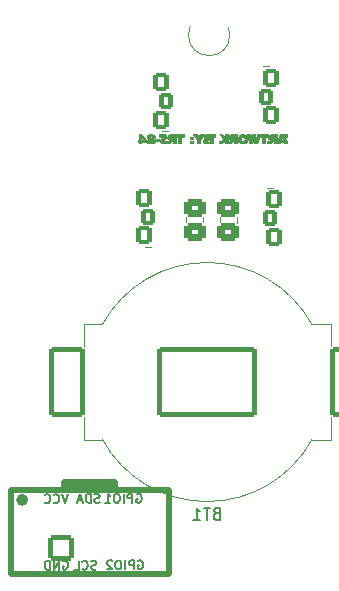
<source format=gbo>
G04 #@! TF.GenerationSoftware,KiCad,Pcbnew,8.0.4*
G04 #@! TF.CreationDate,2024-07-21T19:03:05-05:00*
G04 #@! TF.ProjectId,keanu-homeboy,6b65616e-752d-4686-9f6d-65626f792e6b,rev?*
G04 #@! TF.SameCoordinates,Original*
G04 #@! TF.FileFunction,Legend,Bot*
G04 #@! TF.FilePolarity,Positive*
%FSLAX46Y46*%
G04 Gerber Fmt 4.6, Leading zero omitted, Abs format (unit mm)*
G04 Created by KiCad (PCBNEW 8.0.4) date 2024-07-21 19:03:05*
%MOMM*%
%LPD*%
G01*
G04 APERTURE LIST*
G04 Aperture macros list*
%AMRoundRect*
0 Rectangle with rounded corners*
0 $1 Rounding radius*
0 $2 $3 $4 $5 $6 $7 $8 $9 X,Y pos of 4 corners*
0 Add a 4 corners polygon primitive as box body*
4,1,4,$2,$3,$4,$5,$6,$7,$8,$9,$2,$3,0*
0 Add four circle primitives for the rounded corners*
1,1,$1+$1,$2,$3*
1,1,$1+$1,$4,$5*
1,1,$1+$1,$6,$7*
1,1,$1+$1,$8,$9*
0 Add four rect primitives between the rounded corners*
20,1,$1+$1,$2,$3,$4,$5,0*
20,1,$1+$1,$4,$5,$6,$7,0*
20,1,$1+$1,$6,$7,$8,$9,0*
20,1,$1+$1,$8,$9,$2,$3,0*%
G04 Aperture macros list end*
%ADD10C,0.150000*%
%ADD11C,0.500000*%
%ADD12C,0.120000*%
%ADD13C,0.010000*%
%ADD14O,2.127200X2.127200*%
%ADD15RoundRect,0.200000X-0.863600X0.863600X-0.863600X-0.863600X0.863600X-0.863600X0.863600X0.863600X0*%
%ADD16C,2.127200*%
%ADD17RoundRect,0.333333X-0.566667X0.466667X-0.566667X-0.466667X0.566667X-0.466667X0.566667X0.466667X0*%
%ADD18RoundRect,0.200000X-0.450000X0.600000X-0.450000X-0.600000X0.450000X-0.600000X0.450000X0.600000X0*%
%ADD19RoundRect,0.200000X-0.400000X0.500000X-0.400000X-0.500000X0.400000X-0.500000X0.400000X0.500000X0*%
%ADD20RoundRect,0.200000X0.450000X-0.600000X0.450000X0.600000X-0.450000X0.600000X-0.450000X-0.600000X0*%
%ADD21RoundRect,0.200000X0.400000X-0.500000X0.400000X0.500000X-0.400000X0.500000X-0.400000X-0.500000X0*%
%ADD22C,3.400000*%
%ADD23RoundRect,0.200000X-4.000000X-2.780000X4.000000X-2.780000X4.000000X2.780000X-4.000000X2.780000X0*%
%ADD24RoundRect,0.200000X-1.300000X-2.780000X1.300000X-2.780000X1.300000X2.780000X-1.300000X2.780000X0*%
G04 APERTURE END LIST*
D10*
X-16641880Y-11811964D02*
X-16891880Y-12561964D01*
X-16891880Y-12561964D02*
X-17141880Y-11811964D01*
X-17820451Y-12490535D02*
X-17784737Y-12526250D01*
X-17784737Y-12526250D02*
X-17677594Y-12561964D01*
X-17677594Y-12561964D02*
X-17606166Y-12561964D01*
X-17606166Y-12561964D02*
X-17499023Y-12526250D01*
X-17499023Y-12526250D02*
X-17427594Y-12454821D01*
X-17427594Y-12454821D02*
X-17391880Y-12383392D01*
X-17391880Y-12383392D02*
X-17356166Y-12240535D01*
X-17356166Y-12240535D02*
X-17356166Y-12133392D01*
X-17356166Y-12133392D02*
X-17391880Y-11990535D01*
X-17391880Y-11990535D02*
X-17427594Y-11919107D01*
X-17427594Y-11919107D02*
X-17499023Y-11847678D01*
X-17499023Y-11847678D02*
X-17606166Y-11811964D01*
X-17606166Y-11811964D02*
X-17677594Y-11811964D01*
X-17677594Y-11811964D02*
X-17784737Y-11847678D01*
X-17784737Y-11847678D02*
X-17820451Y-11883392D01*
X-18570451Y-12490535D02*
X-18534737Y-12526250D01*
X-18534737Y-12526250D02*
X-18427594Y-12561964D01*
X-18427594Y-12561964D02*
X-18356166Y-12561964D01*
X-18356166Y-12561964D02*
X-18249023Y-12526250D01*
X-18249023Y-12526250D02*
X-18177594Y-12454821D01*
X-18177594Y-12454821D02*
X-18141880Y-12383392D01*
X-18141880Y-12383392D02*
X-18106166Y-12240535D01*
X-18106166Y-12240535D02*
X-18106166Y-12133392D01*
X-18106166Y-12133392D02*
X-18141880Y-11990535D01*
X-18141880Y-11990535D02*
X-18177594Y-11919107D01*
X-18177594Y-11919107D02*
X-18249023Y-11847678D01*
X-18249023Y-11847678D02*
X-18356166Y-11811964D01*
X-18356166Y-11811964D02*
X-18427594Y-11811964D01*
X-18427594Y-11811964D02*
X-18534737Y-11847678D01*
X-18534737Y-11847678D02*
X-18570451Y-11883392D01*
X-10667337Y-17461078D02*
X-10595909Y-17425364D01*
X-10595909Y-17425364D02*
X-10488766Y-17425364D01*
X-10488766Y-17425364D02*
X-10381623Y-17461078D01*
X-10381623Y-17461078D02*
X-10310194Y-17532507D01*
X-10310194Y-17532507D02*
X-10274480Y-17603935D01*
X-10274480Y-17603935D02*
X-10238766Y-17746792D01*
X-10238766Y-17746792D02*
X-10238766Y-17853935D01*
X-10238766Y-17853935D02*
X-10274480Y-17996792D01*
X-10274480Y-17996792D02*
X-10310194Y-18068221D01*
X-10310194Y-18068221D02*
X-10381623Y-18139650D01*
X-10381623Y-18139650D02*
X-10488766Y-18175364D01*
X-10488766Y-18175364D02*
X-10560194Y-18175364D01*
X-10560194Y-18175364D02*
X-10667337Y-18139650D01*
X-10667337Y-18139650D02*
X-10703051Y-18103935D01*
X-10703051Y-18103935D02*
X-10703051Y-17853935D01*
X-10703051Y-17853935D02*
X-10560194Y-17853935D01*
X-11024480Y-18175364D02*
X-11024480Y-17425364D01*
X-11024480Y-17425364D02*
X-11310194Y-17425364D01*
X-11310194Y-17425364D02*
X-11381623Y-17461078D01*
X-11381623Y-17461078D02*
X-11417337Y-17496792D01*
X-11417337Y-17496792D02*
X-11453051Y-17568221D01*
X-11453051Y-17568221D02*
X-11453051Y-17675364D01*
X-11453051Y-17675364D02*
X-11417337Y-17746792D01*
X-11417337Y-17746792D02*
X-11381623Y-17782507D01*
X-11381623Y-17782507D02*
X-11310194Y-17818221D01*
X-11310194Y-17818221D02*
X-11024480Y-17818221D01*
X-11774480Y-18175364D02*
X-11774480Y-17425364D01*
X-12274480Y-17425364D02*
X-12417337Y-17425364D01*
X-12417337Y-17425364D02*
X-12488766Y-17461078D01*
X-12488766Y-17461078D02*
X-12560194Y-17532507D01*
X-12560194Y-17532507D02*
X-12595909Y-17675364D01*
X-12595909Y-17675364D02*
X-12595909Y-17925364D01*
X-12595909Y-17925364D02*
X-12560194Y-18068221D01*
X-12560194Y-18068221D02*
X-12488766Y-18139650D01*
X-12488766Y-18139650D02*
X-12417337Y-18175364D01*
X-12417337Y-18175364D02*
X-12274480Y-18175364D01*
X-12274480Y-18175364D02*
X-12203052Y-18139650D01*
X-12203052Y-18139650D02*
X-12131623Y-18068221D01*
X-12131623Y-18068221D02*
X-12095909Y-17925364D01*
X-12095909Y-17925364D02*
X-12095909Y-17675364D01*
X-12095909Y-17675364D02*
X-12131623Y-17532507D01*
X-12131623Y-17532507D02*
X-12203052Y-17461078D01*
X-12203052Y-17461078D02*
X-12274480Y-17425364D01*
X-12881623Y-17496792D02*
X-12917337Y-17461078D01*
X-12917337Y-17461078D02*
X-12988766Y-17425364D01*
X-12988766Y-17425364D02*
X-13167337Y-17425364D01*
X-13167337Y-17425364D02*
X-13238766Y-17461078D01*
X-13238766Y-17461078D02*
X-13274480Y-17496792D01*
X-13274480Y-17496792D02*
X-13310194Y-17568221D01*
X-13310194Y-17568221D02*
X-13310194Y-17639650D01*
X-13310194Y-17639650D02*
X-13274480Y-17746792D01*
X-13274480Y-17746792D02*
X-12845908Y-18175364D01*
X-12845908Y-18175364D02*
X-13310194Y-18175364D01*
X-17019651Y-17486478D02*
X-16948223Y-17450764D01*
X-16948223Y-17450764D02*
X-16841080Y-17450764D01*
X-16841080Y-17450764D02*
X-16733937Y-17486478D01*
X-16733937Y-17486478D02*
X-16662508Y-17557907D01*
X-16662508Y-17557907D02*
X-16626794Y-17629335D01*
X-16626794Y-17629335D02*
X-16591080Y-17772192D01*
X-16591080Y-17772192D02*
X-16591080Y-17879335D01*
X-16591080Y-17879335D02*
X-16626794Y-18022192D01*
X-16626794Y-18022192D02*
X-16662508Y-18093621D01*
X-16662508Y-18093621D02*
X-16733937Y-18165050D01*
X-16733937Y-18165050D02*
X-16841080Y-18200764D01*
X-16841080Y-18200764D02*
X-16912508Y-18200764D01*
X-16912508Y-18200764D02*
X-17019651Y-18165050D01*
X-17019651Y-18165050D02*
X-17055365Y-18129335D01*
X-17055365Y-18129335D02*
X-17055365Y-17879335D01*
X-17055365Y-17879335D02*
X-16912508Y-17879335D01*
X-17376794Y-18200764D02*
X-17376794Y-17450764D01*
X-17376794Y-17450764D02*
X-17805365Y-18200764D01*
X-17805365Y-18200764D02*
X-17805365Y-17450764D01*
X-18162508Y-18200764D02*
X-18162508Y-17450764D01*
X-18162508Y-17450764D02*
X-18341079Y-17450764D01*
X-18341079Y-17450764D02*
X-18448222Y-17486478D01*
X-18448222Y-17486478D02*
X-18519651Y-17557907D01*
X-18519651Y-17557907D02*
X-18555365Y-17629335D01*
X-18555365Y-17629335D02*
X-18591079Y-17772192D01*
X-18591079Y-17772192D02*
X-18591079Y-17879335D01*
X-18591079Y-17879335D02*
X-18555365Y-18022192D01*
X-18555365Y-18022192D02*
X-18519651Y-18093621D01*
X-18519651Y-18093621D02*
X-18448222Y-18165050D01*
X-18448222Y-18165050D02*
X-18341079Y-18200764D01*
X-18341079Y-18200764D02*
X-18162508Y-18200764D01*
X-10794337Y-11822278D02*
X-10722909Y-11786564D01*
X-10722909Y-11786564D02*
X-10615766Y-11786564D01*
X-10615766Y-11786564D02*
X-10508623Y-11822278D01*
X-10508623Y-11822278D02*
X-10437194Y-11893707D01*
X-10437194Y-11893707D02*
X-10401480Y-11965135D01*
X-10401480Y-11965135D02*
X-10365766Y-12107992D01*
X-10365766Y-12107992D02*
X-10365766Y-12215135D01*
X-10365766Y-12215135D02*
X-10401480Y-12357992D01*
X-10401480Y-12357992D02*
X-10437194Y-12429421D01*
X-10437194Y-12429421D02*
X-10508623Y-12500850D01*
X-10508623Y-12500850D02*
X-10615766Y-12536564D01*
X-10615766Y-12536564D02*
X-10687194Y-12536564D01*
X-10687194Y-12536564D02*
X-10794337Y-12500850D01*
X-10794337Y-12500850D02*
X-10830051Y-12465135D01*
X-10830051Y-12465135D02*
X-10830051Y-12215135D01*
X-10830051Y-12215135D02*
X-10687194Y-12215135D01*
X-11151480Y-12536564D02*
X-11151480Y-11786564D01*
X-11151480Y-11786564D02*
X-11437194Y-11786564D01*
X-11437194Y-11786564D02*
X-11508623Y-11822278D01*
X-11508623Y-11822278D02*
X-11544337Y-11857992D01*
X-11544337Y-11857992D02*
X-11580051Y-11929421D01*
X-11580051Y-11929421D02*
X-11580051Y-12036564D01*
X-11580051Y-12036564D02*
X-11544337Y-12107992D01*
X-11544337Y-12107992D02*
X-11508623Y-12143707D01*
X-11508623Y-12143707D02*
X-11437194Y-12179421D01*
X-11437194Y-12179421D02*
X-11151480Y-12179421D01*
X-11901480Y-12536564D02*
X-11901480Y-11786564D01*
X-12401480Y-11786564D02*
X-12544337Y-11786564D01*
X-12544337Y-11786564D02*
X-12615766Y-11822278D01*
X-12615766Y-11822278D02*
X-12687194Y-11893707D01*
X-12687194Y-11893707D02*
X-12722909Y-12036564D01*
X-12722909Y-12036564D02*
X-12722909Y-12286564D01*
X-12722909Y-12286564D02*
X-12687194Y-12429421D01*
X-12687194Y-12429421D02*
X-12615766Y-12500850D01*
X-12615766Y-12500850D02*
X-12544337Y-12536564D01*
X-12544337Y-12536564D02*
X-12401480Y-12536564D01*
X-12401480Y-12536564D02*
X-12330052Y-12500850D01*
X-12330052Y-12500850D02*
X-12258623Y-12429421D01*
X-12258623Y-12429421D02*
X-12222909Y-12286564D01*
X-12222909Y-12286564D02*
X-12222909Y-12036564D01*
X-12222909Y-12036564D02*
X-12258623Y-11893707D01*
X-12258623Y-11893707D02*
X-12330052Y-11822278D01*
X-12330052Y-11822278D02*
X-12401480Y-11786564D01*
X-13437194Y-12536564D02*
X-13008623Y-12536564D01*
X-13222908Y-12536564D02*
X-13222908Y-11786564D01*
X-13222908Y-11786564D02*
X-13151480Y-11893707D01*
X-13151480Y-11893707D02*
X-13080051Y-11965135D01*
X-13080051Y-11965135D02*
X-13008623Y-12000850D01*
X-13937166Y-12500850D02*
X-14044309Y-12536564D01*
X-14044309Y-12536564D02*
X-14222880Y-12536564D01*
X-14222880Y-12536564D02*
X-14294309Y-12500850D01*
X-14294309Y-12500850D02*
X-14330023Y-12465135D01*
X-14330023Y-12465135D02*
X-14365737Y-12393707D01*
X-14365737Y-12393707D02*
X-14365737Y-12322278D01*
X-14365737Y-12322278D02*
X-14330023Y-12250850D01*
X-14330023Y-12250850D02*
X-14294309Y-12215135D01*
X-14294309Y-12215135D02*
X-14222880Y-12179421D01*
X-14222880Y-12179421D02*
X-14080023Y-12143707D01*
X-14080023Y-12143707D02*
X-14008594Y-12107992D01*
X-14008594Y-12107992D02*
X-13972880Y-12072278D01*
X-13972880Y-12072278D02*
X-13937166Y-12000850D01*
X-13937166Y-12000850D02*
X-13937166Y-11929421D01*
X-13937166Y-11929421D02*
X-13972880Y-11857992D01*
X-13972880Y-11857992D02*
X-14008594Y-11822278D01*
X-14008594Y-11822278D02*
X-14080023Y-11786564D01*
X-14080023Y-11786564D02*
X-14258594Y-11786564D01*
X-14258594Y-11786564D02*
X-14365737Y-11822278D01*
X-14687166Y-12536564D02*
X-14687166Y-11786564D01*
X-14687166Y-11786564D02*
X-14865737Y-11786564D01*
X-14865737Y-11786564D02*
X-14972880Y-11822278D01*
X-14972880Y-11822278D02*
X-15044309Y-11893707D01*
X-15044309Y-11893707D02*
X-15080023Y-11965135D01*
X-15080023Y-11965135D02*
X-15115737Y-12107992D01*
X-15115737Y-12107992D02*
X-15115737Y-12215135D01*
X-15115737Y-12215135D02*
X-15080023Y-12357992D01*
X-15080023Y-12357992D02*
X-15044309Y-12429421D01*
X-15044309Y-12429421D02*
X-14972880Y-12500850D01*
X-14972880Y-12500850D02*
X-14865737Y-12536564D01*
X-14865737Y-12536564D02*
X-14687166Y-12536564D01*
X-15401452Y-12322278D02*
X-15758595Y-12322278D01*
X-15330023Y-12536564D02*
X-15580023Y-11786564D01*
X-15580023Y-11786564D02*
X-15830023Y-12536564D01*
X-14209023Y-18165050D02*
X-14316166Y-18200764D01*
X-14316166Y-18200764D02*
X-14494737Y-18200764D01*
X-14494737Y-18200764D02*
X-14566166Y-18165050D01*
X-14566166Y-18165050D02*
X-14601880Y-18129335D01*
X-14601880Y-18129335D02*
X-14637594Y-18057907D01*
X-14637594Y-18057907D02*
X-14637594Y-17986478D01*
X-14637594Y-17986478D02*
X-14601880Y-17915050D01*
X-14601880Y-17915050D02*
X-14566166Y-17879335D01*
X-14566166Y-17879335D02*
X-14494737Y-17843621D01*
X-14494737Y-17843621D02*
X-14351880Y-17807907D01*
X-14351880Y-17807907D02*
X-14280451Y-17772192D01*
X-14280451Y-17772192D02*
X-14244737Y-17736478D01*
X-14244737Y-17736478D02*
X-14209023Y-17665050D01*
X-14209023Y-17665050D02*
X-14209023Y-17593621D01*
X-14209023Y-17593621D02*
X-14244737Y-17522192D01*
X-14244737Y-17522192D02*
X-14280451Y-17486478D01*
X-14280451Y-17486478D02*
X-14351880Y-17450764D01*
X-14351880Y-17450764D02*
X-14530451Y-17450764D01*
X-14530451Y-17450764D02*
X-14637594Y-17486478D01*
X-15387594Y-18129335D02*
X-15351880Y-18165050D01*
X-15351880Y-18165050D02*
X-15244737Y-18200764D01*
X-15244737Y-18200764D02*
X-15173309Y-18200764D01*
X-15173309Y-18200764D02*
X-15066166Y-18165050D01*
X-15066166Y-18165050D02*
X-14994737Y-18093621D01*
X-14994737Y-18093621D02*
X-14959023Y-18022192D01*
X-14959023Y-18022192D02*
X-14923309Y-17879335D01*
X-14923309Y-17879335D02*
X-14923309Y-17772192D01*
X-14923309Y-17772192D02*
X-14959023Y-17629335D01*
X-14959023Y-17629335D02*
X-14994737Y-17557907D01*
X-14994737Y-17557907D02*
X-15066166Y-17486478D01*
X-15066166Y-17486478D02*
X-15173309Y-17450764D01*
X-15173309Y-17450764D02*
X-15244737Y-17450764D01*
X-15244737Y-17450764D02*
X-15351880Y-17486478D01*
X-15351880Y-17486478D02*
X-15387594Y-17522192D01*
X-16066166Y-18200764D02*
X-15709023Y-18200764D01*
X-15709023Y-18200764D02*
X-15709023Y-17450764D01*
X-4034904Y-13453917D02*
X-4177761Y-13501536D01*
X-4177761Y-13501536D02*
X-4225380Y-13549155D01*
X-4225380Y-13549155D02*
X-4272999Y-13644393D01*
X-4272999Y-13644393D02*
X-4272999Y-13787250D01*
X-4272999Y-13787250D02*
X-4225380Y-13882488D01*
X-4225380Y-13882488D02*
X-4177761Y-13930108D01*
X-4177761Y-13930108D02*
X-4082523Y-13977727D01*
X-4082523Y-13977727D02*
X-3701571Y-13977727D01*
X-3701571Y-13977727D02*
X-3701571Y-12977727D01*
X-3701571Y-12977727D02*
X-4034904Y-12977727D01*
X-4034904Y-12977727D02*
X-4130142Y-13025346D01*
X-4130142Y-13025346D02*
X-4177761Y-13072965D01*
X-4177761Y-13072965D02*
X-4225380Y-13168203D01*
X-4225380Y-13168203D02*
X-4225380Y-13263441D01*
X-4225380Y-13263441D02*
X-4177761Y-13358679D01*
X-4177761Y-13358679D02*
X-4130142Y-13406298D01*
X-4130142Y-13406298D02*
X-4034904Y-13453917D01*
X-4034904Y-13453917D02*
X-3701571Y-13453917D01*
X-4558714Y-12977727D02*
X-5130142Y-12977727D01*
X-4844428Y-13977727D02*
X-4844428Y-12977727D01*
X-5987285Y-13977727D02*
X-5415857Y-13977727D01*
X-5701571Y-13977727D02*
X-5701571Y-12977727D01*
X-5701571Y-12977727D02*
X-5606333Y-13120584D01*
X-5606333Y-13120584D02*
X-5511095Y-13215822D01*
X-5511095Y-13215822D02*
X-5415857Y-13263441D01*
D11*
X-16981480Y-10825800D02*
X-16981480Y-11333800D01*
X-8091480Y-18572800D02*
X-8091480Y-11460800D01*
X-21426480Y-18572800D02*
X-8091480Y-18572800D01*
X-12663480Y-11333800D02*
X-12663480Y-10825800D01*
X-21426480Y-11460800D02*
X-21426480Y-18572800D01*
X-8218480Y-11460800D02*
X-21426480Y-11460800D01*
X-12663480Y-10825800D02*
X-16981480Y-10825800D01*
X-16981480Y-11206800D02*
X-12663480Y-11206800D01*
X-20232680Y-12299000D02*
G75*
G02*
X-20740680Y-12299000I-254000J0D01*
G01*
X-20740680Y-12299000D02*
G75*
G02*
X-20232680Y-12299000I254000J0D01*
G01*
D12*
X-3762680Y11174676D02*
X-3762680Y11628804D01*
X-2292680Y11174676D02*
X-2292680Y11628804D01*
X-6627800Y11174676D02*
X-6627800Y11628804D01*
X-5157800Y11174676D02*
X-5157800Y11628804D01*
X-10104000Y9118400D02*
X-9596000Y9118400D01*
X765500Y14124700D02*
X257500Y14124700D01*
X452000Y24409600D02*
X-56000Y24409600D01*
X-8639500Y18895300D02*
X-8131500Y18895300D01*
X-2905820Y27063700D02*
G75*
G02*
X-6405820Y27063700I-1750000J0D01*
G01*
X-6405820Y27063700D02*
G75*
G02*
X-2905820Y27063700I1750000J0D01*
G01*
D13*
X-9601200Y18649786D02*
X-9535241Y18649140D01*
X-9487698Y18646654D01*
X-9451600Y18641241D01*
X-9419974Y18631815D01*
X-9385848Y18617291D01*
X-9382459Y18615716D01*
X-9321242Y18579421D01*
X-9284081Y18539681D01*
X-9262043Y18481713D01*
X-9261143Y18420872D01*
X-9279709Y18363556D01*
X-9316066Y18316162D01*
X-9348437Y18293711D01*
X-9388897Y18272789D01*
X-9339474Y18245278D01*
X-9290018Y18204796D01*
X-9258538Y18151800D01*
X-9246582Y18092234D01*
X-9255697Y18032040D01*
X-9274175Y17994604D01*
X-9306699Y17959916D01*
X-9354744Y17926252D01*
X-9374446Y17915587D01*
X-9415652Y17897130D01*
X-9455335Y17885466D01*
X-9502512Y17878667D01*
X-9564946Y17874857D01*
X-9624711Y17873904D01*
X-9681531Y17875563D01*
X-9725974Y17879476D01*
X-9737507Y17881446D01*
X-9823345Y17908207D01*
X-9888185Y17947118D01*
X-9931303Y17997549D01*
X-9951974Y18058874D01*
X-9953039Y18068332D01*
X-9950412Y18106648D01*
X-9683536Y18106648D01*
X-9670974Y18068222D01*
X-9642493Y18039585D01*
X-9638415Y18037363D01*
X-9603649Y18023602D01*
X-9577136Y18026443D01*
X-9550243Y18044274D01*
X-9525846Y18077503D01*
X-9518159Y18118519D01*
X-9525240Y18160451D01*
X-9545147Y18196429D01*
X-9575937Y18219582D01*
X-9601200Y18224500D01*
X-9639012Y18213791D01*
X-9666225Y18186120D01*
X-9681510Y18148177D01*
X-9683536Y18106648D01*
X-9950412Y18106648D01*
X-9948330Y18136991D01*
X-9921567Y18193422D01*
X-9873312Y18236572D01*
X-9858950Y18244653D01*
X-9807429Y18271156D01*
X-9851346Y18294806D01*
X-9898567Y18333903D01*
X-9927190Y18388793D01*
X-9933882Y18435737D01*
X-9677180Y18435737D01*
X-9671295Y18396579D01*
X-9651647Y18364712D01*
X-9622501Y18344446D01*
X-9588120Y18340090D01*
X-9552770Y18355956D01*
X-9548226Y18359819D01*
X-9528685Y18392157D01*
X-9524117Y18433056D01*
X-9533984Y18472201D01*
X-9555406Y18497837D01*
X-9593036Y18510565D01*
X-9631478Y18505535D01*
X-9660753Y18484565D01*
X-9665035Y18477875D01*
X-9677180Y18435737D01*
X-9933882Y18435737D01*
X-9935568Y18447558D01*
X-9925345Y18510001D01*
X-9893630Y18561502D01*
X-9839116Y18603914D01*
X-9817200Y18615596D01*
X-9784207Y18630720D01*
X-9754372Y18640625D01*
X-9720890Y18646386D01*
X-9676958Y18649082D01*
X-9615771Y18649788D01*
X-9601200Y18649786D01*
G36*
X-9601200Y18649786D02*
G01*
X-9535241Y18649140D01*
X-9487698Y18646654D01*
X-9451600Y18641241D01*
X-9419974Y18631815D01*
X-9385848Y18617291D01*
X-9382459Y18615716D01*
X-9321242Y18579421D01*
X-9284081Y18539681D01*
X-9262043Y18481713D01*
X-9261143Y18420872D01*
X-9279709Y18363556D01*
X-9316066Y18316162D01*
X-9348437Y18293711D01*
X-9388897Y18272789D01*
X-9339474Y18245278D01*
X-9290018Y18204796D01*
X-9258538Y18151800D01*
X-9246582Y18092234D01*
X-9255697Y18032040D01*
X-9274175Y17994604D01*
X-9306699Y17959916D01*
X-9354744Y17926252D01*
X-9374446Y17915587D01*
X-9415652Y17897130D01*
X-9455335Y17885466D01*
X-9502512Y17878667D01*
X-9564946Y17874857D01*
X-9624711Y17873904D01*
X-9681531Y17875563D01*
X-9725974Y17879476D01*
X-9737507Y17881446D01*
X-9823345Y17908207D01*
X-9888185Y17947118D01*
X-9931303Y17997549D01*
X-9951974Y18058874D01*
X-9953039Y18068332D01*
X-9950412Y18106648D01*
X-9683536Y18106648D01*
X-9670974Y18068222D01*
X-9642493Y18039585D01*
X-9638415Y18037363D01*
X-9603649Y18023602D01*
X-9577136Y18026443D01*
X-9550243Y18044274D01*
X-9525846Y18077503D01*
X-9518159Y18118519D01*
X-9525240Y18160451D01*
X-9545147Y18196429D01*
X-9575937Y18219582D01*
X-9601200Y18224500D01*
X-9639012Y18213791D01*
X-9666225Y18186120D01*
X-9681510Y18148177D01*
X-9683536Y18106648D01*
X-9950412Y18106648D01*
X-9948330Y18136991D01*
X-9921567Y18193422D01*
X-9873312Y18236572D01*
X-9858950Y18244653D01*
X-9807429Y18271156D01*
X-9851346Y18294806D01*
X-9898567Y18333903D01*
X-9927190Y18388793D01*
X-9933882Y18435737D01*
X-9677180Y18435737D01*
X-9671295Y18396579D01*
X-9651647Y18364712D01*
X-9622501Y18344446D01*
X-9588120Y18340090D01*
X-9552770Y18355956D01*
X-9548226Y18359819D01*
X-9528685Y18392157D01*
X-9524117Y18433056D01*
X-9533984Y18472201D01*
X-9555406Y18497837D01*
X-9593036Y18510565D01*
X-9631478Y18505535D01*
X-9660753Y18484565D01*
X-9665035Y18477875D01*
X-9677180Y18435737D01*
X-9933882Y18435737D01*
X-9935568Y18447558D01*
X-9925345Y18510001D01*
X-9893630Y18561502D01*
X-9839116Y18603914D01*
X-9817200Y18615596D01*
X-9784207Y18630720D01*
X-9754372Y18640625D01*
X-9720890Y18646386D01*
X-9676958Y18649082D01*
X-9615771Y18649788D01*
X-9601200Y18649786D01*
G37*
X-1723458Y18637999D02*
X-1619299Y18617395D01*
X-1533992Y18579774D01*
X-1467524Y18525126D01*
X-1419883Y18453441D01*
X-1391058Y18364709D01*
X-1381037Y18258920D01*
X-1381063Y18247932D01*
X-1392459Y18146867D01*
X-1423866Y18059719D01*
X-1474369Y17987920D01*
X-1543053Y17932902D01*
X-1599683Y17905804D01*
X-1670514Y17886782D01*
X-1754763Y17875686D01*
X-1842355Y17872990D01*
X-1923215Y17879171D01*
X-1968193Y17888398D01*
X-2063286Y17924748D01*
X-2136856Y17974344D01*
X-2185545Y18031500D01*
X-2220355Y18096040D01*
X-2240013Y18160062D01*
X-2247505Y18234382D01*
X-2247820Y18256476D01*
X-1978952Y18256476D01*
X-1976046Y18212509D01*
X-1956752Y18152285D01*
X-1919910Y18107672D01*
X-1869375Y18080596D01*
X-1809000Y18072988D01*
X-1742639Y18086777D01*
X-1732686Y18090693D01*
X-1690270Y18121451D01*
X-1663284Y18171981D01*
X-1651597Y18242557D01*
X-1651048Y18265368D01*
X-1660817Y18335411D01*
X-1688967Y18388531D01*
X-1733928Y18423335D01*
X-1794130Y18438432D01*
X-1844230Y18436565D01*
X-1899889Y18417499D01*
X-1942151Y18378993D01*
X-1969134Y18324251D01*
X-1978952Y18256476D01*
X-2247820Y18256476D01*
X-2247830Y18257120D01*
X-2237624Y18360518D01*
X-2206889Y18449128D01*
X-2155752Y18522732D01*
X-2084339Y18581111D01*
X-2047708Y18601342D01*
X-2008567Y18618682D01*
X-1971264Y18629921D01*
X-1927591Y18636700D01*
X-1869339Y18640662D01*
X-1846480Y18641596D01*
X-1723458Y18637999D01*
G36*
X-1723458Y18637999D02*
G01*
X-1619299Y18617395D01*
X-1533992Y18579774D01*
X-1467524Y18525126D01*
X-1419883Y18453441D01*
X-1391058Y18364709D01*
X-1381037Y18258920D01*
X-1381063Y18247932D01*
X-1392459Y18146867D01*
X-1423866Y18059719D01*
X-1474369Y17987920D01*
X-1543053Y17932902D01*
X-1599683Y17905804D01*
X-1670514Y17886782D01*
X-1754763Y17875686D01*
X-1842355Y17872990D01*
X-1923215Y17879171D01*
X-1968193Y17888398D01*
X-2063286Y17924748D01*
X-2136856Y17974344D01*
X-2185545Y18031500D01*
X-2220355Y18096040D01*
X-2240013Y18160062D01*
X-2247505Y18234382D01*
X-2247820Y18256476D01*
X-1978952Y18256476D01*
X-1976046Y18212509D01*
X-1956752Y18152285D01*
X-1919910Y18107672D01*
X-1869375Y18080596D01*
X-1809000Y18072988D01*
X-1742639Y18086777D01*
X-1732686Y18090693D01*
X-1690270Y18121451D01*
X-1663284Y18171981D01*
X-1651597Y18242557D01*
X-1651048Y18265368D01*
X-1660817Y18335411D01*
X-1688967Y18388531D01*
X-1733928Y18423335D01*
X-1794130Y18438432D01*
X-1844230Y18436565D01*
X-1899889Y18417499D01*
X-1942151Y18378993D01*
X-1969134Y18324251D01*
X-1978952Y18256476D01*
X-2247820Y18256476D01*
X-2247830Y18257120D01*
X-2237624Y18360518D01*
X-2206889Y18449128D01*
X-2155752Y18522732D01*
X-2084339Y18581111D01*
X-2047708Y18601342D01*
X-2008567Y18618682D01*
X-1971264Y18629921D01*
X-1927591Y18636700D01*
X-1869339Y18640662D01*
X-1846480Y18641596D01*
X-1723458Y18637999D01*
G37*
X-10394950Y18642996D02*
X-10188575Y18413374D01*
X-9982200Y18183751D01*
X-9982200Y18034630D01*
X-10394950Y18027650D01*
X-10402568Y17881600D01*
X-10577833Y17881600D01*
X-10581642Y17954625D01*
X-10585450Y18027650D01*
X-10718800Y18035328D01*
X-10718800Y18186400D01*
X-10579100Y18186400D01*
X-10579100Y18287449D01*
X-10401056Y18287449D01*
X-10399864Y18244751D01*
X-10397200Y18211633D01*
X-10393031Y18195084D01*
X-10392834Y18194867D01*
X-10376846Y18190763D01*
X-10342474Y18187755D01*
X-10296731Y18186421D01*
X-10290175Y18186400D01*
X-10195982Y18186400D01*
X-10219266Y18217112D01*
X-10249005Y18254925D01*
X-10283673Y18296892D01*
X-10319228Y18338392D01*
X-10351629Y18374807D01*
X-10376833Y18401516D01*
X-10390797Y18413902D01*
X-10391775Y18414252D01*
X-10396135Y18403128D01*
X-10399158Y18373626D01*
X-10400809Y18332737D01*
X-10401056Y18287449D01*
X-10579100Y18287449D01*
X-10579100Y18643600D01*
X-10394950Y18642996D01*
G36*
X-10394950Y18642996D02*
G01*
X-10188575Y18413374D01*
X-9982200Y18183751D01*
X-9982200Y18034630D01*
X-10394950Y18027650D01*
X-10402568Y17881600D01*
X-10577833Y17881600D01*
X-10581642Y17954625D01*
X-10585450Y18027650D01*
X-10718800Y18035328D01*
X-10718800Y18186400D01*
X-10579100Y18186400D01*
X-10579100Y18287449D01*
X-10401056Y18287449D01*
X-10399864Y18244751D01*
X-10397200Y18211633D01*
X-10393031Y18195084D01*
X-10392834Y18194867D01*
X-10376846Y18190763D01*
X-10342474Y18187755D01*
X-10296731Y18186421D01*
X-10290175Y18186400D01*
X-10195982Y18186400D01*
X-10219266Y18217112D01*
X-10249005Y18254925D01*
X-10283673Y18296892D01*
X-10319228Y18338392D01*
X-10351629Y18374807D01*
X-10376833Y18401516D01*
X-10390797Y18413902D01*
X-10391775Y18414252D01*
X-10396135Y18403128D01*
X-10399158Y18373626D01*
X-10400809Y18332737D01*
X-10401056Y18287449D01*
X-10579100Y18287449D01*
X-10579100Y18643600D01*
X-10394950Y18642996D01*
G37*
X-8559789Y18643011D02*
X-8481515Y18640751D01*
X-8422025Y18636085D01*
X-8378018Y18628276D01*
X-8346194Y18616589D01*
X-8323255Y18600287D01*
X-8305898Y18578635D01*
X-8296658Y18562513D01*
X-8279630Y18507037D01*
X-8277894Y18442205D01*
X-8291317Y18378837D01*
X-8299174Y18359832D01*
X-8318414Y18328382D01*
X-8349867Y18286057D01*
X-8387984Y18240138D01*
X-8404453Y18221740D01*
X-8443501Y18177640D01*
X-8465871Y18148044D01*
X-8473415Y18130082D01*
X-8469115Y18121528D01*
X-8451075Y18117827D01*
X-8412321Y18114638D01*
X-8357539Y18112191D01*
X-8291415Y18110719D01*
X-8244336Y18110395D01*
X-8167169Y18110477D01*
X-8111339Y18111223D01*
X-8072782Y18113131D01*
X-8047436Y18116699D01*
X-8031236Y18122427D01*
X-8020121Y18130812D01*
X-8012984Y18138775D01*
X-7995701Y18161734D01*
X-7988723Y18175150D01*
X-7999213Y18183809D01*
X-8026359Y18197043D01*
X-8044859Y18204549D01*
X-8108921Y18240885D01*
X-8155319Y18291462D01*
X-8182906Y18351711D01*
X-8186586Y18383250D01*
X-7962900Y18383250D01*
X-7959791Y18352007D01*
X-7947640Y18331580D01*
X-7922211Y18319793D01*
X-7879269Y18314470D01*
X-7827011Y18313400D01*
X-7721600Y18313400D01*
X-7721600Y18453100D01*
X-7827011Y18453100D01*
X-7887794Y18451502D01*
X-7927533Y18445256D01*
X-7950464Y18432185D01*
X-7960820Y18410113D01*
X-7962900Y18383250D01*
X-8186586Y18383250D01*
X-8190532Y18417064D01*
X-8177049Y18482951D01*
X-8141311Y18544805D01*
X-8132847Y18554692D01*
X-8114879Y18574098D01*
X-8097458Y18590452D01*
X-8078346Y18604016D01*
X-8055304Y18615050D01*
X-8026092Y18623816D01*
X-7988473Y18630575D01*
X-7940206Y18635588D01*
X-7879053Y18639114D01*
X-7802775Y18641417D01*
X-7709133Y18642756D01*
X-7595888Y18643392D01*
X-7460801Y18643587D01*
X-7370088Y18643600D01*
X-6769100Y18643600D01*
X-6769100Y18415000D01*
X-7010400Y18415000D01*
X-7010400Y17881600D01*
X-7251700Y17881600D01*
X-7251700Y18415000D01*
X-7442200Y18415000D01*
X-7442200Y17881600D01*
X-7721600Y17881600D01*
X-7721600Y18128774D01*
X-7845653Y18005187D01*
X-7969705Y17881600D01*
X-8312378Y17881879D01*
X-8416263Y17882108D01*
X-8498036Y17882740D01*
X-8560981Y17883977D01*
X-8608386Y17886023D01*
X-8643535Y17889080D01*
X-8669716Y17893350D01*
X-8690214Y17899036D01*
X-8708183Y17906281D01*
X-8759214Y17941137D01*
X-8789881Y17990614D01*
X-8800786Y18055727D01*
X-8800822Y18061945D01*
X-8791090Y18127920D01*
X-8761517Y18194817D01*
X-8710519Y18265680D01*
X-8673097Y18307098D01*
X-8639354Y18344578D01*
X-8615030Y18376168D01*
X-8603701Y18396997D01*
X-8603756Y18401500D01*
X-8620158Y18407587D01*
X-8658913Y18412011D01*
X-8717013Y18414518D01*
X-8763750Y18415000D01*
X-8915400Y18415000D01*
X-8915400Y18643600D01*
X-8660145Y18643600D01*
X-8559789Y18643011D01*
G36*
X-8559789Y18643011D02*
G01*
X-8481515Y18640751D01*
X-8422025Y18636085D01*
X-8378018Y18628276D01*
X-8346194Y18616589D01*
X-8323255Y18600287D01*
X-8305898Y18578635D01*
X-8296658Y18562513D01*
X-8279630Y18507037D01*
X-8277894Y18442205D01*
X-8291317Y18378837D01*
X-8299174Y18359832D01*
X-8318414Y18328382D01*
X-8349867Y18286057D01*
X-8387984Y18240138D01*
X-8404453Y18221740D01*
X-8443501Y18177640D01*
X-8465871Y18148044D01*
X-8473415Y18130082D01*
X-8469115Y18121528D01*
X-8451075Y18117827D01*
X-8412321Y18114638D01*
X-8357539Y18112191D01*
X-8291415Y18110719D01*
X-8244336Y18110395D01*
X-8167169Y18110477D01*
X-8111339Y18111223D01*
X-8072782Y18113131D01*
X-8047436Y18116699D01*
X-8031236Y18122427D01*
X-8020121Y18130812D01*
X-8012984Y18138775D01*
X-7995701Y18161734D01*
X-7988723Y18175150D01*
X-7999213Y18183809D01*
X-8026359Y18197043D01*
X-8044859Y18204549D01*
X-8108921Y18240885D01*
X-8155319Y18291462D01*
X-8182906Y18351711D01*
X-8186586Y18383250D01*
X-7962900Y18383250D01*
X-7959791Y18352007D01*
X-7947640Y18331580D01*
X-7922211Y18319793D01*
X-7879269Y18314470D01*
X-7827011Y18313400D01*
X-7721600Y18313400D01*
X-7721600Y18453100D01*
X-7827011Y18453100D01*
X-7887794Y18451502D01*
X-7927533Y18445256D01*
X-7950464Y18432185D01*
X-7960820Y18410113D01*
X-7962900Y18383250D01*
X-8186586Y18383250D01*
X-8190532Y18417064D01*
X-8177049Y18482951D01*
X-8141311Y18544805D01*
X-8132847Y18554692D01*
X-8114879Y18574098D01*
X-8097458Y18590452D01*
X-8078346Y18604016D01*
X-8055304Y18615050D01*
X-8026092Y18623816D01*
X-7988473Y18630575D01*
X-7940206Y18635588D01*
X-7879053Y18639114D01*
X-7802775Y18641417D01*
X-7709133Y18642756D01*
X-7595888Y18643392D01*
X-7460801Y18643587D01*
X-7370088Y18643600D01*
X-6769100Y18643600D01*
X-6769100Y18415000D01*
X-7010400Y18415000D01*
X-7010400Y17881600D01*
X-7251700Y17881600D01*
X-7251700Y18415000D01*
X-7442200Y18415000D01*
X-7442200Y17881600D01*
X-7721600Y17881600D01*
X-7721600Y18128774D01*
X-7845653Y18005187D01*
X-7969705Y17881600D01*
X-8312378Y17881879D01*
X-8416263Y17882108D01*
X-8498036Y17882740D01*
X-8560981Y17883977D01*
X-8608386Y17886023D01*
X-8643535Y17889080D01*
X-8669716Y17893350D01*
X-8690214Y17899036D01*
X-8708183Y17906281D01*
X-8759214Y17941137D01*
X-8789881Y17990614D01*
X-8800786Y18055727D01*
X-8800822Y18061945D01*
X-8791090Y18127920D01*
X-8761517Y18194817D01*
X-8710519Y18265680D01*
X-8673097Y18307098D01*
X-8639354Y18344578D01*
X-8615030Y18376168D01*
X-8603701Y18396997D01*
X-8603756Y18401500D01*
X-8620158Y18407587D01*
X-8658913Y18412011D01*
X-8717013Y18414518D01*
X-8763750Y18415000D01*
X-8915400Y18415000D01*
X-8915400Y18643600D01*
X-8660145Y18643600D01*
X-8559789Y18643011D01*
G37*
X-6032500Y17881600D02*
X-6261100Y17881600D01*
X-6261100Y18097500D01*
X-6032500Y18097500D01*
X-6032500Y17881600D01*
G36*
X-6032500Y17881600D02*
G01*
X-6261100Y17881600D01*
X-6261100Y18097500D01*
X-6032500Y18097500D01*
X-6032500Y17881600D01*
G37*
X-5638800Y18529300D02*
X-5607279Y18482985D01*
X-5581171Y18445682D01*
X-5563539Y18421701D01*
X-5557557Y18415000D01*
X-5549266Y18424941D01*
X-5530222Y18451852D01*
X-5503450Y18491365D01*
X-5478510Y18529101D01*
X-5403850Y18643202D01*
X-5253761Y18643401D01*
X-5103671Y18643600D01*
X-5127884Y18608675D01*
X-5142565Y18587468D01*
X-5168979Y18549279D01*
X-5204419Y18498023D01*
X-5246179Y18437616D01*
X-5291552Y18371971D01*
X-5293849Y18368647D01*
X-5435600Y18163543D01*
X-5435600Y17881600D01*
X-5689600Y17881600D01*
X-5689600Y18169605D01*
X-5848350Y18399293D01*
X-5894588Y18466510D01*
X-5935524Y18526629D01*
X-5969082Y18576550D01*
X-5993185Y18613173D01*
X-6005757Y18633397D01*
X-6007100Y18636291D01*
X-5995238Y18639172D01*
X-5962996Y18641518D01*
X-5915393Y18643077D01*
X-5861378Y18643600D01*
X-5715656Y18643600D01*
X-5638800Y18529300D01*
G36*
X-5638800Y18529300D02*
G01*
X-5607279Y18482985D01*
X-5581171Y18445682D01*
X-5563539Y18421701D01*
X-5557557Y18415000D01*
X-5549266Y18424941D01*
X-5530222Y18451852D01*
X-5503450Y18491365D01*
X-5478510Y18529101D01*
X-5403850Y18643202D01*
X-5253761Y18643401D01*
X-5103671Y18643600D01*
X-5127884Y18608675D01*
X-5142565Y18587468D01*
X-5168979Y18549279D01*
X-5204419Y18498023D01*
X-5246179Y18437616D01*
X-5291552Y18371971D01*
X-5293849Y18368647D01*
X-5435600Y18163543D01*
X-5435600Y17881600D01*
X-5689600Y17881600D01*
X-5689600Y18169605D01*
X-5848350Y18399293D01*
X-5894588Y18466510D01*
X-5935524Y18526629D01*
X-5969082Y18576550D01*
X-5993185Y18613173D01*
X-6005757Y18633397D01*
X-6007100Y18636291D01*
X-5995238Y18639172D01*
X-5962996Y18641518D01*
X-5915393Y18643077D01*
X-5861378Y18643600D01*
X-5715656Y18643600D01*
X-5638800Y18529300D01*
G37*
X-4191000Y18415000D02*
X-4343400Y18415000D01*
X-4343400Y17881600D01*
X-4645025Y17883074D01*
X-4731318Y17883713D01*
X-4810146Y17884709D01*
X-4877619Y17885979D01*
X-4929845Y17887441D01*
X-4962933Y17889013D01*
X-4972050Y17889990D01*
X-5050665Y17913998D01*
X-5107358Y17948502D01*
X-5144043Y17995216D01*
X-5162633Y18055855D01*
X-5163413Y18061494D01*
X-5161348Y18111449D01*
X-4889500Y18111449D01*
X-4878689Y18083427D01*
X-4851634Y18056744D01*
X-4826000Y18043010D01*
X-4804665Y18039521D01*
X-4765716Y18036712D01*
X-4716941Y18035113D01*
X-4708525Y18035003D01*
X-4610100Y18034000D01*
X-4610100Y18173700D01*
X-4721575Y18173700D01*
X-4795998Y18170378D01*
X-4847602Y18159976D01*
X-4878141Y18141846D01*
X-4889368Y18115337D01*
X-4889500Y18111449D01*
X-5161348Y18111449D01*
X-5160821Y18124189D01*
X-5135331Y18177337D01*
X-5086322Y18221974D01*
X-5057155Y18239181D01*
X-4992773Y18272912D01*
X-5030294Y18288453D01*
X-5082066Y18321682D01*
X-5115506Y18367691D01*
X-5127152Y18409277D01*
X-4836615Y18409277D01*
X-4834638Y18377654D01*
X-4818143Y18356509D01*
X-4784051Y18344219D01*
X-4729283Y18339163D01*
X-4702923Y18338800D01*
X-4610100Y18338800D01*
X-4610100Y18454089D01*
X-4721225Y18450420D01*
X-4832350Y18446750D01*
X-4836615Y18409277D01*
X-5127152Y18409277D01*
X-5130632Y18421699D01*
X-5127460Y18478922D01*
X-5106007Y18534577D01*
X-5066290Y18583881D01*
X-5029157Y18611164D01*
X-5015409Y18618494D01*
X-4999887Y18624358D01*
X-4979659Y18628957D01*
X-4951795Y18632491D01*
X-4913364Y18635159D01*
X-4861435Y18637160D01*
X-4793078Y18638696D01*
X-4705361Y18639965D01*
X-4595353Y18641167D01*
X-4587875Y18641242D01*
X-4191000Y18645234D01*
X-4191000Y18415000D01*
G36*
X-4191000Y18415000D02*
G01*
X-4343400Y18415000D01*
X-4343400Y17881600D01*
X-4645025Y17883074D01*
X-4731318Y17883713D01*
X-4810146Y17884709D01*
X-4877619Y17885979D01*
X-4929845Y17887441D01*
X-4962933Y17889013D01*
X-4972050Y17889990D01*
X-5050665Y17913998D01*
X-5107358Y17948502D01*
X-5144043Y17995216D01*
X-5162633Y18055855D01*
X-5163413Y18061494D01*
X-5161348Y18111449D01*
X-4889500Y18111449D01*
X-4878689Y18083427D01*
X-4851634Y18056744D01*
X-4826000Y18043010D01*
X-4804665Y18039521D01*
X-4765716Y18036712D01*
X-4716941Y18035113D01*
X-4708525Y18035003D01*
X-4610100Y18034000D01*
X-4610100Y18173700D01*
X-4721575Y18173700D01*
X-4795998Y18170378D01*
X-4847602Y18159976D01*
X-4878141Y18141846D01*
X-4889368Y18115337D01*
X-4889500Y18111449D01*
X-5161348Y18111449D01*
X-5160821Y18124189D01*
X-5135331Y18177337D01*
X-5086322Y18221974D01*
X-5057155Y18239181D01*
X-4992773Y18272912D01*
X-5030294Y18288453D01*
X-5082066Y18321682D01*
X-5115506Y18367691D01*
X-5127152Y18409277D01*
X-4836615Y18409277D01*
X-4834638Y18377654D01*
X-4818143Y18356509D01*
X-4784051Y18344219D01*
X-4729283Y18339163D01*
X-4702923Y18338800D01*
X-4610100Y18338800D01*
X-4610100Y18454089D01*
X-4721225Y18450420D01*
X-4832350Y18446750D01*
X-4836615Y18409277D01*
X-5127152Y18409277D01*
X-5130632Y18421699D01*
X-5127460Y18478922D01*
X-5106007Y18534577D01*
X-5066290Y18583881D01*
X-5029157Y18611164D01*
X-5015409Y18618494D01*
X-4999887Y18624358D01*
X-4979659Y18628957D01*
X-4951795Y18632491D01*
X-4913364Y18635159D01*
X-4861435Y18637160D01*
X-4793078Y18638696D01*
X-4705361Y18639965D01*
X-4595353Y18641167D01*
X-4587875Y18641242D01*
X-4191000Y18645234D01*
X-4191000Y18415000D01*
G37*
X-3098800Y18110200D02*
X-2985365Y18110200D01*
X-2931016Y18110601D01*
X-2896005Y18112835D01*
X-2874274Y18118453D01*
X-2859762Y18129004D01*
X-2846669Y18145676D01*
X-2821408Y18181152D01*
X-2882921Y18202999D01*
X-2947778Y18238227D01*
X-2994988Y18289473D01*
X-3022255Y18352771D01*
X-3024725Y18387858D01*
X-2806700Y18387858D01*
X-2803430Y18354304D01*
X-2790799Y18332443D01*
X-2764579Y18319920D01*
X-2720541Y18314384D01*
X-2672904Y18313400D01*
X-2565400Y18313400D01*
X-2565400Y18453100D01*
X-2666093Y18453100D01*
X-2730326Y18450284D01*
X-2772943Y18440824D01*
X-2797208Y18423207D01*
X-2806382Y18395921D01*
X-2806700Y18387858D01*
X-3024725Y18387858D01*
X-3027282Y18424154D01*
X-3024072Y18446750D01*
X-3007659Y18505836D01*
X-2981494Y18549402D01*
X-2943055Y18584687D01*
X-2914921Y18603404D01*
X-2883899Y18617782D01*
X-2846314Y18628362D01*
X-2798492Y18635684D01*
X-2736756Y18640291D01*
X-2657433Y18642722D01*
X-2556847Y18643518D01*
X-2543175Y18643530D01*
X-2286000Y18643600D01*
X-2286000Y17881600D01*
X-2565400Y17881600D01*
X-2566035Y18005425D01*
X-2566669Y18129250D01*
X-2801505Y17881600D01*
X-3351812Y17881600D01*
X-3359150Y18101938D01*
X-3451862Y17991769D01*
X-3544573Y17881600D01*
X-3848100Y17881600D01*
X-3848100Y18110200D01*
X-3613150Y18110408D01*
X-3551853Y18187278D01*
X-3490555Y18264147D01*
X-3601659Y18412599D01*
X-3644132Y18469333D01*
X-3683783Y18522265D01*
X-3716855Y18566385D01*
X-3739594Y18596682D01*
X-3743839Y18602325D01*
X-3774915Y18643600D01*
X-3649583Y18643423D01*
X-3524250Y18643246D01*
X-3438525Y18520081D01*
X-3352800Y18396917D01*
X-3352800Y18643600D01*
X-3098800Y18643600D01*
X-3098800Y18110200D01*
G36*
X-3098800Y18110200D02*
G01*
X-2985365Y18110200D01*
X-2931016Y18110601D01*
X-2896005Y18112835D01*
X-2874274Y18118453D01*
X-2859762Y18129004D01*
X-2846669Y18145676D01*
X-2821408Y18181152D01*
X-2882921Y18202999D01*
X-2947778Y18238227D01*
X-2994988Y18289473D01*
X-3022255Y18352771D01*
X-3024725Y18387858D01*
X-2806700Y18387858D01*
X-2803430Y18354304D01*
X-2790799Y18332443D01*
X-2764579Y18319920D01*
X-2720541Y18314384D01*
X-2672904Y18313400D01*
X-2565400Y18313400D01*
X-2565400Y18453100D01*
X-2666093Y18453100D01*
X-2730326Y18450284D01*
X-2772943Y18440824D01*
X-2797208Y18423207D01*
X-2806382Y18395921D01*
X-2806700Y18387858D01*
X-3024725Y18387858D01*
X-3027282Y18424154D01*
X-3024072Y18446750D01*
X-3007659Y18505836D01*
X-2981494Y18549402D01*
X-2943055Y18584687D01*
X-2914921Y18603404D01*
X-2883899Y18617782D01*
X-2846314Y18628362D01*
X-2798492Y18635684D01*
X-2736756Y18640291D01*
X-2657433Y18642722D01*
X-2556847Y18643518D01*
X-2543175Y18643530D01*
X-2286000Y18643600D01*
X-2286000Y17881600D01*
X-2565400Y17881600D01*
X-2566035Y18005425D01*
X-2566669Y18129250D01*
X-2801505Y17881600D01*
X-3351812Y17881600D01*
X-3359150Y18101938D01*
X-3451862Y17991769D01*
X-3544573Y17881600D01*
X-3848100Y17881600D01*
X-3848100Y18110200D01*
X-3613150Y18110408D01*
X-3551853Y18187278D01*
X-3490555Y18264147D01*
X-3601659Y18412599D01*
X-3644132Y18469333D01*
X-3683783Y18522265D01*
X-3716855Y18566385D01*
X-3739594Y18596682D01*
X-3743839Y18602325D01*
X-3774915Y18643600D01*
X-3649583Y18643423D01*
X-3524250Y18643246D01*
X-3438525Y18520081D01*
X-3352800Y18396917D01*
X-3352800Y18643600D01*
X-3098800Y18643600D01*
X-3098800Y18110200D01*
G37*
X-748466Y18485493D02*
X-732055Y18427193D01*
X-717321Y18379952D01*
X-705695Y18348002D01*
X-698608Y18335574D01*
X-697850Y18335816D01*
X-691188Y18350923D01*
X-678796Y18385278D01*
X-662418Y18433850D01*
X-643796Y18491611D01*
X-642924Y18494375D01*
X-595885Y18643600D01*
X304800Y18643600D01*
X304800Y18415000D01*
X63500Y18415000D01*
X63500Y17881600D01*
X-190500Y17881600D01*
X-190500Y18415000D01*
X-417689Y18415000D01*
X-461839Y18272125D01*
X-484296Y18199231D01*
X-508696Y18119674D01*
X-531389Y18045375D01*
X-542567Y18008600D01*
X-579146Y17887950D01*
X-830445Y17887950D01*
X-869576Y18045197D01*
X-908708Y18202444D01*
X-929762Y18134097D01*
X-944588Y18085553D01*
X-962541Y18026192D01*
X-978295Y17973675D01*
X-1005774Y17881600D01*
X-1254132Y17881600D01*
X-1444702Y18643600D01*
X-1196350Y18643600D01*
X-1176219Y18551525D01*
X-1163546Y18493248D01*
X-1150574Y18433104D01*
X-1141279Y18389600D01*
X-1126468Y18319750D01*
X-1073376Y18478500D01*
X-1020283Y18637250D01*
X-905738Y18640877D01*
X-791194Y18644503D01*
X-748466Y18485493D01*
G36*
X-748466Y18485493D02*
G01*
X-732055Y18427193D01*
X-717321Y18379952D01*
X-705695Y18348002D01*
X-698608Y18335574D01*
X-697850Y18335816D01*
X-691188Y18350923D01*
X-678796Y18385278D01*
X-662418Y18433850D01*
X-643796Y18491611D01*
X-642924Y18494375D01*
X-595885Y18643600D01*
X304800Y18643600D01*
X304800Y18415000D01*
X63500Y18415000D01*
X63500Y17881600D01*
X-190500Y17881600D01*
X-190500Y18415000D01*
X-417689Y18415000D01*
X-461839Y18272125D01*
X-484296Y18199231D01*
X-508696Y18119674D01*
X-531389Y18045375D01*
X-542567Y18008600D01*
X-579146Y17887950D01*
X-830445Y17887950D01*
X-869576Y18045197D01*
X-908708Y18202444D01*
X-929762Y18134097D01*
X-944588Y18085553D01*
X-962541Y18026192D01*
X-978295Y17973675D01*
X-1005774Y17881600D01*
X-1254132Y17881600D01*
X-1444702Y18643600D01*
X-1196350Y18643600D01*
X-1176219Y18551525D01*
X-1163546Y18493248D01*
X-1150574Y18433104D01*
X-1141279Y18389600D01*
X-1126468Y18319750D01*
X-1073376Y18478500D01*
X-1020283Y18637250D01*
X-905738Y18640877D01*
X-791194Y18644503D01*
X-748466Y18485493D01*
G37*
X1082475Y18285697D02*
X1085850Y17926050D01*
X1172204Y18183202D01*
X1422400Y18183202D01*
X1434094Y18178785D01*
X1465168Y18175462D01*
X1509605Y18173794D01*
X1523794Y18173700D01*
X1625189Y18173700D01*
X1574604Y18315508D01*
X1554476Y18371207D01*
X1537256Y18417511D01*
X1524793Y18449535D01*
X1518975Y18462358D01*
X1513619Y18453003D01*
X1502441Y18425116D01*
X1487395Y18384342D01*
X1470436Y18336330D01*
X1453517Y18286728D01*
X1438591Y18241182D01*
X1427613Y18205339D01*
X1422536Y18184849D01*
X1422400Y18183202D01*
X1172204Y18183202D01*
X1326810Y18643600D01*
X1968500Y18643600D01*
X1968500Y18415000D01*
X1879600Y18415000D01*
X1828599Y18413408D01*
X1799930Y18408277D01*
X1790706Y18399082D01*
X1790700Y18398759D01*
X1794577Y18382250D01*
X1805402Y18345560D01*
X1821958Y18292559D01*
X1843031Y18227121D01*
X1867407Y18153118D01*
X1873250Y18135600D01*
X1898081Y18061160D01*
X1919923Y17995371D01*
X1937577Y17941859D01*
X1949850Y17904255D01*
X1955544Y17886185D01*
X1955800Y17885142D01*
X1943961Y17883708D01*
X1911893Y17882552D01*
X1864764Y17881809D01*
X1818419Y17881600D01*
X1681038Y17881600D01*
X1637002Y18021300D01*
X1413101Y18021300D01*
X1362449Y17887950D01*
X1087624Y17884528D01*
X812800Y17881105D01*
X812800Y18002003D01*
X812234Y18053906D01*
X810716Y18094655D01*
X808507Y18118739D01*
X807001Y18122900D01*
X796524Y18114289D01*
X771928Y18090712D01*
X736655Y18055558D01*
X694145Y18012216D01*
X684484Y18002250D01*
X567767Y17881600D01*
X266700Y17881600D01*
X266700Y18110200D01*
X378786Y18110200D01*
X433594Y18110791D01*
X469418Y18113518D01*
X492664Y18119812D01*
X509738Y18131104D01*
X520652Y18141900D01*
X539117Y18163960D01*
X545513Y18176669D01*
X545091Y18177327D01*
X531526Y18184184D01*
X501902Y18198101D01*
X472053Y18211777D01*
X410765Y18247859D01*
X371204Y18292638D01*
X350041Y18350656D01*
X345734Y18382353D01*
X572004Y18382353D01*
X574061Y18349072D01*
X582325Y18325922D01*
X587375Y18321811D01*
X606863Y18318716D01*
X644575Y18316167D01*
X693335Y18314604D01*
X708025Y18314403D01*
X812800Y18313400D01*
X812800Y18453100D01*
X707389Y18453100D01*
X648517Y18451183D01*
X606775Y18445783D01*
X586739Y18437861D01*
X576211Y18415403D01*
X572004Y18382353D01*
X345734Y18382353D01*
X345444Y18384486D01*
X350167Y18462032D01*
X377403Y18528695D01*
X426256Y18582697D01*
X455244Y18602505D01*
X474967Y18613780D01*
X493212Y18622356D01*
X513742Y18628661D01*
X540323Y18633123D01*
X576716Y18636170D01*
X626688Y18638228D01*
X694001Y18639726D01*
X782420Y18641091D01*
X796725Y18641297D01*
X1079101Y18645343D01*
X1082475Y18285697D01*
G36*
X1082475Y18285697D02*
G01*
X1085850Y17926050D01*
X1172204Y18183202D01*
X1422400Y18183202D01*
X1434094Y18178785D01*
X1465168Y18175462D01*
X1509605Y18173794D01*
X1523794Y18173700D01*
X1625189Y18173700D01*
X1574604Y18315508D01*
X1554476Y18371207D01*
X1537256Y18417511D01*
X1524793Y18449535D01*
X1518975Y18462358D01*
X1513619Y18453003D01*
X1502441Y18425116D01*
X1487395Y18384342D01*
X1470436Y18336330D01*
X1453517Y18286728D01*
X1438591Y18241182D01*
X1427613Y18205339D01*
X1422536Y18184849D01*
X1422400Y18183202D01*
X1172204Y18183202D01*
X1326810Y18643600D01*
X1968500Y18643600D01*
X1968500Y18415000D01*
X1879600Y18415000D01*
X1828599Y18413408D01*
X1799930Y18408277D01*
X1790706Y18399082D01*
X1790700Y18398759D01*
X1794577Y18382250D01*
X1805402Y18345560D01*
X1821958Y18292559D01*
X1843031Y18227121D01*
X1867407Y18153118D01*
X1873250Y18135600D01*
X1898081Y18061160D01*
X1919923Y17995371D01*
X1937577Y17941859D01*
X1949850Y17904255D01*
X1955544Y17886185D01*
X1955800Y17885142D01*
X1943961Y17883708D01*
X1911893Y17882552D01*
X1864764Y17881809D01*
X1818419Y17881600D01*
X1681038Y17881600D01*
X1637002Y18021300D01*
X1413101Y18021300D01*
X1362449Y17887950D01*
X1087624Y17884528D01*
X812800Y17881105D01*
X812800Y18002003D01*
X812234Y18053906D01*
X810716Y18094655D01*
X808507Y18118739D01*
X807001Y18122900D01*
X796524Y18114289D01*
X771928Y18090712D01*
X736655Y18055558D01*
X694145Y18012216D01*
X684484Y18002250D01*
X567767Y17881600D01*
X266700Y17881600D01*
X266700Y18110200D01*
X378786Y18110200D01*
X433594Y18110791D01*
X469418Y18113518D01*
X492664Y18119812D01*
X509738Y18131104D01*
X520652Y18141900D01*
X539117Y18163960D01*
X545513Y18176669D01*
X545091Y18177327D01*
X531526Y18184184D01*
X501902Y18198101D01*
X472053Y18211777D01*
X410765Y18247859D01*
X371204Y18292638D01*
X350041Y18350656D01*
X345734Y18382353D01*
X572004Y18382353D01*
X574061Y18349072D01*
X582325Y18325922D01*
X587375Y18321811D01*
X606863Y18318716D01*
X644575Y18316167D01*
X693335Y18314604D01*
X708025Y18314403D01*
X812800Y18313400D01*
X812800Y18453100D01*
X707389Y18453100D01*
X648517Y18451183D01*
X606775Y18445783D01*
X586739Y18437861D01*
X576211Y18415403D01*
X572004Y18382353D01*
X345734Y18382353D01*
X345444Y18384486D01*
X350167Y18462032D01*
X377403Y18528695D01*
X426256Y18582697D01*
X455244Y18602505D01*
X474967Y18613780D01*
X493212Y18622356D01*
X513742Y18628661D01*
X540323Y18633123D01*
X576716Y18636170D01*
X626688Y18638228D01*
X694001Y18639726D01*
X782420Y18641091D01*
X796725Y18641297D01*
X1079101Y18645343D01*
X1082475Y18285697D01*
G37*
X-8877300Y18084800D02*
X-9182100Y18084800D01*
X-9182100Y18275300D01*
X-8877300Y18275300D01*
X-8877300Y18084800D01*
G36*
X-8877300Y18084800D02*
G01*
X-9182100Y18084800D01*
X-9182100Y18275300D01*
X-8877300Y18275300D01*
X-8877300Y18084800D01*
G37*
X-6032500Y18237200D02*
X-6261100Y18237200D01*
X-6261100Y18453100D01*
X-6032500Y18453100D01*
X-6032500Y18237200D01*
G36*
X-6032500Y18237200D02*
G01*
X-6261100Y18237200D01*
X-6261100Y18453100D01*
X-6032500Y18453100D01*
X-6032500Y18237200D01*
G37*
D12*
X-15290619Y-7207908D02*
X-13683529Y-7207908D01*
X-15290619Y-5322908D02*
X-15290619Y-7207908D01*
X5649381Y-5322908D02*
X5649381Y-7207908D01*
X-15290619Y677092D02*
X-15290619Y2562092D01*
X5649381Y677092D02*
X5649381Y2562092D01*
X5649381Y-7207908D02*
X4042291Y-7207908D01*
X-15290619Y2562092D02*
X-13683529Y2562092D01*
X5649381Y2562092D02*
X4042291Y2562092D01*
X4042291Y-7207908D02*
G75*
G02*
X-13683529Y-7207908I-8862910J4885000D01*
G01*
X-13683529Y2562092D02*
G75*
G02*
X4044402Y2558260I8862910J-4885000D01*
G01*
%LPC*%
D13*
X-4200409Y29522279D02*
X-4017233Y29517109D01*
X-3821491Y29507826D01*
X-3610502Y29494365D01*
X-3381588Y29476659D01*
X-3132067Y29454644D01*
X-2959100Y29438142D01*
X-2363948Y29370262D01*
X-1786287Y29284573D01*
X-1225118Y29180681D01*
X-679442Y29058190D01*
X-148260Y28916708D01*
X369427Y28755838D01*
X874618Y28575186D01*
X1368312Y28374359D01*
X1851509Y28152960D01*
X2325208Y27910597D01*
X2790408Y27646873D01*
X3248108Y27361395D01*
X3699307Y27053768D01*
X4145004Y26723597D01*
X4377157Y26541078D01*
X4608879Y26352101D01*
X4821044Y26172064D01*
X5016542Y25998021D01*
X5198265Y25827031D01*
X5369104Y25656147D01*
X5531951Y25482428D01*
X5689697Y25302928D01*
X5845233Y25114704D01*
X6001450Y24914811D01*
X6090129Y24796917D01*
X6360397Y24415210D01*
X6621144Y24010822D01*
X6871950Y23584787D01*
X7112389Y23138138D01*
X7342040Y22671909D01*
X7560478Y22187135D01*
X7767282Y21684848D01*
X7962028Y21166084D01*
X8144293Y20631875D01*
X8313654Y20083257D01*
X8469687Y19521262D01*
X8611970Y18946925D01*
X8740080Y18361279D01*
X8756217Y18281650D01*
X8816902Y17970621D01*
X8870350Y17676883D01*
X8917120Y17395755D01*
X8957771Y17122555D01*
X8992863Y16852600D01*
X9022956Y16581209D01*
X9048608Y16303701D01*
X9070379Y16015392D01*
X9088828Y15711602D01*
X9104515Y15387648D01*
X9105939Y15354300D01*
X9109339Y15255083D01*
X9112181Y15134153D01*
X9114466Y14995192D01*
X9116193Y14841883D01*
X9117364Y14677905D01*
X9117979Y14506942D01*
X9118039Y14332674D01*
X9117544Y14158783D01*
X9116494Y13988951D01*
X9114891Y13826859D01*
X9112734Y13676189D01*
X9110025Y13540622D01*
X9106764Y13423840D01*
X9105646Y13392150D01*
X9087898Y12985700D01*
X9065445Y12586416D01*
X9038463Y12195209D01*
X9007127Y11812989D01*
X8971615Y11440668D01*
X8932102Y11079155D01*
X8888764Y10729362D01*
X8841777Y10392199D01*
X8791319Y10068577D01*
X8737564Y9759406D01*
X8680690Y9465598D01*
X8620872Y9188063D01*
X8558287Y8927711D01*
X8493111Y8685454D01*
X8425520Y8462201D01*
X8355690Y8258865D01*
X8283798Y8076354D01*
X8210019Y7915581D01*
X8134531Y7777455D01*
X8057508Y7662888D01*
X7979760Y7573410D01*
X7915107Y7520357D01*
X7834531Y7469991D01*
X7747405Y7427300D01*
X7663102Y7397268D01*
X7636436Y7390762D01*
X7573052Y7382915D01*
X7488151Y7380698D01*
X7384907Y7383780D01*
X7266493Y7391831D01*
X7136082Y7404519D01*
X6996848Y7421515D01*
X6851965Y7442488D01*
X6704607Y7467106D01*
X6557946Y7495039D01*
X6481489Y7511096D01*
X6284992Y7554960D01*
X6087416Y7601497D01*
X5885863Y7651493D01*
X5677433Y7705732D01*
X5459228Y7764999D01*
X5228351Y7830079D01*
X4981903Y7901756D01*
X4716984Y7980816D01*
X4476750Y8053906D01*
X4208957Y8135473D01*
X3963906Y8208991D01*
X3740362Y8274798D01*
X3537092Y8333236D01*
X3352863Y8384646D01*
X3186443Y8429367D01*
X3036596Y8467741D01*
X2902091Y8500108D01*
X2781694Y8526808D01*
X2714300Y8540527D01*
X2596401Y8564254D01*
X2501749Y8584827D01*
X2428464Y8602804D01*
X2374667Y8618746D01*
X2338478Y8633210D01*
X2318017Y8646755D01*
X2311404Y8659941D01*
X2311400Y8660289D01*
X2313965Y8675540D01*
X2322123Y8701845D01*
X2336563Y8740879D01*
X2357975Y8794315D01*
X2387048Y8863825D01*
X2424474Y8951085D01*
X2470941Y9057767D01*
X2527139Y9185544D01*
X2539518Y9213576D01*
X2614666Y9387135D01*
X2677205Y9539161D01*
X2727293Y9670080D01*
X2765088Y9780316D01*
X2790750Y9870296D01*
X2799515Y9910071D01*
X2813829Y9970886D01*
X2835439Y10039893D01*
X2865402Y10119683D01*
X2904775Y10212851D01*
X2954613Y10321990D01*
X3015973Y10449693D01*
X3035638Y10489688D01*
X3073951Y10568425D01*
X3110157Y10644950D01*
X3142047Y10714432D01*
X3167412Y10772039D01*
X3184043Y10812940D01*
X3186437Y10819580D01*
X3235016Y10988446D01*
X3267998Y11170069D01*
X3285832Y11367486D01*
X3289542Y11515225D01*
X3291404Y11646373D01*
X3296342Y11783562D01*
X3303948Y11920639D01*
X3313815Y12051455D01*
X3325534Y12169858D01*
X3338698Y12269696D01*
X3340190Y12279120D01*
X3360962Y12395226D01*
X3385060Y12503478D01*
X3414477Y12610967D01*
X3451202Y12724786D01*
X3497228Y12852025D01*
X3511853Y12890500D01*
X3554232Y13005431D01*
X3592234Y13118623D01*
X3626173Y13232251D01*
X3656365Y13348491D01*
X3683125Y13469518D01*
X3706768Y13597507D01*
X3727608Y13734633D01*
X3745961Y13883071D01*
X3762143Y14044996D01*
X3776467Y14222584D01*
X3789249Y14418009D01*
X3800804Y14633446D01*
X3811447Y14871072D01*
X3816274Y14992350D01*
X3825765Y15232403D01*
X3834933Y15449336D01*
X3843926Y15645428D01*
X3852891Y15822956D01*
X3861977Y15984195D01*
X3871332Y16131424D01*
X3881103Y16266920D01*
X3891439Y16392958D01*
X3902487Y16511817D01*
X3914395Y16625773D01*
X3927312Y16737104D01*
X3932202Y16776700D01*
X3949106Y16929205D01*
X3958399Y17062434D01*
X3959586Y17181492D01*
X3952175Y17291486D01*
X3935670Y17397523D01*
X3909578Y17504709D01*
X3873404Y17618150D01*
X3842676Y17701776D01*
X3799125Y17826228D01*
X3765687Y17947808D01*
X3741946Y18070772D01*
X3727486Y18199376D01*
X3721891Y18337873D01*
X3724744Y18490519D01*
X3735628Y18661569D01*
X3741804Y18732500D01*
X3749199Y18825078D01*
X3755504Y18927958D01*
X3760185Y19030595D01*
X3762709Y19122445D01*
X3762989Y19151600D01*
X3761878Y19247668D01*
X3757136Y19333142D01*
X3747626Y19412515D01*
X3732213Y19490277D01*
X3709763Y19570920D01*
X3679138Y19658935D01*
X3639205Y19758812D01*
X3588827Y19875042D01*
X3568727Y19919950D01*
X3490393Y20100368D01*
X3426107Y20263013D01*
X3374998Y20410672D01*
X3336196Y20546130D01*
X3308830Y20672173D01*
X3292030Y20791586D01*
X3290182Y20811191D01*
X3269004Y20973562D01*
X3232536Y21148896D01*
X3180231Y21339592D01*
X3142848Y21456904D01*
X3071633Y21657077D01*
X2989893Y21863158D01*
X2899981Y22070211D01*
X2804248Y22273301D01*
X2705047Y22467493D01*
X2604728Y22647852D01*
X2505645Y22809443D01*
X2479218Y22849499D01*
X2448754Y22894851D01*
X2408751Y22954363D01*
X2363854Y23021125D01*
X2318711Y23088226D01*
X2307144Y23105415D01*
X2237184Y23215920D01*
X2167977Y23337268D01*
X2103257Y23462193D01*
X2046758Y23583428D01*
X2002210Y23693707D01*
X1996074Y23710900D01*
X1947788Y23838835D01*
X1891647Y23967426D01*
X1826750Y24097870D01*
X1752198Y24231365D01*
X1667092Y24369108D01*
X1570531Y24512295D01*
X1461617Y24662125D01*
X1339450Y24819793D01*
X1203130Y24986498D01*
X1051758Y25163436D01*
X884434Y25351804D01*
X700258Y25552801D01*
X498330Y25767622D01*
X278111Y25997095D01*
X196695Y26080620D01*
X104114Y26174626D01*
X2726Y26276788D01*
X-105111Y26384778D01*
X-217036Y26496272D01*
X-330691Y26608942D01*
X-443716Y26720462D01*
X-553753Y26828507D01*
X-658442Y26930751D01*
X-755424Y27024866D01*
X-842340Y27108527D01*
X-916830Y27179408D01*
X-976536Y27235183D01*
X-990600Y27248064D01*
X-1107421Y27350580D01*
X-1211683Y27433632D01*
X-1305399Y27498559D01*
X-1390587Y27546698D01*
X-1469259Y27579389D01*
X-1505386Y27590009D01*
X-1538059Y27596688D01*
X-1591802Y27605800D01*
X-1662468Y27616725D01*
X-1745910Y27628843D01*
X-1837982Y27641536D01*
X-1934537Y27654183D01*
X-1936750Y27654465D01*
X-2227670Y27691950D01*
X-2494539Y27727320D01*
X-2738598Y27760805D01*
X-2961088Y27792633D01*
X-3163250Y27823034D01*
X-3346323Y27852238D01*
X-3511550Y27880474D01*
X-3660171Y27907971D01*
X-3793426Y27934959D01*
X-3912557Y27961667D01*
X-4018803Y27988325D01*
X-4113407Y28015162D01*
X-4197609Y28042408D01*
X-4272649Y28070291D01*
X-4338816Y28098604D01*
X-4389005Y28123466D01*
X-4451194Y28156907D01*
X-4516007Y28193789D01*
X-4554716Y28216936D01*
X-4647243Y28270053D01*
X-4727607Y28307511D01*
X-4801868Y28331345D01*
X-4876091Y28343587D01*
X-4940836Y28346400D01*
X-5027539Y28341020D01*
X-5112847Y28323870D01*
X-5200437Y28293438D01*
X-5293986Y28248212D01*
X-5397171Y28186681D01*
X-5502001Y28115626D01*
X-5623955Y28033792D01*
X-5733273Y27970611D01*
X-5833121Y27924847D01*
X-5926663Y27895267D01*
X-6017066Y27880635D01*
X-6106980Y27879686D01*
X-6189637Y27888853D01*
X-6260206Y27904975D01*
X-6283325Y27913115D01*
X-6337006Y27934752D01*
X-6394919Y27958083D01*
X-6416675Y27966844D01*
X-6511700Y27991680D01*
X-6617400Y27994716D01*
X-6732450Y27976542D01*
X-6855528Y27937745D01*
X-6985309Y27878914D01*
X-7120469Y27800637D01*
X-7259684Y27703502D01*
X-7401630Y27588098D01*
X-7525251Y27474326D01*
X-7552316Y27447426D01*
X-7594753Y27404431D01*
X-7650373Y27347595D01*
X-7716983Y27279172D01*
X-7792394Y27201418D01*
X-7874416Y27116585D01*
X-7960857Y27026929D01*
X-8041512Y26943050D01*
X-8201705Y26777024D01*
X-8347516Y26627690D01*
X-8481388Y26492711D01*
X-8605767Y26369752D01*
X-8723095Y26256479D01*
X-8835818Y26150555D01*
X-8946379Y26049646D01*
X-9057224Y25951415D01*
X-9170795Y25853528D01*
X-9264452Y25774570D01*
X-9399471Y25658398D01*
X-9516753Y25549648D01*
X-9620788Y25443453D01*
X-9716066Y25334944D01*
X-9807079Y25219254D01*
X-9898318Y25091516D01*
X-9908812Y25076150D01*
X-9937522Y25031471D01*
X-9975852Y24968088D01*
X-10022165Y24888994D01*
X-10074820Y24797181D01*
X-10132180Y24695642D01*
X-10192606Y24587370D01*
X-10254458Y24475356D01*
X-10316097Y24362593D01*
X-10375884Y24252074D01*
X-10432181Y24146790D01*
X-10483348Y24049734D01*
X-10527747Y23963899D01*
X-10563738Y23892277D01*
X-10589683Y23837861D01*
X-10599818Y23814536D01*
X-10664540Y23626408D01*
X-10711910Y23426214D01*
X-10740125Y23221969D01*
X-10743788Y23174145D01*
X-10753262Y23062620D01*
X-10767467Y22961470D01*
X-10787904Y22866832D01*
X-10816072Y22774843D01*
X-10853472Y22681640D01*
X-10901603Y22583360D01*
X-10961966Y22476142D01*
X-11036061Y22356121D01*
X-11099196Y22258942D01*
X-11150186Y22182457D01*
X-11206240Y22099752D01*
X-11264877Y22014358D01*
X-11323619Y21929808D01*
X-11379986Y21849634D01*
X-11431498Y21777368D01*
X-11475678Y21716543D01*
X-11510044Y21670689D01*
X-11527667Y21648515D01*
X-11562251Y21597794D01*
X-11599334Y21525076D01*
X-11639163Y21429722D01*
X-11681987Y21311095D01*
X-11728054Y21168556D01*
X-11772722Y21018500D01*
X-11829611Y20813565D01*
X-11880713Y20612944D01*
X-11926965Y20411977D01*
X-11969303Y20206004D01*
X-12008666Y19990365D01*
X-12045989Y19760400D01*
X-12082210Y19511449D01*
X-12095739Y19411950D01*
X-12169562Y18825127D01*
X-12234015Y18240267D01*
X-12288874Y17660473D01*
X-12333912Y17088845D01*
X-12368905Y16528482D01*
X-12393628Y15982486D01*
X-12407855Y15453955D01*
X-12411515Y15062200D01*
X-12410479Y14814962D01*
X-12406685Y14591993D01*
X-12400055Y14392306D01*
X-12390513Y14214912D01*
X-12377981Y14058822D01*
X-12362381Y13923050D01*
X-12343637Y13806606D01*
X-12321672Y13708501D01*
X-12300167Y13638106D01*
X-12270273Y13552347D01*
X-12244317Y13473852D01*
X-12222004Y13400085D01*
X-12203041Y13328512D01*
X-12187133Y13256600D01*
X-12173986Y13181813D01*
X-12163307Y13101617D01*
X-12154800Y13013478D01*
X-12148173Y12914861D01*
X-12143131Y12803233D01*
X-12139379Y12676058D01*
X-12136624Y12530802D01*
X-12134572Y12364931D01*
X-12133102Y12198350D01*
X-12127643Y11499850D01*
X-12359368Y11303000D01*
X-12481771Y11198047D01*
X-12584942Y11107419D01*
X-12669915Y11030137D01*
X-12737729Y10965219D01*
X-12789420Y10911685D01*
X-12826023Y10868552D01*
X-12841668Y10846489D01*
X-12869231Y10788578D01*
X-12877433Y10729218D01*
X-12865603Y10666420D01*
X-12833069Y10598197D01*
X-12779162Y10522559D01*
X-12703907Y10438243D01*
X-12633447Y10367604D01*
X-12562820Y10302475D01*
X-12487120Y10238813D01*
X-12401436Y10172575D01*
X-12300860Y10099718D01*
X-12247581Y10062410D01*
X-12145286Y9987716D01*
X-12064715Y9920361D01*
X-12003959Y9858386D01*
X-11961106Y9799827D01*
X-11934247Y9742725D01*
X-11933271Y9739814D01*
X-11915013Y9660301D01*
X-11905314Y9558405D01*
X-11904160Y9433684D01*
X-11911539Y9285698D01*
X-11918582Y9201150D01*
X-11931102Y9060259D01*
X-11940222Y8942682D01*
X-11946008Y8846574D01*
X-11948524Y8770088D01*
X-11947835Y8711376D01*
X-11944009Y8668593D01*
X-11938335Y8643363D01*
X-11923158Y8607250D01*
X-11900811Y8572583D01*
X-11869010Y8537585D01*
X-11825473Y8500481D01*
X-11767915Y8459494D01*
X-11694054Y8412846D01*
X-11601606Y8358763D01*
X-11498300Y8300979D01*
X-11409326Y8251017D01*
X-11341013Y8210279D01*
X-11291113Y8177017D01*
X-11257381Y8149480D01*
X-11237569Y8125921D01*
X-11229430Y8104589D01*
X-11229277Y8091575D01*
X-11240943Y8066574D01*
X-11270884Y8040635D01*
X-11320084Y8013391D01*
X-11389529Y7984472D01*
X-11480202Y7953509D01*
X-11593090Y7920134D01*
X-11729176Y7883978D01*
X-11887200Y7845206D01*
X-12010882Y7811355D01*
X-12154323Y7764050D01*
X-12316112Y7703871D01*
X-12494838Y7631396D01*
X-12689091Y7547205D01*
X-12897457Y7451878D01*
X-13118526Y7345994D01*
X-13196044Y7307835D01*
X-13328277Y7241676D01*
X-13438804Y7184918D01*
X-13529145Y7136677D01*
X-13600818Y7096066D01*
X-13655342Y7062203D01*
X-13694236Y7034200D01*
X-13719019Y7011175D01*
X-13728843Y6997434D01*
X-13735498Y6971068D01*
X-13725476Y6942959D01*
X-13696689Y6909447D01*
X-13660559Y6877771D01*
X-13608605Y6824103D01*
X-13565200Y6758260D01*
X-13534497Y6688158D01*
X-13520652Y6621718D01*
X-13520270Y6610350D01*
X-13527288Y6522969D01*
X-13547806Y6455281D01*
X-13580850Y6408102D01*
X-13625445Y6382246D01*
X-13680617Y6378527D01*
X-13745391Y6397760D01*
X-13763859Y6406712D01*
X-13796079Y6419807D01*
X-13841145Y6431802D01*
X-13900469Y6442828D01*
X-13975466Y6453014D01*
X-14067551Y6462491D01*
X-14178137Y6471390D01*
X-14308640Y6479840D01*
X-14460472Y6487971D01*
X-14635048Y6495913D01*
X-14808200Y6502835D01*
X-14904338Y6505902D01*
X-15017580Y6508538D01*
X-15144960Y6510743D01*
X-15283512Y6512518D01*
X-15430272Y6513863D01*
X-15582272Y6514778D01*
X-15736547Y6515264D01*
X-15890131Y6515320D01*
X-16040058Y6514947D01*
X-16183363Y6514146D01*
X-16317079Y6512916D01*
X-16438240Y6511259D01*
X-16543881Y6509173D01*
X-16631036Y6506660D01*
X-16696738Y6503719D01*
X-16713200Y6502656D01*
X-16802616Y6495470D01*
X-16870038Y6487963D01*
X-16918867Y6479280D01*
X-16952503Y6468569D01*
X-16974348Y6454975D01*
X-16987801Y6437645D01*
X-16990015Y6433153D01*
X-17008174Y6382275D01*
X-17024292Y6313258D01*
X-17038486Y6224992D01*
X-17050871Y6116369D01*
X-17061564Y5986280D01*
X-17070680Y5833615D01*
X-17078336Y5657266D01*
X-17081766Y5556250D01*
X-17085268Y5454648D01*
X-17089235Y5357698D01*
X-17093461Y5269292D01*
X-17097739Y5193321D01*
X-17101861Y5133677D01*
X-17105622Y5094251D01*
X-17106747Y5086350D01*
X-17113448Y5045755D01*
X-17118080Y5016905D01*
X-17119527Y5006975D01*
X-17126380Y5001704D01*
X-17138682Y5008869D01*
X-17145000Y5021535D01*
X-17155477Y5044296D01*
X-17182133Y5071507D01*
X-17217807Y5097602D01*
X-17255340Y5117010D01*
X-17275598Y5123096D01*
X-17337591Y5126063D01*
X-17408596Y5112937D01*
X-17489481Y5083193D01*
X-17581114Y5036310D01*
X-17684364Y4971763D01*
X-17800099Y4889029D01*
X-17929187Y4787583D01*
X-18072496Y4666904D01*
X-18161000Y4589201D01*
X-18250175Y4511444D01*
X-18345884Y4430730D01*
X-18443794Y4350519D01*
X-18539567Y4274272D01*
X-18628868Y4205450D01*
X-18707362Y4147514D01*
X-18760670Y4110524D01*
X-18819259Y4073694D01*
X-18869168Y4046421D01*
X-18907217Y4030126D01*
X-18930226Y4026232D01*
X-18935700Y4032221D01*
X-18925864Y4053648D01*
X-18897129Y4089603D01*
X-18850664Y4139036D01*
X-18787631Y4200896D01*
X-18709198Y4274135D01*
X-18616529Y4357702D01*
X-18510789Y4450548D01*
X-18393144Y4551623D01*
X-18264759Y4659876D01*
X-18126800Y4774258D01*
X-17980432Y4893720D01*
X-17970500Y4901761D01*
X-17907773Y4952547D01*
X-17851556Y4998115D01*
X-17804913Y5035977D01*
X-17770906Y5063645D01*
X-17752599Y5078633D01*
X-17750548Y5080352D01*
X-17753415Y5093522D01*
X-17766520Y5126477D01*
X-17788559Y5176375D01*
X-17818231Y5240374D01*
X-17854235Y5315632D01*
X-17895269Y5399307D01*
X-17912424Y5433749D01*
X-17975616Y5560496D01*
X-18029359Y5669459D01*
X-18075863Y5765418D01*
X-18117338Y5853157D01*
X-18155992Y5937456D01*
X-18194037Y6023097D01*
X-18233682Y6114861D01*
X-18277137Y6217532D01*
X-18301409Y6275469D01*
X-18449403Y6644456D01*
X-18594458Y7035287D01*
X-18735629Y7444483D01*
X-18871974Y7868566D01*
X-19002550Y8304059D01*
X-19126412Y8747482D01*
X-19242619Y9195358D01*
X-19350226Y9644208D01*
X-19448292Y10090556D01*
X-19535871Y10530922D01*
X-19612023Y10961829D01*
X-19665085Y11304342D01*
X-19713231Y11658346D01*
X-19752723Y11996155D01*
X-19784043Y12324495D01*
X-19807672Y12650094D01*
X-19824093Y12979677D01*
X-19833786Y13319972D01*
X-19837233Y13677706D01*
X-19837253Y13709650D01*
X-19835301Y14015672D01*
X-19829193Y14302414D01*
X-19818517Y14575721D01*
X-19802866Y14841436D01*
X-19781828Y15105403D01*
X-19754995Y15373464D01*
X-19721956Y15651463D01*
X-19682302Y15945244D01*
X-19678739Y15970250D01*
X-19660342Y16096609D01*
X-19642118Y16216510D01*
X-19623568Y16332418D01*
X-19604194Y16446797D01*
X-19583499Y16562111D01*
X-19560983Y16680825D01*
X-19536148Y16805402D01*
X-19508497Y16938306D01*
X-19477531Y17082002D01*
X-19442752Y17238953D01*
X-19403662Y17411624D01*
X-19359762Y17602478D01*
X-19310555Y17813980D01*
X-19276871Y17957800D01*
X-19225237Y18177282D01*
X-19178557Y18374283D01*
X-19136187Y18551101D01*
X-19097483Y18710033D01*
X-19061804Y18853373D01*
X-19028504Y18983419D01*
X-18996942Y19102467D01*
X-18966473Y19212813D01*
X-18936454Y19316752D01*
X-18906242Y19416583D01*
X-18875194Y19514599D01*
X-18842666Y19613099D01*
X-18808015Y19714377D01*
X-18770597Y19820731D01*
X-18729770Y19934457D01*
X-18700450Y20015200D01*
X-18616546Y20239915D01*
X-18524334Y20476773D01*
X-18425378Y20722228D01*
X-18321241Y20972732D01*
X-18213487Y21224740D01*
X-18103679Y21474703D01*
X-17993380Y21719076D01*
X-17884153Y21954311D01*
X-17777562Y22176862D01*
X-17675170Y22383181D01*
X-17578540Y22569723D01*
X-17555737Y22612350D01*
X-17417658Y22859677D01*
X-17266474Y23114017D01*
X-17103840Y23373239D01*
X-16931414Y23635213D01*
X-16750851Y23897808D01*
X-16563809Y24158894D01*
X-16371945Y24416340D01*
X-16176914Y24668014D01*
X-15980374Y24911788D01*
X-15783982Y25145530D01*
X-15589393Y25367109D01*
X-15398266Y25574395D01*
X-15212256Y25765257D01*
X-15033020Y25937565D01*
X-14862214Y26089188D01*
X-14833600Y26113199D01*
X-14640032Y26268003D01*
X-14425333Y26428558D01*
X-14192103Y26593413D01*
X-13942942Y26761116D01*
X-13680449Y26930217D01*
X-13407224Y27099266D01*
X-13125866Y27266812D01*
X-12838975Y27431404D01*
X-12549149Y27591592D01*
X-12258989Y27745924D01*
X-11971094Y27892951D01*
X-11688063Y28031222D01*
X-11412496Y28159286D01*
X-11146991Y28275692D01*
X-10894150Y28378990D01*
X-10656570Y28467729D01*
X-10547350Y28505179D01*
X-10475219Y28528392D01*
X-10402144Y28550291D01*
X-10325372Y28571509D01*
X-10242148Y28592674D01*
X-10149720Y28614418D01*
X-10045334Y28637372D01*
X-9926236Y28662165D01*
X-9789673Y28689430D01*
X-9632891Y28719795D01*
X-9499600Y28745131D01*
X-9144929Y28811678D01*
X-8794721Y28876501D01*
X-8450289Y28939381D01*
X-8112944Y29000101D01*
X-7783999Y29058443D01*
X-7464766Y29114188D01*
X-7156556Y29167120D01*
X-6860681Y29217019D01*
X-6578455Y29263669D01*
X-6311188Y29306851D01*
X-6060193Y29346348D01*
X-5826781Y29381942D01*
X-5612266Y29413414D01*
X-5417958Y29440547D01*
X-5245170Y29463124D01*
X-5095213Y29480925D01*
X-5021590Y29488738D01*
X-4861048Y29503146D01*
X-4701338Y29513770D01*
X-4539782Y29520544D01*
X-4373699Y29523402D01*
X-4200409Y29522279D01*
G36*
X-4200409Y29522279D02*
G01*
X-4017233Y29517109D01*
X-3821491Y29507826D01*
X-3610502Y29494365D01*
X-3381588Y29476659D01*
X-3132067Y29454644D01*
X-2959100Y29438142D01*
X-2363948Y29370262D01*
X-1786287Y29284573D01*
X-1225118Y29180681D01*
X-679442Y29058190D01*
X-148260Y28916708D01*
X369427Y28755838D01*
X874618Y28575186D01*
X1368312Y28374359D01*
X1851509Y28152960D01*
X2325208Y27910597D01*
X2790408Y27646873D01*
X3248108Y27361395D01*
X3699307Y27053768D01*
X4145004Y26723597D01*
X4377157Y26541078D01*
X4608879Y26352101D01*
X4821044Y26172064D01*
X5016542Y25998021D01*
X5198265Y25827031D01*
X5369104Y25656147D01*
X5531951Y25482428D01*
X5689697Y25302928D01*
X5845233Y25114704D01*
X6001450Y24914811D01*
X6090129Y24796917D01*
X6360397Y24415210D01*
X6621144Y24010822D01*
X6871950Y23584787D01*
X7112389Y23138138D01*
X7342040Y22671909D01*
X7560478Y22187135D01*
X7767282Y21684848D01*
X7962028Y21166084D01*
X8144293Y20631875D01*
X8313654Y20083257D01*
X8469687Y19521262D01*
X8611970Y18946925D01*
X8740080Y18361279D01*
X8756217Y18281650D01*
X8816902Y17970621D01*
X8870350Y17676883D01*
X8917120Y17395755D01*
X8957771Y17122555D01*
X8992863Y16852600D01*
X9022956Y16581209D01*
X9048608Y16303701D01*
X9070379Y16015392D01*
X9088828Y15711602D01*
X9104515Y15387648D01*
X9105939Y15354300D01*
X9109339Y15255083D01*
X9112181Y15134153D01*
X9114466Y14995192D01*
X9116193Y14841883D01*
X9117364Y14677905D01*
X9117979Y14506942D01*
X9118039Y14332674D01*
X9117544Y14158783D01*
X9116494Y13988951D01*
X9114891Y13826859D01*
X9112734Y13676189D01*
X9110025Y13540622D01*
X9106764Y13423840D01*
X9105646Y13392150D01*
X9087898Y12985700D01*
X9065445Y12586416D01*
X9038463Y12195209D01*
X9007127Y11812989D01*
X8971615Y11440668D01*
X8932102Y11079155D01*
X8888764Y10729362D01*
X8841777Y10392199D01*
X8791319Y10068577D01*
X8737564Y9759406D01*
X8680690Y9465598D01*
X8620872Y9188063D01*
X8558287Y8927711D01*
X8493111Y8685454D01*
X8425520Y8462201D01*
X8355690Y8258865D01*
X8283798Y8076354D01*
X8210019Y7915581D01*
X8134531Y7777455D01*
X8057508Y7662888D01*
X7979760Y7573410D01*
X7915107Y7520357D01*
X7834531Y7469991D01*
X7747405Y7427300D01*
X7663102Y7397268D01*
X7636436Y7390762D01*
X7573052Y7382915D01*
X7488151Y7380698D01*
X7384907Y7383780D01*
X7266493Y7391831D01*
X7136082Y7404519D01*
X6996848Y7421515D01*
X6851965Y7442488D01*
X6704607Y7467106D01*
X6557946Y7495039D01*
X6481489Y7511096D01*
X6284992Y7554960D01*
X6087416Y7601497D01*
X5885863Y7651493D01*
X5677433Y7705732D01*
X5459228Y7764999D01*
X5228351Y7830079D01*
X4981903Y7901756D01*
X4716984Y7980816D01*
X4476750Y8053906D01*
X4208957Y8135473D01*
X3963906Y8208991D01*
X3740362Y8274798D01*
X3537092Y8333236D01*
X3352863Y8384646D01*
X3186443Y8429367D01*
X3036596Y8467741D01*
X2902091Y8500108D01*
X2781694Y8526808D01*
X2714300Y8540527D01*
X2596401Y8564254D01*
X2501749Y8584827D01*
X2428464Y8602804D01*
X2374667Y8618746D01*
X2338478Y8633210D01*
X2318017Y8646755D01*
X2311404Y8659941D01*
X2311400Y8660289D01*
X2313965Y8675540D01*
X2322123Y8701845D01*
X2336563Y8740879D01*
X2357975Y8794315D01*
X2387048Y8863825D01*
X2424474Y8951085D01*
X2470941Y9057767D01*
X2527139Y9185544D01*
X2539518Y9213576D01*
X2614666Y9387135D01*
X2677205Y9539161D01*
X2727293Y9670080D01*
X2765088Y9780316D01*
X2790750Y9870296D01*
X2799515Y9910071D01*
X2813829Y9970886D01*
X2835439Y10039893D01*
X2865402Y10119683D01*
X2904775Y10212851D01*
X2954613Y10321990D01*
X3015973Y10449693D01*
X3035638Y10489688D01*
X3073951Y10568425D01*
X3110157Y10644950D01*
X3142047Y10714432D01*
X3167412Y10772039D01*
X3184043Y10812940D01*
X3186437Y10819580D01*
X3235016Y10988446D01*
X3267998Y11170069D01*
X3285832Y11367486D01*
X3289542Y11515225D01*
X3291404Y11646373D01*
X3296342Y11783562D01*
X3303948Y11920639D01*
X3313815Y12051455D01*
X3325534Y12169858D01*
X3338698Y12269696D01*
X3340190Y12279120D01*
X3360962Y12395226D01*
X3385060Y12503478D01*
X3414477Y12610967D01*
X3451202Y12724786D01*
X3497228Y12852025D01*
X3511853Y12890500D01*
X3554232Y13005431D01*
X3592234Y13118623D01*
X3626173Y13232251D01*
X3656365Y13348491D01*
X3683125Y13469518D01*
X3706768Y13597507D01*
X3727608Y13734633D01*
X3745961Y13883071D01*
X3762143Y14044996D01*
X3776467Y14222584D01*
X3789249Y14418009D01*
X3800804Y14633446D01*
X3811447Y14871072D01*
X3816274Y14992350D01*
X3825765Y15232403D01*
X3834933Y15449336D01*
X3843926Y15645428D01*
X3852891Y15822956D01*
X3861977Y15984195D01*
X3871332Y16131424D01*
X3881103Y16266920D01*
X3891439Y16392958D01*
X3902487Y16511817D01*
X3914395Y16625773D01*
X3927312Y16737104D01*
X3932202Y16776700D01*
X3949106Y16929205D01*
X3958399Y17062434D01*
X3959586Y17181492D01*
X3952175Y17291486D01*
X3935670Y17397523D01*
X3909578Y17504709D01*
X3873404Y17618150D01*
X3842676Y17701776D01*
X3799125Y17826228D01*
X3765687Y17947808D01*
X3741946Y18070772D01*
X3727486Y18199376D01*
X3721891Y18337873D01*
X3724744Y18490519D01*
X3735628Y18661569D01*
X3741804Y18732500D01*
X3749199Y18825078D01*
X3755504Y18927958D01*
X3760185Y19030595D01*
X3762709Y19122445D01*
X3762989Y19151600D01*
X3761878Y19247668D01*
X3757136Y19333142D01*
X3747626Y19412515D01*
X3732213Y19490277D01*
X3709763Y19570920D01*
X3679138Y19658935D01*
X3639205Y19758812D01*
X3588827Y19875042D01*
X3568727Y19919950D01*
X3490393Y20100368D01*
X3426107Y20263013D01*
X3374998Y20410672D01*
X3336196Y20546130D01*
X3308830Y20672173D01*
X3292030Y20791586D01*
X3290182Y20811191D01*
X3269004Y20973562D01*
X3232536Y21148896D01*
X3180231Y21339592D01*
X3142848Y21456904D01*
X3071633Y21657077D01*
X2989893Y21863158D01*
X2899981Y22070211D01*
X2804248Y22273301D01*
X2705047Y22467493D01*
X2604728Y22647852D01*
X2505645Y22809443D01*
X2479218Y22849499D01*
X2448754Y22894851D01*
X2408751Y22954363D01*
X2363854Y23021125D01*
X2318711Y23088226D01*
X2307144Y23105415D01*
X2237184Y23215920D01*
X2167977Y23337268D01*
X2103257Y23462193D01*
X2046758Y23583428D01*
X2002210Y23693707D01*
X1996074Y23710900D01*
X1947788Y23838835D01*
X1891647Y23967426D01*
X1826750Y24097870D01*
X1752198Y24231365D01*
X1667092Y24369108D01*
X1570531Y24512295D01*
X1461617Y24662125D01*
X1339450Y24819793D01*
X1203130Y24986498D01*
X1051758Y25163436D01*
X884434Y25351804D01*
X700258Y25552801D01*
X498330Y25767622D01*
X278111Y25997095D01*
X196695Y26080620D01*
X104114Y26174626D01*
X2726Y26276788D01*
X-105111Y26384778D01*
X-217036Y26496272D01*
X-330691Y26608942D01*
X-443716Y26720462D01*
X-553753Y26828507D01*
X-658442Y26930751D01*
X-755424Y27024866D01*
X-842340Y27108527D01*
X-916830Y27179408D01*
X-976536Y27235183D01*
X-990600Y27248064D01*
X-1107421Y27350580D01*
X-1211683Y27433632D01*
X-1305399Y27498559D01*
X-1390587Y27546698D01*
X-1469259Y27579389D01*
X-1505386Y27590009D01*
X-1538059Y27596688D01*
X-1591802Y27605800D01*
X-1662468Y27616725D01*
X-1745910Y27628843D01*
X-1837982Y27641536D01*
X-1934537Y27654183D01*
X-1936750Y27654465D01*
X-2227670Y27691950D01*
X-2494539Y27727320D01*
X-2738598Y27760805D01*
X-2961088Y27792633D01*
X-3163250Y27823034D01*
X-3346323Y27852238D01*
X-3511550Y27880474D01*
X-3660171Y27907971D01*
X-3793426Y27934959D01*
X-3912557Y27961667D01*
X-4018803Y27988325D01*
X-4113407Y28015162D01*
X-4197609Y28042408D01*
X-4272649Y28070291D01*
X-4338816Y28098604D01*
X-4389005Y28123466D01*
X-4451194Y28156907D01*
X-4516007Y28193789D01*
X-4554716Y28216936D01*
X-4647243Y28270053D01*
X-4727607Y28307511D01*
X-4801868Y28331345D01*
X-4876091Y28343587D01*
X-4940836Y28346400D01*
X-5027539Y28341020D01*
X-5112847Y28323870D01*
X-5200437Y28293438D01*
X-5293986Y28248212D01*
X-5397171Y28186681D01*
X-5502001Y28115626D01*
X-5623955Y28033792D01*
X-5733273Y27970611D01*
X-5833121Y27924847D01*
X-5926663Y27895267D01*
X-6017066Y27880635D01*
X-6106980Y27879686D01*
X-6189637Y27888853D01*
X-6260206Y27904975D01*
X-6283325Y27913115D01*
X-6337006Y27934752D01*
X-6394919Y27958083D01*
X-6416675Y27966844D01*
X-6511700Y27991680D01*
X-6617400Y27994716D01*
X-6732450Y27976542D01*
X-6855528Y27937745D01*
X-6985309Y27878914D01*
X-7120469Y27800637D01*
X-7259684Y27703502D01*
X-7401630Y27588098D01*
X-7525251Y27474326D01*
X-7552316Y27447426D01*
X-7594753Y27404431D01*
X-7650373Y27347595D01*
X-7716983Y27279172D01*
X-7792394Y27201418D01*
X-7874416Y27116585D01*
X-7960857Y27026929D01*
X-8041512Y26943050D01*
X-8201705Y26777024D01*
X-8347516Y26627690D01*
X-8481388Y26492711D01*
X-8605767Y26369752D01*
X-8723095Y26256479D01*
X-8835818Y26150555D01*
X-8946379Y26049646D01*
X-9057224Y25951415D01*
X-9170795Y25853528D01*
X-9264452Y25774570D01*
X-9399471Y25658398D01*
X-9516753Y25549648D01*
X-9620788Y25443453D01*
X-9716066Y25334944D01*
X-9807079Y25219254D01*
X-9898318Y25091516D01*
X-9908812Y25076150D01*
X-9937522Y25031471D01*
X-9975852Y24968088D01*
X-10022165Y24888994D01*
X-10074820Y24797181D01*
X-10132180Y24695642D01*
X-10192606Y24587370D01*
X-10254458Y24475356D01*
X-10316097Y24362593D01*
X-10375884Y24252074D01*
X-10432181Y24146790D01*
X-10483348Y24049734D01*
X-10527747Y23963899D01*
X-10563738Y23892277D01*
X-10589683Y23837861D01*
X-10599818Y23814536D01*
X-10664540Y23626408D01*
X-10711910Y23426214D01*
X-10740125Y23221969D01*
X-10743788Y23174145D01*
X-10753262Y23062620D01*
X-10767467Y22961470D01*
X-10787904Y22866832D01*
X-10816072Y22774843D01*
X-10853472Y22681640D01*
X-10901603Y22583360D01*
X-10961966Y22476142D01*
X-11036061Y22356121D01*
X-11099196Y22258942D01*
X-11150186Y22182457D01*
X-11206240Y22099752D01*
X-11264877Y22014358D01*
X-11323619Y21929808D01*
X-11379986Y21849634D01*
X-11431498Y21777368D01*
X-11475678Y21716543D01*
X-11510044Y21670689D01*
X-11527667Y21648515D01*
X-11562251Y21597794D01*
X-11599334Y21525076D01*
X-11639163Y21429722D01*
X-11681987Y21311095D01*
X-11728054Y21168556D01*
X-11772722Y21018500D01*
X-11829611Y20813565D01*
X-11880713Y20612944D01*
X-11926965Y20411977D01*
X-11969303Y20206004D01*
X-12008666Y19990365D01*
X-12045989Y19760400D01*
X-12082210Y19511449D01*
X-12095739Y19411950D01*
X-12169562Y18825127D01*
X-12234015Y18240267D01*
X-12288874Y17660473D01*
X-12333912Y17088845D01*
X-12368905Y16528482D01*
X-12393628Y15982486D01*
X-12407855Y15453955D01*
X-12411515Y15062200D01*
X-12410479Y14814962D01*
X-12406685Y14591993D01*
X-12400055Y14392306D01*
X-12390513Y14214912D01*
X-12377981Y14058822D01*
X-12362381Y13923050D01*
X-12343637Y13806606D01*
X-12321672Y13708501D01*
X-12300167Y13638106D01*
X-12270273Y13552347D01*
X-12244317Y13473852D01*
X-12222004Y13400085D01*
X-12203041Y13328512D01*
X-12187133Y13256600D01*
X-12173986Y13181813D01*
X-12163307Y13101617D01*
X-12154800Y13013478D01*
X-12148173Y12914861D01*
X-12143131Y12803233D01*
X-12139379Y12676058D01*
X-12136624Y12530802D01*
X-12134572Y12364931D01*
X-12133102Y12198350D01*
X-12127643Y11499850D01*
X-12359368Y11303000D01*
X-12481771Y11198047D01*
X-12584942Y11107419D01*
X-12669915Y11030137D01*
X-12737729Y10965219D01*
X-12789420Y10911685D01*
X-12826023Y10868552D01*
X-12841668Y10846489D01*
X-12869231Y10788578D01*
X-12877433Y10729218D01*
X-12865603Y10666420D01*
X-12833069Y10598197D01*
X-12779162Y10522559D01*
X-12703907Y10438243D01*
X-12633447Y10367604D01*
X-12562820Y10302475D01*
X-12487120Y10238813D01*
X-12401436Y10172575D01*
X-12300860Y10099718D01*
X-12247581Y10062410D01*
X-12145286Y9987716D01*
X-12064715Y9920361D01*
X-12003959Y9858386D01*
X-11961106Y9799827D01*
X-11934247Y9742725D01*
X-11933271Y9739814D01*
X-11915013Y9660301D01*
X-11905314Y9558405D01*
X-11904160Y9433684D01*
X-11911539Y9285698D01*
X-11918582Y9201150D01*
X-11931102Y9060259D01*
X-11940222Y8942682D01*
X-11946008Y8846574D01*
X-11948524Y8770088D01*
X-11947835Y8711376D01*
X-11944009Y8668593D01*
X-11938335Y8643363D01*
X-11923158Y8607250D01*
X-11900811Y8572583D01*
X-11869010Y8537585D01*
X-11825473Y8500481D01*
X-11767915Y8459494D01*
X-11694054Y8412846D01*
X-11601606Y8358763D01*
X-11498300Y8300979D01*
X-11409326Y8251017D01*
X-11341013Y8210279D01*
X-11291113Y8177017D01*
X-11257381Y8149480D01*
X-11237569Y8125921D01*
X-11229430Y8104589D01*
X-11229277Y8091575D01*
X-11240943Y8066574D01*
X-11270884Y8040635D01*
X-11320084Y8013391D01*
X-11389529Y7984472D01*
X-11480202Y7953509D01*
X-11593090Y7920134D01*
X-11729176Y7883978D01*
X-11887200Y7845206D01*
X-12010882Y7811355D01*
X-12154323Y7764050D01*
X-12316112Y7703871D01*
X-12494838Y7631396D01*
X-12689091Y7547205D01*
X-12897457Y7451878D01*
X-13118526Y7345994D01*
X-13196044Y7307835D01*
X-13328277Y7241676D01*
X-13438804Y7184918D01*
X-13529145Y7136677D01*
X-13600818Y7096066D01*
X-13655342Y7062203D01*
X-13694236Y7034200D01*
X-13719019Y7011175D01*
X-13728843Y6997434D01*
X-13735498Y6971068D01*
X-13725476Y6942959D01*
X-13696689Y6909447D01*
X-13660559Y6877771D01*
X-13608605Y6824103D01*
X-13565200Y6758260D01*
X-13534497Y6688158D01*
X-13520652Y6621718D01*
X-13520270Y6610350D01*
X-13527288Y6522969D01*
X-13547806Y6455281D01*
X-13580850Y6408102D01*
X-13625445Y6382246D01*
X-13680617Y6378527D01*
X-13745391Y6397760D01*
X-13763859Y6406712D01*
X-13796079Y6419807D01*
X-13841145Y6431802D01*
X-13900469Y6442828D01*
X-13975466Y6453014D01*
X-14067551Y6462491D01*
X-14178137Y6471390D01*
X-14308640Y6479840D01*
X-14460472Y6487971D01*
X-14635048Y6495913D01*
X-14808200Y6502835D01*
X-14904338Y6505902D01*
X-15017580Y6508538D01*
X-15144960Y6510743D01*
X-15283512Y6512518D01*
X-15430272Y6513863D01*
X-15582272Y6514778D01*
X-15736547Y6515264D01*
X-15890131Y6515320D01*
X-16040058Y6514947D01*
X-16183363Y6514146D01*
X-16317079Y6512916D01*
X-16438240Y6511259D01*
X-16543881Y6509173D01*
X-16631036Y6506660D01*
X-16696738Y6503719D01*
X-16713200Y6502656D01*
X-16802616Y6495470D01*
X-16870038Y6487963D01*
X-16918867Y6479280D01*
X-16952503Y6468569D01*
X-16974348Y6454975D01*
X-16987801Y6437645D01*
X-16990015Y6433153D01*
X-17008174Y6382275D01*
X-17024292Y6313258D01*
X-17038486Y6224992D01*
X-17050871Y6116369D01*
X-17061564Y5986280D01*
X-17070680Y5833615D01*
X-17078336Y5657266D01*
X-17081766Y5556250D01*
X-17085268Y5454648D01*
X-17089235Y5357698D01*
X-17093461Y5269292D01*
X-17097739Y5193321D01*
X-17101861Y5133677D01*
X-17105622Y5094251D01*
X-17106747Y5086350D01*
X-17113448Y5045755D01*
X-17118080Y5016905D01*
X-17119527Y5006975D01*
X-17126380Y5001704D01*
X-17138682Y5008869D01*
X-17145000Y5021535D01*
X-17155477Y5044296D01*
X-17182133Y5071507D01*
X-17217807Y5097602D01*
X-17255340Y5117010D01*
X-17275598Y5123096D01*
X-17337591Y5126063D01*
X-17408596Y5112937D01*
X-17489481Y5083193D01*
X-17581114Y5036310D01*
X-17684364Y4971763D01*
X-17800099Y4889029D01*
X-17929187Y4787583D01*
X-18072496Y4666904D01*
X-18161000Y4589201D01*
X-18250175Y4511444D01*
X-18345884Y4430730D01*
X-18443794Y4350519D01*
X-18539567Y4274272D01*
X-18628868Y4205450D01*
X-18707362Y4147514D01*
X-18760670Y4110524D01*
X-18819259Y4073694D01*
X-18869168Y4046421D01*
X-18907217Y4030126D01*
X-18930226Y4026232D01*
X-18935700Y4032221D01*
X-18925864Y4053648D01*
X-18897129Y4089603D01*
X-18850664Y4139036D01*
X-18787631Y4200896D01*
X-18709198Y4274135D01*
X-18616529Y4357702D01*
X-18510789Y4450548D01*
X-18393144Y4551623D01*
X-18264759Y4659876D01*
X-18126800Y4774258D01*
X-17980432Y4893720D01*
X-17970500Y4901761D01*
X-17907773Y4952547D01*
X-17851556Y4998115D01*
X-17804913Y5035977D01*
X-17770906Y5063645D01*
X-17752599Y5078633D01*
X-17750548Y5080352D01*
X-17753415Y5093522D01*
X-17766520Y5126477D01*
X-17788559Y5176375D01*
X-17818231Y5240374D01*
X-17854235Y5315632D01*
X-17895269Y5399307D01*
X-17912424Y5433749D01*
X-17975616Y5560496D01*
X-18029359Y5669459D01*
X-18075863Y5765418D01*
X-18117338Y5853157D01*
X-18155992Y5937456D01*
X-18194037Y6023097D01*
X-18233682Y6114861D01*
X-18277137Y6217532D01*
X-18301409Y6275469D01*
X-18449403Y6644456D01*
X-18594458Y7035287D01*
X-18735629Y7444483D01*
X-18871974Y7868566D01*
X-19002550Y8304059D01*
X-19126412Y8747482D01*
X-19242619Y9195358D01*
X-19350226Y9644208D01*
X-19448292Y10090556D01*
X-19535871Y10530922D01*
X-19612023Y10961829D01*
X-19665085Y11304342D01*
X-19713231Y11658346D01*
X-19752723Y11996155D01*
X-19784043Y12324495D01*
X-19807672Y12650094D01*
X-19824093Y12979677D01*
X-19833786Y13319972D01*
X-19837233Y13677706D01*
X-19837253Y13709650D01*
X-19835301Y14015672D01*
X-19829193Y14302414D01*
X-19818517Y14575721D01*
X-19802866Y14841436D01*
X-19781828Y15105403D01*
X-19754995Y15373464D01*
X-19721956Y15651463D01*
X-19682302Y15945244D01*
X-19678739Y15970250D01*
X-19660342Y16096609D01*
X-19642118Y16216510D01*
X-19623568Y16332418D01*
X-19604194Y16446797D01*
X-19583499Y16562111D01*
X-19560983Y16680825D01*
X-19536148Y16805402D01*
X-19508497Y16938306D01*
X-19477531Y17082002D01*
X-19442752Y17238953D01*
X-19403662Y17411624D01*
X-19359762Y17602478D01*
X-19310555Y17813980D01*
X-19276871Y17957800D01*
X-19225237Y18177282D01*
X-19178557Y18374283D01*
X-19136187Y18551101D01*
X-19097483Y18710033D01*
X-19061804Y18853373D01*
X-19028504Y18983419D01*
X-18996942Y19102467D01*
X-18966473Y19212813D01*
X-18936454Y19316752D01*
X-18906242Y19416583D01*
X-18875194Y19514599D01*
X-18842666Y19613099D01*
X-18808015Y19714377D01*
X-18770597Y19820731D01*
X-18729770Y19934457D01*
X-18700450Y20015200D01*
X-18616546Y20239915D01*
X-18524334Y20476773D01*
X-18425378Y20722228D01*
X-18321241Y20972732D01*
X-18213487Y21224740D01*
X-18103679Y21474703D01*
X-17993380Y21719076D01*
X-17884153Y21954311D01*
X-17777562Y22176862D01*
X-17675170Y22383181D01*
X-17578540Y22569723D01*
X-17555737Y22612350D01*
X-17417658Y22859677D01*
X-17266474Y23114017D01*
X-17103840Y23373239D01*
X-16931414Y23635213D01*
X-16750851Y23897808D01*
X-16563809Y24158894D01*
X-16371945Y24416340D01*
X-16176914Y24668014D01*
X-15980374Y24911788D01*
X-15783982Y25145530D01*
X-15589393Y25367109D01*
X-15398266Y25574395D01*
X-15212256Y25765257D01*
X-15033020Y25937565D01*
X-14862214Y26089188D01*
X-14833600Y26113199D01*
X-14640032Y26268003D01*
X-14425333Y26428558D01*
X-14192103Y26593413D01*
X-13942942Y26761116D01*
X-13680449Y26930217D01*
X-13407224Y27099266D01*
X-13125866Y27266812D01*
X-12838975Y27431404D01*
X-12549149Y27591592D01*
X-12258989Y27745924D01*
X-11971094Y27892951D01*
X-11688063Y28031222D01*
X-11412496Y28159286D01*
X-11146991Y28275692D01*
X-10894150Y28378990D01*
X-10656570Y28467729D01*
X-10547350Y28505179D01*
X-10475219Y28528392D01*
X-10402144Y28550291D01*
X-10325372Y28571509D01*
X-10242148Y28592674D01*
X-10149720Y28614418D01*
X-10045334Y28637372D01*
X-9926236Y28662165D01*
X-9789673Y28689430D01*
X-9632891Y28719795D01*
X-9499600Y28745131D01*
X-9144929Y28811678D01*
X-8794721Y28876501D01*
X-8450289Y28939381D01*
X-8112944Y29000101D01*
X-7783999Y29058443D01*
X-7464766Y29114188D01*
X-7156556Y29167120D01*
X-6860681Y29217019D01*
X-6578455Y29263669D01*
X-6311188Y29306851D01*
X-6060193Y29346348D01*
X-5826781Y29381942D01*
X-5612266Y29413414D01*
X-5417958Y29440547D01*
X-5245170Y29463124D01*
X-5095213Y29480925D01*
X-5021590Y29488738D01*
X-4861048Y29503146D01*
X-4701338Y29513770D01*
X-4539782Y29520544D01*
X-4373699Y29523402D01*
X-4200409Y29522279D01*
G37*
X-6370547Y20367625D02*
X-6409792Y20311449D01*
X-6451180Y20252332D01*
X-6487670Y20200326D01*
X-6498422Y20185038D01*
X-6524860Y20146534D01*
X-6541037Y20117350D01*
X-6549472Y20088868D01*
X-6552686Y20052468D01*
X-6553200Y19999531D01*
X-6553200Y19888200D01*
X-6743700Y19888200D01*
X-6743700Y20106671D01*
X-6864350Y20282551D01*
X-6904284Y20341161D01*
X-6938638Y20392335D01*
X-6965042Y20432485D01*
X-6981130Y20458020D01*
X-6985000Y20465416D01*
X-6973260Y20468508D01*
X-6941869Y20470848D01*
X-6896576Y20472083D01*
X-6873875Y20472187D01*
X-6762750Y20471973D01*
X-6646330Y20293845D01*
X-6586964Y20383123D01*
X-6527598Y20472400D01*
X-6297451Y20472400D01*
X-6370547Y20367625D01*
G36*
X-6370547Y20367625D02*
G01*
X-6409792Y20311449D01*
X-6451180Y20252332D01*
X-6487670Y20200326D01*
X-6498422Y20185038D01*
X-6524860Y20146534D01*
X-6541037Y20117350D01*
X-6549472Y20088868D01*
X-6552686Y20052468D01*
X-6553200Y19999531D01*
X-6553200Y19888200D01*
X-6743700Y19888200D01*
X-6743700Y20106671D01*
X-6864350Y20282551D01*
X-6904284Y20341161D01*
X-6938638Y20392335D01*
X-6965042Y20432485D01*
X-6981130Y20458020D01*
X-6985000Y20465416D01*
X-6973260Y20468508D01*
X-6941869Y20470848D01*
X-6896576Y20472083D01*
X-6873875Y20472187D01*
X-6762750Y20471973D01*
X-6646330Y20293845D01*
X-6586964Y20383123D01*
X-6527598Y20472400D01*
X-6297451Y20472400D01*
X-6370547Y20367625D01*
G37*
X-5848350Y19894550D02*
X-6350000Y19887664D01*
X-6350000Y20066000D01*
X-6032500Y20066000D01*
X-6032500Y20472400D01*
X-5841524Y20472400D01*
X-5848350Y19894550D01*
G36*
X-5848350Y19894550D02*
G01*
X-6350000Y19887664D01*
X-6350000Y20066000D01*
X-6032500Y20066000D01*
X-6032500Y20472400D01*
X-5841524Y20472400D01*
X-5848350Y19894550D01*
G37*
X-5321300Y19888200D02*
X-5566834Y19888200D01*
X-5643361Y19888619D01*
X-5711037Y19889786D01*
X-5765814Y19891565D01*
X-5803647Y19893823D01*
X-5820488Y19896423D01*
X-5820834Y19896667D01*
X-5825241Y19912908D01*
X-5828303Y19946808D01*
X-5829300Y19985567D01*
X-5829300Y20066000D01*
X-5511800Y20066000D01*
X-5511800Y20472400D01*
X-5321300Y20472400D01*
X-5321300Y19888200D01*
G36*
X-5321300Y19888200D02*
G01*
X-5566834Y19888200D01*
X-5643361Y19888619D01*
X-5711037Y19889786D01*
X-5765814Y19891565D01*
X-5803647Y19893823D01*
X-5820488Y19896423D01*
X-5820834Y19896667D01*
X-5825241Y19912908D01*
X-5828303Y19946808D01*
X-5829300Y19985567D01*
X-5829300Y20066000D01*
X-5511800Y20066000D01*
X-5511800Y20472400D01*
X-5321300Y20472400D01*
X-5321300Y19888200D01*
G37*
X-5092700Y19888200D02*
X-5179484Y19888200D01*
X-5224296Y19889357D01*
X-5258497Y19892391D01*
X-5274712Y19896646D01*
X-5274734Y19896667D01*
X-5277184Y19911296D01*
X-5279355Y19947582D01*
X-5281140Y20001782D01*
X-5282431Y20070155D01*
X-5283117Y20148958D01*
X-5283200Y20188767D01*
X-5283200Y20472400D01*
X-5092700Y20472400D01*
X-5092700Y19888200D01*
G36*
X-5092700Y19888200D02*
G01*
X-5179484Y19888200D01*
X-5224296Y19889357D01*
X-5258497Y19892391D01*
X-5274712Y19896646D01*
X-5274734Y19896667D01*
X-5277184Y19911296D01*
X-5279355Y19947582D01*
X-5281140Y20001782D01*
X-5282431Y20070155D01*
X-5283117Y20148958D01*
X-5283200Y20188767D01*
X-5283200Y20472400D01*
X-5092700Y20472400D01*
X-5092700Y19888200D01*
G37*
X-4445000Y20066000D02*
X-4089400Y20066000D01*
X-4089400Y20097750D01*
X-4090588Y20113900D01*
X-4097716Y20123366D01*
X-4116135Y20127933D01*
X-4151195Y20129384D01*
X-4184650Y20129500D01*
X-4279900Y20129500D01*
X-4279900Y20231100D01*
X-4184650Y20231100D01*
X-4136202Y20231496D01*
X-4107803Y20233872D01*
X-4094103Y20240012D01*
X-4089751Y20251699D01*
X-4089400Y20262850D01*
X-4089400Y20294600D01*
X-4394200Y20294600D01*
X-4394200Y20472400D01*
X-3898900Y20472400D01*
X-3898900Y19888200D01*
X-4391025Y19889661D01*
X-4502216Y19890213D01*
X-4606918Y19891157D01*
X-4702061Y19892434D01*
X-4784575Y19893984D01*
X-4851390Y19895748D01*
X-4899435Y19897668D01*
X-4925642Y19899683D01*
X-4927600Y19900010D01*
X-4994400Y19922019D01*
X-5039536Y19957133D01*
X-5063250Y20005598D01*
X-5067300Y20042452D01*
X-5061671Y20068094D01*
X-4851400Y20068094D01*
X-4845147Y20041986D01*
X-4824034Y20025543D01*
X-4784536Y20017169D01*
X-4734561Y20015200D01*
X-4648200Y20015200D01*
X-4648200Y20116800D01*
X-4725235Y20116800D01*
X-4789531Y20112731D01*
X-4830709Y20100269D01*
X-4849757Y20079034D01*
X-4851400Y20068094D01*
X-5061671Y20068094D01*
X-5056532Y20091503D01*
X-5028360Y20135562D01*
X-4988988Y20166271D01*
X-4970195Y20173281D01*
X-4936515Y20181735D01*
X-4981257Y20212138D01*
X-5018089Y20242094D01*
X-5036462Y20273485D01*
X-5037065Y20278260D01*
X-4824515Y20278260D01*
X-4808094Y20258548D01*
X-4769563Y20246851D01*
X-4722845Y20243800D01*
X-4648200Y20243800D01*
X-4648200Y20333913D01*
X-4726255Y20330132D01*
X-4776907Y20325124D01*
X-4806782Y20315362D01*
X-4817594Y20305190D01*
X-4824515Y20278260D01*
X-5037065Y20278260D01*
X-5041863Y20316219D01*
X-5041900Y20321670D01*
X-5030523Y20379615D01*
X-4997620Y20424902D01*
X-4953231Y20451776D01*
X-4928071Y20459675D01*
X-4895346Y20465380D01*
X-4851000Y20469192D01*
X-4790982Y20471408D01*
X-4711237Y20472329D01*
X-4673343Y20472400D01*
X-4445000Y20472400D01*
X-4445000Y20066000D01*
G36*
X-4445000Y20066000D02*
G01*
X-4089400Y20066000D01*
X-4089400Y20097750D01*
X-4090588Y20113900D01*
X-4097716Y20123366D01*
X-4116135Y20127933D01*
X-4151195Y20129384D01*
X-4184650Y20129500D01*
X-4279900Y20129500D01*
X-4279900Y20231100D01*
X-4184650Y20231100D01*
X-4136202Y20231496D01*
X-4107803Y20233872D01*
X-4094103Y20240012D01*
X-4089751Y20251699D01*
X-4089400Y20262850D01*
X-4089400Y20294600D01*
X-4394200Y20294600D01*
X-4394200Y20472400D01*
X-3898900Y20472400D01*
X-3898900Y19888200D01*
X-4391025Y19889661D01*
X-4502216Y19890213D01*
X-4606918Y19891157D01*
X-4702061Y19892434D01*
X-4784575Y19893984D01*
X-4851390Y19895748D01*
X-4899435Y19897668D01*
X-4925642Y19899683D01*
X-4927600Y19900010D01*
X-4994400Y19922019D01*
X-5039536Y19957133D01*
X-5063250Y20005598D01*
X-5067300Y20042452D01*
X-5061671Y20068094D01*
X-4851400Y20068094D01*
X-4845147Y20041986D01*
X-4824034Y20025543D01*
X-4784536Y20017169D01*
X-4734561Y20015200D01*
X-4648200Y20015200D01*
X-4648200Y20116800D01*
X-4725235Y20116800D01*
X-4789531Y20112731D01*
X-4830709Y20100269D01*
X-4849757Y20079034D01*
X-4851400Y20068094D01*
X-5061671Y20068094D01*
X-5056532Y20091503D01*
X-5028360Y20135562D01*
X-4988988Y20166271D01*
X-4970195Y20173281D01*
X-4936515Y20181735D01*
X-4981257Y20212138D01*
X-5018089Y20242094D01*
X-5036462Y20273485D01*
X-5037065Y20278260D01*
X-4824515Y20278260D01*
X-4808094Y20258548D01*
X-4769563Y20246851D01*
X-4722845Y20243800D01*
X-4648200Y20243800D01*
X-4648200Y20333913D01*
X-4726255Y20330132D01*
X-4776907Y20325124D01*
X-4806782Y20315362D01*
X-4817594Y20305190D01*
X-4824515Y20278260D01*
X-5037065Y20278260D01*
X-5041863Y20316219D01*
X-5041900Y20321670D01*
X-5030523Y20379615D01*
X-4997620Y20424902D01*
X-4953231Y20451776D01*
X-4928071Y20459675D01*
X-4895346Y20465380D01*
X-4851000Y20469192D01*
X-4790982Y20471408D01*
X-4711237Y20472329D01*
X-4673343Y20472400D01*
X-4445000Y20472400D01*
X-4445000Y20066000D01*
G37*
X-3371850Y19894550D02*
X-3873500Y19887664D01*
X-3873500Y20066000D01*
X-3556000Y20066000D01*
X-3556000Y20472400D01*
X-3365024Y20472400D01*
X-3371850Y19894550D01*
G36*
X-3371850Y19894550D02*
G01*
X-3873500Y19887664D01*
X-3873500Y20066000D01*
X-3556000Y20066000D01*
X-3556000Y20472400D01*
X-3365024Y20472400D01*
X-3371850Y19894550D01*
G37*
X-2562225Y20470416D02*
X-2489147Y20468311D01*
X-2435815Y20465500D01*
X-2396576Y20461099D01*
X-2365779Y20454226D01*
X-2337769Y20443998D01*
X-2309859Y20430991D01*
X-2239861Y20385325D01*
X-2201909Y20343128D01*
X-2183442Y20313941D01*
X-2172482Y20286912D01*
X-2167115Y20253792D01*
X-2165427Y20206335D01*
X-2165350Y20185594D01*
X-2166193Y20131645D01*
X-2170048Y20094735D01*
X-2178902Y20066522D01*
X-2194746Y20038667D01*
X-2203450Y20025807D01*
X-2249442Y19975849D01*
X-2314106Y19934531D01*
X-2317465Y19932838D01*
X-2349789Y19917466D01*
X-2378530Y19906722D01*
X-2409589Y19899600D01*
X-2448863Y19895095D01*
X-2502253Y19892204D01*
X-2568290Y19890122D01*
X-2743200Y19885318D01*
X-2744456Y20023284D01*
X-2745120Y20083336D01*
X-2746195Y20120627D01*
X-2748276Y20137795D01*
X-2751963Y20137480D01*
X-2757851Y20122320D01*
X-2763129Y20105794D01*
X-2798830Y20028962D01*
X-2852914Y19969306D01*
X-2919642Y19928397D01*
X-2951656Y19914744D01*
X-2982505Y19905153D01*
X-3018114Y19898709D01*
X-3064406Y19894494D01*
X-3127307Y19891594D01*
X-3165475Y19890390D01*
X-3340100Y19885318D01*
X-3340100Y20180300D01*
X-3162300Y20180300D01*
X-3162300Y20066000D01*
X-3113396Y20066000D01*
X-3045812Y20073989D01*
X-2997423Y20097413D01*
X-2969057Y20135462D01*
X-2961540Y20187325D01*
X-2964567Y20211807D01*
X-2974499Y20243098D01*
X-2993123Y20265673D01*
X-3023986Y20280813D01*
X-3070633Y20289803D01*
X-3136611Y20293924D01*
X-3193420Y20294600D01*
X-3340100Y20294600D01*
X-3340100Y20474782D01*
X-3159125Y20470416D01*
X-3086047Y20468311D01*
X-3032715Y20465500D01*
X-2993476Y20461099D01*
X-2962679Y20454226D01*
X-2934669Y20443998D01*
X-2906759Y20430991D01*
X-2837400Y20385159D01*
X-2788721Y20326753D01*
X-2762210Y20257722D01*
X-2759071Y20237739D01*
X-2752597Y20180300D01*
X-2565400Y20180300D01*
X-2565400Y20066000D01*
X-2516496Y20066000D01*
X-2448912Y20073989D01*
X-2400523Y20097413D01*
X-2372157Y20135462D01*
X-2364640Y20187325D01*
X-2367667Y20211807D01*
X-2377599Y20243098D01*
X-2396223Y20265673D01*
X-2427086Y20280813D01*
X-2473733Y20289803D01*
X-2539711Y20293924D01*
X-2596520Y20294600D01*
X-2743200Y20294600D01*
X-2743200Y20474782D01*
X-2562225Y20470416D01*
G36*
X-2562225Y20470416D02*
G01*
X-2489147Y20468311D01*
X-2435815Y20465500D01*
X-2396576Y20461099D01*
X-2365779Y20454226D01*
X-2337769Y20443998D01*
X-2309859Y20430991D01*
X-2239861Y20385325D01*
X-2201909Y20343128D01*
X-2183442Y20313941D01*
X-2172482Y20286912D01*
X-2167115Y20253792D01*
X-2165427Y20206335D01*
X-2165350Y20185594D01*
X-2166193Y20131645D01*
X-2170048Y20094735D01*
X-2178902Y20066522D01*
X-2194746Y20038667D01*
X-2203450Y20025807D01*
X-2249442Y19975849D01*
X-2314106Y19934531D01*
X-2317465Y19932838D01*
X-2349789Y19917466D01*
X-2378530Y19906722D01*
X-2409589Y19899600D01*
X-2448863Y19895095D01*
X-2502253Y19892204D01*
X-2568290Y19890122D01*
X-2743200Y19885318D01*
X-2744456Y20023284D01*
X-2745120Y20083336D01*
X-2746195Y20120627D01*
X-2748276Y20137795D01*
X-2751963Y20137480D01*
X-2757851Y20122320D01*
X-2763129Y20105794D01*
X-2798830Y20028962D01*
X-2852914Y19969306D01*
X-2919642Y19928397D01*
X-2951656Y19914744D01*
X-2982505Y19905153D01*
X-3018114Y19898709D01*
X-3064406Y19894494D01*
X-3127307Y19891594D01*
X-3165475Y19890390D01*
X-3340100Y19885318D01*
X-3340100Y20180300D01*
X-3162300Y20180300D01*
X-3162300Y20066000D01*
X-3113396Y20066000D01*
X-3045812Y20073989D01*
X-2997423Y20097413D01*
X-2969057Y20135462D01*
X-2961540Y20187325D01*
X-2964567Y20211807D01*
X-2974499Y20243098D01*
X-2993123Y20265673D01*
X-3023986Y20280813D01*
X-3070633Y20289803D01*
X-3136611Y20293924D01*
X-3193420Y20294600D01*
X-3340100Y20294600D01*
X-3340100Y20474782D01*
X-3159125Y20470416D01*
X-3086047Y20468311D01*
X-3032715Y20465500D01*
X-2993476Y20461099D01*
X-2962679Y20454226D01*
X-2934669Y20443998D01*
X-2906759Y20430991D01*
X-2837400Y20385159D01*
X-2788721Y20326753D01*
X-2762210Y20257722D01*
X-2759071Y20237739D01*
X-2752597Y20180300D01*
X-2565400Y20180300D01*
X-2565400Y20066000D01*
X-2516496Y20066000D01*
X-2448912Y20073989D01*
X-2400523Y20097413D01*
X-2372157Y20135462D01*
X-2364640Y20187325D01*
X-2367667Y20211807D01*
X-2377599Y20243098D01*
X-2396223Y20265673D01*
X-2427086Y20280813D01*
X-2473733Y20289803D01*
X-2539711Y20293924D01*
X-2596520Y20294600D01*
X-2743200Y20294600D01*
X-2743200Y20474782D01*
X-2562225Y20470416D01*
G37*
X-1949450Y19894550D02*
X-2133600Y19887088D01*
X-2133600Y20472400D01*
X-1942624Y20472400D01*
X-1949450Y19894550D01*
G36*
X-1949450Y19894550D02*
G01*
X-2133600Y19887088D01*
X-2133600Y20472400D01*
X-1942624Y20472400D01*
X-1949450Y19894550D01*
G37*
X-1712240Y20281413D02*
X-1710262Y20203035D01*
X-1707201Y20146484D01*
X-1701559Y20108190D01*
X-1691837Y20084584D01*
X-1676536Y20072097D01*
X-1654155Y20067159D01*
X-1623197Y20066201D01*
X-1621845Y20066195D01*
X-1573640Y20066000D01*
X-1581150Y19894550D01*
X-1625600Y19892785D01*
X-1667422Y19893687D01*
X-1715755Y19898126D01*
X-1727200Y19899718D01*
X-1783830Y19912462D01*
X-1826414Y19933938D01*
X-1866089Y19969744D01*
X-1879647Y19986280D01*
X-1888898Y20005116D01*
X-1894946Y20031670D01*
X-1898898Y20071360D01*
X-1901859Y20129602D01*
X-1902612Y20148710D01*
X-1905715Y20206173D01*
X-1909960Y20252977D01*
X-1914774Y20284109D01*
X-1919299Y20294600D01*
X-1924770Y20306225D01*
X-1928735Y20336817D01*
X-1930392Y20379954D01*
X-1930400Y20383500D01*
X-1930400Y20472400D01*
X-1716330Y20472400D01*
X-1712240Y20281413D01*
G36*
X-1712240Y20281413D02*
G01*
X-1710262Y20203035D01*
X-1707201Y20146484D01*
X-1701559Y20108190D01*
X-1691837Y20084584D01*
X-1676536Y20072097D01*
X-1654155Y20067159D01*
X-1623197Y20066201D01*
X-1621845Y20066195D01*
X-1573640Y20066000D01*
X-1581150Y19894550D01*
X-1625600Y19892785D01*
X-1667422Y19893687D01*
X-1715755Y19898126D01*
X-1727200Y19899718D01*
X-1783830Y19912462D01*
X-1826414Y19933938D01*
X-1866089Y19969744D01*
X-1879647Y19986280D01*
X-1888898Y20005116D01*
X-1894946Y20031670D01*
X-1898898Y20071360D01*
X-1901859Y20129602D01*
X-1902612Y20148710D01*
X-1905715Y20206173D01*
X-1909960Y20252977D01*
X-1914774Y20284109D01*
X-1919299Y20294600D01*
X-1924770Y20306225D01*
X-1928735Y20336817D01*
X-1930392Y20379954D01*
X-1930400Y20383500D01*
X-1930400Y20472400D01*
X-1716330Y20472400D01*
X-1712240Y20281413D01*
G37*
X-4194114Y24518450D02*
X-4153104Y24504248D01*
X-4101819Y24483421D01*
X-4059208Y24464310D01*
X-3966868Y24426184D01*
X-3882996Y24404036D01*
X-3799669Y24397080D01*
X-3708969Y24404529D01*
X-3622810Y24421000D01*
X-3566150Y24432780D01*
X-3514179Y24441802D01*
X-3475083Y24446712D01*
X-3464060Y24447222D01*
X-3412302Y24439322D01*
X-3362057Y24419126D01*
X-3321351Y24390879D01*
X-3298486Y24359589D01*
X-3280547Y24330529D01*
X-3258257Y24314332D01*
X-3237708Y24311282D01*
X-3196258Y24307516D01*
X-3138385Y24303356D01*
X-3068567Y24299122D01*
X-2991282Y24295138D01*
X-2990850Y24295117D01*
X-2910784Y24290743D01*
X-2835553Y24285531D01*
X-2770385Y24279926D01*
X-2720506Y24274376D01*
X-2692400Y24269648D01*
X-2607492Y24239020D01*
X-2542842Y24193556D01*
X-2497822Y24132417D01*
X-2471800Y24054764D01*
X-2464102Y23965582D01*
X-2469712Y23888118D01*
X-2487625Y23815740D01*
X-2520237Y23741750D01*
X-2569947Y23659452D01*
X-2577957Y23647548D01*
X-2609252Y23602451D01*
X-2638918Y23562652D01*
X-2669361Y23526110D01*
X-2702987Y23490785D01*
X-2742202Y23454636D01*
X-2789412Y23415623D01*
X-2847022Y23371706D01*
X-2917440Y23320843D01*
X-3003070Y23260994D01*
X-3106318Y23190119D01*
X-3162300Y23151952D01*
X-3270185Y23078267D01*
X-3359004Y23016981D01*
X-3430870Y22966471D01*
X-3487897Y22925113D01*
X-3532196Y22891283D01*
X-3565880Y22863358D01*
X-3591063Y22839713D01*
X-3609856Y22818726D01*
X-3624372Y22798771D01*
X-3626864Y22794896D01*
X-3659485Y22755564D01*
X-3695990Y22737411D01*
X-3697995Y22736987D01*
X-3737567Y22729072D01*
X-3721871Y22371050D01*
X-3785897Y22294850D01*
X-3813187Y22261721D01*
X-3852702Y22212874D01*
X-3901014Y22152594D01*
X-3954693Y22085162D01*
X-4010308Y22014865D01*
X-4025397Y21995712D01*
X-4079263Y21928295D01*
X-4130888Y21865559D01*
X-4177238Y21811046D01*
X-4215280Y21768298D01*
X-4241983Y21740858D01*
X-4248295Y21735362D01*
X-4316755Y21677928D01*
X-4370877Y21623146D01*
X-4416420Y21563774D01*
X-4459141Y21492565D01*
X-4491883Y21428888D01*
X-4524421Y21364441D01*
X-4549174Y21320067D01*
X-4568326Y21292479D01*
X-4584063Y21278388D01*
X-4594303Y21274782D01*
X-4619957Y21279414D01*
X-4642067Y21304468D01*
X-4645103Y21309627D01*
X-4669437Y21339861D01*
X-4695345Y21345702D01*
X-4724582Y21327052D01*
X-4744440Y21304082D01*
X-4772099Y21274590D01*
X-4799929Y21255023D01*
X-4807387Y21252206D01*
X-4827551Y21242364D01*
X-4840657Y21222026D01*
X-4848027Y21186803D01*
X-4850986Y21132304D01*
X-4851227Y21106765D01*
X-4854339Y21047560D01*
X-4864348Y21010283D01*
X-4882700Y20994747D01*
X-4910844Y21000762D01*
X-4950226Y21028140D01*
X-5002295Y21076691D01*
X-5011371Y21085872D01*
X-5073794Y21154212D01*
X-5117649Y21214645D01*
X-5145931Y21272685D01*
X-5161636Y21333847D01*
X-5165977Y21370552D01*
X-5170072Y21411755D01*
X-5174442Y21440561D01*
X-5177824Y21450300D01*
X-5192063Y21445037D01*
X-5207065Y21437566D01*
X-5228639Y21431595D01*
X-5237349Y21435332D01*
X-5240757Y21450972D01*
X-5245968Y21487370D01*
X-5252413Y21539996D01*
X-5259525Y21604319D01*
X-5264020Y21648092D01*
X-5272291Y21723674D01*
X-5281554Y21796398D01*
X-5290893Y21859772D01*
X-5299388Y21907307D01*
X-5302751Y21922034D01*
X-5312901Y21967204D01*
X-5318680Y22011142D01*
X-5320070Y22059414D01*
X-5317050Y22117587D01*
X-5309601Y22191227D01*
X-5301565Y22256317D01*
X-5293900Y22325119D01*
X-5288361Y22393429D01*
X-5285547Y22452512D01*
X-5285690Y22487887D01*
X-5289550Y22566410D01*
X-5378450Y22530527D01*
X-5422616Y22514133D01*
X-5457901Y22503676D01*
X-5477635Y22501083D01*
X-5478919Y22501535D01*
X-5481770Y22505967D01*
X-5477777Y22514334D01*
X-5464518Y22529010D01*
X-5439572Y22552369D01*
X-5400516Y22586784D01*
X-5344929Y22634628D01*
X-5330667Y22646827D01*
X-5312878Y22664637D01*
X-5206923Y22664637D01*
X-5202118Y22654718D01*
X-5181397Y22663539D01*
X-5163298Y22676254D01*
X-5131481Y22690678D01*
X-5104012Y22694900D01*
X-5062191Y22698035D01*
X-5040667Y22710586D01*
X-5034775Y22737269D01*
X-5036900Y22762778D01*
X-5035397Y22824863D01*
X-5023793Y22871122D01*
X-5007373Y22921905D01*
X-5002641Y22950584D01*
X-5009670Y22957115D01*
X-5028530Y22941454D01*
X-5059294Y22903557D01*
X-5102034Y22843380D01*
X-5125227Y22808968D01*
X-5168539Y22741548D01*
X-5195750Y22693509D01*
X-5206923Y22664637D01*
X-5312878Y22664637D01*
X-5295637Y22681897D01*
X-5251533Y22733655D01*
X-5202140Y22796888D01*
X-5151243Y22866379D01*
X-5102628Y22936915D01*
X-5060079Y23003280D01*
X-5027383Y23060260D01*
X-5020066Y23074734D01*
X-5005452Y23108872D01*
X-5002279Y23133021D01*
X-5013484Y23149664D01*
X-5042006Y23161280D01*
X-5090782Y23170353D01*
X-5140916Y23176801D01*
X-5230828Y23191438D01*
X-5315598Y23214327D01*
X-5399583Y23247502D01*
X-5487141Y23292996D01*
X-5582629Y23352842D01*
X-5690404Y23429075D01*
X-5705467Y23440236D01*
X-5777111Y23499934D01*
X-5849594Y23571728D01*
X-5919536Y23651186D01*
X-5983555Y23733879D01*
X-6038269Y23815377D01*
X-6080297Y23891250D01*
X-6106257Y23957068D01*
X-6109403Y23969431D01*
X-6117172Y24014377D01*
X-6116456Y24052675D01*
X-6115944Y24055027D01*
X-6044899Y24055027D01*
X-6032585Y23967288D01*
X-5998026Y23875863D01*
X-5943717Y23782828D01*
X-5872149Y23690263D01*
X-5785817Y23600245D01*
X-5687214Y23514851D01*
X-5578832Y23436161D01*
X-5463164Y23366251D01*
X-5342705Y23307200D01*
X-5219946Y23261085D01*
X-5097381Y23229985D01*
X-5045075Y23221710D01*
X-5003711Y23217935D01*
X-4983414Y23222549D01*
X-4980314Y23239133D01*
X-4990538Y23271269D01*
X-4990786Y23271924D01*
X-5009500Y23298069D01*
X-5036071Y23304500D01*
X-5073371Y23310104D01*
X-5101297Y23324014D01*
X-5116476Y23341883D01*
X-5115540Y23359361D01*
X-5095117Y23372099D01*
X-5089525Y23373468D01*
X-5066734Y23376197D01*
X-5024118Y23379542D01*
X-4967229Y23383126D01*
X-4901625Y23386574D01*
X-4882729Y23387451D01*
X-4791965Y23392097D01*
X-4723581Y23397121D01*
X-4674554Y23403068D01*
X-4641865Y23410482D01*
X-4622493Y23419911D01*
X-4613416Y23431900D01*
X-4612203Y23436313D01*
X-4617916Y23461999D01*
X-4639655Y23490858D01*
X-4671247Y23518459D01*
X-4706522Y23540369D01*
X-4739307Y23552156D01*
X-4763431Y23549389D01*
X-4766359Y23547022D01*
X-4786947Y23538386D01*
X-4821761Y23533506D01*
X-4835337Y23533100D01*
X-4877318Y23528601D01*
X-4913280Y23517420D01*
X-4920083Y23513647D01*
X-4949130Y23500780D01*
X-4992092Y23488480D01*
X-5023230Y23482239D01*
X-5084953Y23467287D01*
X-5124417Y23444707D01*
X-5144257Y23411914D01*
X-5147109Y23366322D01*
X-5146588Y23361199D01*
X-5144477Y23324334D01*
X-5150179Y23304821D01*
X-5162761Y23296312D01*
X-5187015Y23297531D01*
X-5205340Y23317900D01*
X-5216536Y23351617D01*
X-5219406Y23392877D01*
X-5212753Y23435875D01*
X-5198552Y23469734D01*
X-5170826Y23502954D01*
X-5130562Y23525369D01*
X-5071803Y23540160D01*
X-5064463Y23541377D01*
X-5022006Y23551044D01*
X-4984701Y23564108D01*
X-4979151Y23566783D01*
X-4941671Y23579439D01*
X-4906931Y23583822D01*
X-4873748Y23589642D01*
X-4851400Y23602950D01*
X-4822831Y23619050D01*
X-4779919Y23621838D01*
X-4728924Y23612865D01*
X-4676103Y23593679D01*
X-4627714Y23565830D01*
X-4598162Y23540261D01*
X-4569307Y23509547D01*
X-4528470Y23550385D01*
X-4479071Y23586155D01*
X-4418044Y23610440D01*
X-4352758Y23622088D01*
X-4290581Y23619947D01*
X-4238882Y23602866D01*
X-4229769Y23597076D01*
X-4194960Y23578579D01*
X-4150577Y23562684D01*
X-4136677Y23559134D01*
X-4071685Y23541124D01*
X-4031097Y23521496D01*
X-4013942Y23499734D01*
X-4013200Y23493711D01*
X-4019903Y23468754D01*
X-4039491Y23465462D01*
X-4062448Y23477562D01*
X-4090775Y23489205D01*
X-4133066Y23497814D01*
X-4161896Y23500500D01*
X-4208426Y23505152D01*
X-4237751Y23515492D01*
X-4256062Y23531875D01*
X-4293759Y23559299D01*
X-4344236Y23567566D01*
X-4403112Y23556241D01*
X-4423114Y23548364D01*
X-4473662Y23519158D01*
X-4504902Y23486141D01*
X-4514624Y23452296D01*
X-4508956Y23432352D01*
X-4489407Y23411541D01*
X-4473129Y23405891D01*
X-4421819Y23404425D01*
X-4365964Y23401308D01*
X-4312630Y23397116D01*
X-4268888Y23392425D01*
X-4241806Y23387809D01*
X-4238625Y23386799D01*
X-4220397Y23385038D01*
X-4216400Y23390841D01*
X-4204928Y23396059D01*
X-4174972Y23398278D01*
X-4133224Y23397864D01*
X-4086379Y23395184D01*
X-4041128Y23390602D01*
X-4004163Y23384486D01*
X-3983806Y23378124D01*
X-3968345Y23365347D01*
X-3975340Y23348696D01*
X-3976855Y23346837D01*
X-3991885Y23336534D01*
X-4018777Y23331462D01*
X-4063001Y23330889D01*
X-4088800Y23331848D01*
X-4184650Y23336250D01*
X-4185574Y23256945D01*
X-4185678Y23214164D01*
X-4183576Y23192587D01*
X-4177561Y23188025D01*
X-4165926Y23196286D01*
X-4162216Y23199613D01*
X-4145298Y23213281D01*
X-4140308Y23207981D01*
X-4142243Y23184925D01*
X-4158874Y23142735D01*
X-4196142Y23113341D01*
X-4252098Y23097916D01*
X-4290073Y23095813D01*
X-4359967Y23103782D01*
X-4416118Y23125526D01*
X-4454131Y23159173D01*
X-4459690Y23168107D01*
X-4468420Y23197227D01*
X-4473321Y23239433D01*
X-4473741Y23263225D01*
X-4473785Y23264777D01*
X-4431455Y23264777D01*
X-4425013Y23260416D01*
X-4408583Y23268297D01*
X-4376971Y23277425D01*
X-4353047Y23265493D01*
X-4343403Y23235841D01*
X-4343400Y23235291D01*
X-4351156Y23207999D01*
X-4375150Y23195416D01*
X-4398925Y23185610D01*
X-4406900Y23176124D01*
X-4395771Y23168614D01*
X-4367948Y23165313D01*
X-4331776Y23166173D01*
X-4295603Y23171145D01*
X-4275149Y23176893D01*
X-4237886Y23201252D01*
X-4221872Y23234386D01*
X-4227245Y23270944D01*
X-4254144Y23305577D01*
X-4271509Y23318029D01*
X-4318107Y23338903D01*
X-4357130Y23337599D01*
X-4394050Y23313736D01*
X-4398819Y23309119D01*
X-4422456Y23282129D01*
X-4431455Y23264777D01*
X-4473785Y23264777D01*
X-4474810Y23300465D01*
X-4479046Y23324666D01*
X-4483101Y23329900D01*
X-4499027Y23337402D01*
X-4524646Y23355922D01*
X-4530461Y23360705D01*
X-4567071Y23391510D01*
X-4584682Y23363880D01*
X-4595908Y23336168D01*
X-4606204Y23294000D01*
X-4611363Y23261523D01*
X-4628796Y23195568D01*
X-4661302Y23148319D01*
X-4706421Y23121347D01*
X-4761693Y23116222D01*
X-4816092Y23130745D01*
X-4865558Y23162102D01*
X-4894827Y23207408D01*
X-4905102Y23268686D01*
X-4905063Y23280141D01*
X-4906291Y23309869D01*
X-4843670Y23309869D01*
X-4840642Y23294745D01*
X-4827157Y23291800D01*
X-4796536Y23281118D01*
X-4779714Y23252864D01*
X-4779484Y23216407D01*
X-4781331Y23188081D01*
X-4769833Y23175637D01*
X-4765190Y23174313D01*
X-4723029Y23176834D01*
X-4686944Y23201009D01*
X-4674823Y23217810D01*
X-4660765Y23259558D01*
X-4670639Y23292985D01*
X-4704262Y23317757D01*
X-4734259Y23327945D01*
X-4788441Y23337199D01*
X-4823959Y23331753D01*
X-4843127Y23311225D01*
X-4843670Y23309869D01*
X-4906291Y23309869D01*
X-4906718Y23320189D01*
X-4912729Y23339784D01*
X-4921267Y23337399D01*
X-4930501Y23311509D01*
X-4932363Y23302913D01*
X-4937003Y23266870D01*
X-4939706Y23219170D01*
X-4940586Y23165739D01*
X-4939760Y23112499D01*
X-4937343Y23065377D01*
X-4933451Y23030295D01*
X-4928199Y23013178D01*
X-4926687Y23012400D01*
X-4908380Y23018368D01*
X-4877413Y23033509D01*
X-4860012Y23043209D01*
X-4820501Y23062251D01*
X-4771352Y23080539D01*
X-4719822Y23096023D01*
X-4673167Y23106656D01*
X-4638647Y23110389D01*
X-4627578Y23108804D01*
X-4610865Y23096478D01*
X-4619022Y23082254D01*
X-4651621Y23066552D01*
X-4679940Y23057400D01*
X-4733833Y23036200D01*
X-4794333Y23003710D01*
X-4855051Y22964330D01*
X-4909596Y22922460D01*
X-4951578Y22882500D01*
X-4970467Y22857334D01*
X-4986616Y22826830D01*
X-4990021Y22808837D01*
X-4981431Y22794350D01*
X-4976174Y22788886D01*
X-4950671Y22774798D01*
X-4910593Y22764138D01*
X-4890308Y22761348D01*
X-4846296Y22759699D01*
X-4813719Y22767281D01*
X-4779341Y22787286D01*
X-4777552Y22788521D01*
X-4746801Y22808484D01*
X-4724673Y22820411D01*
X-4719656Y22821900D01*
X-4704525Y22828571D01*
X-4676092Y22845703D01*
X-4653515Y22860713D01*
X-4595865Y22896531D01*
X-4549258Y22915356D01*
X-4507525Y22918873D01*
X-4470365Y22910789D01*
X-4432260Y22902957D01*
X-4395233Y22902713D01*
X-4367205Y22909286D01*
X-4356101Y22921904D01*
X-4356100Y22921905D01*
X-4366969Y22932172D01*
X-4393521Y22943165D01*
X-4397375Y22944312D01*
X-4431176Y22961524D01*
X-4442709Y22984249D01*
X-4441550Y23004227D01*
X-4425545Y23011667D01*
X-4408533Y23012400D01*
X-4378876Y23008573D01*
X-4362450Y22999700D01*
X-4344813Y22990924D01*
X-4313417Y22987403D01*
X-4279335Y22989036D01*
X-4253637Y22995726D01*
X-4247515Y23000730D01*
X-4229271Y23008389D01*
X-4205490Y23005311D01*
X-4165776Y22998818D01*
X-4138019Y22998058D01*
X-4110675Y22993445D01*
X-4090594Y22971829D01*
X-4083848Y22959383D01*
X-4071638Y22923149D01*
X-4078597Y22903458D01*
X-4103922Y22901154D01*
X-4130853Y22909796D01*
X-4172783Y22923293D01*
X-4218538Y22932708D01*
X-4221128Y22933046D01*
X-4250949Y22934821D01*
X-4272954Y22928162D01*
X-4295727Y22908753D01*
X-4317162Y22884760D01*
X-4346910Y22854225D01*
X-4376048Y22836594D01*
X-4411358Y22830273D01*
X-4459617Y22833670D01*
X-4504034Y22840850D01*
X-4538066Y22844615D01*
X-4565651Y22839286D01*
X-4597562Y22821907D01*
X-4614511Y22810535D01*
X-4655910Y22780634D01*
X-4675316Y22762878D01*
X-4672861Y22756941D01*
X-4648682Y22762500D01*
X-4632111Y22768174D01*
X-4603222Y22774212D01*
X-4553918Y22779943D01*
X-4489182Y22785179D01*
X-4414000Y22789730D01*
X-4333354Y22793405D01*
X-4252231Y22796014D01*
X-4175613Y22797369D01*
X-4108486Y22797279D01*
X-4055833Y22795555D01*
X-4022639Y22792006D01*
X-4020292Y22791471D01*
X-3994626Y22778266D01*
X-3988427Y22761424D01*
X-4001772Y22748474D01*
X-4019824Y22745700D01*
X-4045322Y22741177D01*
X-4087252Y22729037D01*
X-4138596Y22711430D01*
X-4167547Y22700490D01*
X-4307213Y22657848D01*
X-4446754Y22638515D01*
X-4582558Y22642991D01*
X-4583193Y22643070D01*
X-4644953Y22653345D01*
X-4684714Y22666752D01*
X-4705836Y22684994D01*
X-4711700Y22708182D01*
X-4711941Y22709563D01*
X-4632730Y22709563D01*
X-4628980Y22697022D01*
X-4614738Y22697037D01*
X-4596593Y22706256D01*
X-4594225Y22714124D01*
X-4603607Y22723240D01*
X-4446386Y22723240D01*
X-4446174Y22704756D01*
X-4444235Y22699225D01*
X-4434257Y22681717D01*
X-4417068Y22677235D01*
X-4387679Y22682239D01*
X-4355618Y22690823D01*
X-4335845Y22698618D01*
X-4334283Y22699785D01*
X-4338060Y22708649D01*
X-4358530Y22718646D01*
X-4387290Y22726990D01*
X-4415938Y22730896D01*
X-4426780Y22730435D01*
X-4446386Y22723240D01*
X-4603607Y22723240D01*
X-4606393Y22725946D01*
X-4623973Y22721690D01*
X-4632730Y22709563D01*
X-4711941Y22709563D01*
X-4714271Y22722903D01*
X-4726667Y22723007D01*
X-4746625Y22714232D01*
X-4769815Y22706466D01*
X-4813525Y22694870D01*
X-4873337Y22680443D01*
X-4944836Y22664183D01*
X-5023604Y22647088D01*
X-5105224Y22630157D01*
X-5185280Y22614389D01*
X-5203825Y22610879D01*
X-5221179Y22604388D01*
X-5229671Y22588758D01*
X-5232304Y22556923D01*
X-5232400Y22543617D01*
X-5229126Y22499936D01*
X-5218716Y22477679D01*
X-5213350Y22474408D01*
X-5199051Y22460663D01*
X-5195736Y22432776D01*
X-5203626Y22388070D01*
X-5222942Y22323868D01*
X-5226647Y22312950D01*
X-5248118Y22237150D01*
X-5262185Y22159678D01*
X-5268368Y22086662D01*
X-5266189Y22024230D01*
X-5255167Y21978509D01*
X-5253150Y21974286D01*
X-5239223Y21930005D01*
X-5232466Y21868049D01*
X-5232014Y21847806D01*
X-5230888Y21802871D01*
X-5227677Y21780812D01*
X-5221867Y21779152D01*
X-5218683Y21783675D01*
X-5202461Y21804912D01*
X-5191205Y21803639D01*
X-5184664Y21779156D01*
X-5182589Y21730762D01*
X-5183550Y21685241D01*
X-5184758Y21633422D01*
X-5184411Y21592748D01*
X-5182625Y21568725D01*
X-5180965Y21564591D01*
X-5167009Y21572361D01*
X-5159594Y21578987D01*
X-5136630Y21587908D01*
X-5126652Y21586253D01*
X-5117556Y21577880D01*
X-5112942Y21558367D01*
X-5112300Y21522874D01*
X-5114741Y21472636D01*
X-5115477Y21398863D01*
X-5105650Y21337316D01*
X-5082566Y21281393D01*
X-5043535Y21224491D01*
X-4988348Y21162589D01*
X-4908550Y21079397D01*
X-4901085Y21195661D01*
X-4894781Y21263458D01*
X-4885875Y21308066D01*
X-4873942Y21331602D01*
X-4873871Y21331673D01*
X-4857748Y21343718D01*
X-4842609Y21338747D01*
X-4827824Y21325124D01*
X-4810105Y21310218D01*
X-4798104Y21309959D01*
X-4789858Y21327334D01*
X-4783401Y21365333D01*
X-4779660Y21398420D01*
X-4779091Y21402362D01*
X-4610866Y21402362D01*
X-4605532Y21374652D01*
X-4601634Y21369867D01*
X-4593364Y21363379D01*
X-4586023Y21366858D01*
X-4575885Y21384795D01*
X-4559895Y21420165D01*
X-4542562Y21460188D01*
X-4536366Y21479991D01*
X-4542156Y21482577D01*
X-4560782Y21470949D01*
X-4572000Y21463000D01*
X-4598802Y21434598D01*
X-4610866Y21402362D01*
X-4779091Y21402362D01*
X-4772716Y21446481D01*
X-4764688Y21470791D01*
X-4756034Y21470842D01*
X-4747215Y21446125D01*
X-4745137Y21436509D01*
X-4737416Y21412083D01*
X-4725565Y21404189D01*
X-4707183Y21414070D01*
X-4679872Y21442972D01*
X-4643438Y21489221D01*
X-4612180Y21528943D01*
X-4584875Y21560905D01*
X-4566457Y21579395D01*
X-4563962Y21581163D01*
X-4539668Y21585684D01*
X-4524745Y21568027D01*
X-4521200Y21542188D01*
X-4519786Y21526127D01*
X-4513653Y21525704D01*
X-4499965Y21543113D01*
X-4479925Y21574119D01*
X-4429008Y21653850D01*
X-4388913Y21713734D01*
X-4357868Y21755980D01*
X-4334100Y21782799D01*
X-4315833Y21796399D01*
X-4301295Y21798990D01*
X-4299677Y21798656D01*
X-4281043Y21800172D01*
X-4257690Y21815476D01*
X-4225599Y21847554D01*
X-4209456Y21865703D01*
X-4137911Y21950196D01*
X-4069937Y22034956D01*
X-4010053Y22114162D01*
X-3962778Y22181992D01*
X-3956907Y22191055D01*
X-3929400Y22230688D01*
X-3903291Y22262715D01*
X-3885665Y22279082D01*
X-3865738Y22302513D01*
X-3860800Y22321824D01*
X-3850554Y22347329D01*
X-3836489Y22355396D01*
X-3805546Y22374510D01*
X-3785611Y22413485D01*
X-3776370Y22473443D01*
X-3777509Y22555506D01*
X-3778141Y22564429D01*
X-3783462Y22622844D01*
X-3789301Y22658966D01*
X-3796355Y22675902D01*
X-3803501Y22677665D01*
X-3819655Y22681505D01*
X-3828117Y22706348D01*
X-3829120Y22749065D01*
X-3822898Y22806527D01*
X-3818618Y22828900D01*
X-3770605Y22828900D01*
X-3766210Y22812425D01*
X-3756025Y22804911D01*
X-3732788Y22798315D01*
X-3715078Y22805845D01*
X-3706928Y22812375D01*
X-3687975Y22832097D01*
X-3662750Y22862976D01*
X-3652724Y22876308D01*
X-3626174Y22906151D01*
X-3586037Y22943856D01*
X-3539563Y22982757D01*
X-3523274Y22995322D01*
X-3478417Y23029976D01*
X-3450491Y23054869D01*
X-3435578Y23074752D01*
X-3429760Y23094372D01*
X-3429000Y23109597D01*
X-3435890Y23161243D01*
X-3453988Y23209046D01*
X-3479439Y23244213D01*
X-3492098Y23253485D01*
X-3525527Y23258340D01*
X-3566778Y23246490D01*
X-3609497Y23222306D01*
X-3647331Y23190161D01*
X-3673924Y23154424D01*
X-3683000Y23122162D01*
X-3683000Y23095649D01*
X-3663972Y23122816D01*
X-3638489Y23146554D01*
X-3601776Y23165991D01*
X-3559922Y23179869D01*
X-3519013Y23186931D01*
X-3485136Y23185919D01*
X-3464379Y23175575D01*
X-3460750Y23164800D01*
X-3472735Y23149203D01*
X-3505200Y23141865D01*
X-3545222Y23131847D01*
X-3569269Y23107788D01*
X-3580089Y23065847D01*
X-3581400Y23035373D01*
X-3585657Y22988264D01*
X-3600216Y22956554D01*
X-3608070Y22947631D01*
X-3633405Y22929458D01*
X-3648828Y22932364D01*
X-3652577Y22953370D01*
X-3642893Y22989499D01*
X-3638682Y22999409D01*
X-3624093Y23034068D01*
X-3622180Y23052766D01*
X-3634866Y23062552D01*
X-3657627Y23068901D01*
X-3672996Y23071049D01*
X-3685061Y23065902D01*
X-3696761Y23049293D01*
X-3711033Y23017053D01*
X-3730761Y22965159D01*
X-3753473Y22901504D01*
X-3766557Y22857339D01*
X-3770605Y22828900D01*
X-3818618Y22828900D01*
X-3809683Y22875605D01*
X-3789709Y22953169D01*
X-3780747Y22983086D01*
X-3764925Y23037083D01*
X-3751528Y23088367D01*
X-3743139Y23126959D01*
X-3742492Y23130907D01*
X-3739027Y23161068D01*
X-3742352Y23170665D01*
X-3753482Y23164277D01*
X-3767217Y23140894D01*
X-3771900Y23113272D01*
X-3777088Y23065843D01*
X-3790989Y23031733D01*
X-3811109Y23015765D01*
X-3822205Y23015951D01*
X-3850091Y23012433D01*
X-3865475Y23001498D01*
X-3880998Y22973583D01*
X-3896012Y22928559D01*
X-3908188Y22874650D01*
X-3914530Y22828359D01*
X-3924837Y22796116D01*
X-3943941Y22785300D01*
X-3965628Y22796940D01*
X-3978480Y22817755D01*
X-3999172Y22846010D01*
X-4019550Y22853650D01*
X-4040042Y22864010D01*
X-4050193Y22888064D01*
X-4047286Y22915280D01*
X-4038774Y22928140D01*
X-4023387Y22933547D01*
X-4004221Y22918129D01*
X-4000887Y22914159D01*
X-3983549Y22896079D01*
X-3973986Y22897611D01*
X-3970039Y22905673D01*
X-3964671Y22931998D01*
X-3962401Y22967630D01*
X-3962400Y22968082D01*
X-3955546Y23004795D01*
X-3938481Y23034992D01*
X-3916455Y23050059D01*
X-3912175Y23050500D01*
X-3901235Y23061112D01*
X-3894767Y23077635D01*
X-3885595Y23095950D01*
X-3866252Y23099697D01*
X-3848083Y23096852D01*
X-3808494Y23088934D01*
X-3817057Y23146033D01*
X-3819002Y23184556D01*
X-3733800Y23184556D01*
X-3706636Y23211721D01*
X-3688564Y23238651D01*
X-3687187Y23258993D01*
X-3703900Y23276539D01*
X-3714352Y23279100D01*
X-3728222Y23270565D01*
X-3733596Y23242352D01*
X-3733800Y23231828D01*
X-3733800Y23184556D01*
X-3819002Y23184556D01*
X-3819489Y23194204D01*
X-3810485Y23221367D01*
X-3805835Y23231828D01*
X-3796358Y23253148D01*
X-3806626Y23283044D01*
X-3840284Y23309246D01*
X-3865575Y23320400D01*
X-3919177Y23346946D01*
X-3961180Y23380584D01*
X-3988951Y23417357D01*
X-3999859Y23453308D01*
X-3991270Y23484478D01*
X-3981612Y23494866D01*
X-3954981Y23505142D01*
X-3933532Y23493928D01*
X-3924315Y23465064D01*
X-3924300Y23463649D01*
X-3920432Y23439585D01*
X-3912877Y23431500D01*
X-3896990Y23424880D01*
X-3867298Y23407686D01*
X-3837034Y23388150D01*
X-3771978Y23353841D01*
X-3694920Y23327639D01*
X-3615687Y23312018D01*
X-3544106Y23309451D01*
X-3530212Y23310904D01*
X-3481653Y23311453D01*
X-3444393Y23295908D01*
X-3414852Y23261340D01*
X-3389445Y23204821D01*
X-3385093Y23192263D01*
X-3359150Y23115002D01*
X-3254778Y23181176D01*
X-3195102Y23218570D01*
X-3125404Y23261580D01*
X-3057534Y23302912D01*
X-3033788Y23317200D01*
X-2931537Y23386243D01*
X-2833025Y23467394D01*
X-2742162Y23556444D01*
X-2662859Y23649184D01*
X-2599024Y23741404D01*
X-2554569Y23828894D01*
X-2551723Y23836207D01*
X-2532266Y23904452D01*
X-2523605Y23973500D01*
X-2525839Y24036432D01*
X-2539071Y24086329D01*
X-2547815Y24101572D01*
X-2589519Y24140767D01*
X-2652110Y24171721D01*
X-2736270Y24194573D01*
X-2842686Y24209461D01*
X-2972039Y24216526D01*
X-3111500Y24216245D01*
X-3270250Y24212550D01*
X-3284890Y24011150D01*
X-3292828Y23905546D01*
X-3300030Y23822581D01*
X-3307265Y23759539D01*
X-3315305Y23713701D01*
X-3324923Y23682353D01*
X-3336888Y23662777D01*
X-3351974Y23652256D01*
X-3370951Y23648075D01*
X-3388172Y23647466D01*
X-3418655Y23650542D01*
X-3450656Y23661079D01*
X-3487472Y23681168D01*
X-3532399Y23712897D01*
X-3588733Y23758358D01*
X-3659771Y23819639D01*
X-3659916Y23819767D01*
X-3746865Y23895521D01*
X-3819934Y23957398D01*
X-3883678Y24008992D01*
X-3942654Y24053896D01*
X-4001417Y24095706D01*
X-4057650Y24133502D01*
X-4173728Y24203428D01*
X-4299260Y24267715D01*
X-4427938Y24323719D01*
X-4553455Y24368799D01*
X-4561398Y24370956D01*
X-4342938Y24370956D01*
X-4332527Y24362836D01*
X-4304146Y24346433D01*
X-4262704Y24324492D01*
X-4233322Y24309668D01*
X-4067188Y24216287D01*
X-3896095Y24098572D01*
X-3720653Y23956967D01*
X-3588827Y23837482D01*
X-3543336Y23795817D01*
X-3498247Y23756945D01*
X-3460834Y23727052D01*
X-3448888Y23718478D01*
X-3414887Y23699408D01*
X-3390517Y23697157D01*
X-3373409Y23713913D01*
X-3361190Y23751861D01*
X-3352196Y23807624D01*
X-3347972Y23853498D01*
X-3344408Y23916987D01*
X-3341837Y23990309D01*
X-3340594Y24065679D01*
X-3340536Y24079200D01*
X-3341748Y24176657D01*
X-3347315Y24251154D01*
X-3359425Y24305040D01*
X-3380265Y24340662D01*
X-3412024Y24360368D01*
X-3456891Y24366507D01*
X-3517052Y24361426D01*
X-3591196Y24348179D01*
X-3692331Y24330126D01*
X-3775941Y24321452D01*
X-3848380Y24322878D01*
X-3916001Y24335121D01*
X-3985158Y24358903D01*
X-4062205Y24394943D01*
X-4078558Y24403391D01*
X-4145067Y24433470D01*
X-4198775Y24445841D01*
X-4244873Y24440722D01*
X-4288554Y24418333D01*
X-4296443Y24412575D01*
X-4324070Y24390346D01*
X-4340752Y24374482D01*
X-4342938Y24370956D01*
X-4561398Y24370956D01*
X-4669502Y24400312D01*
X-4715664Y24409154D01*
X-4757478Y24413534D01*
X-4819801Y24416958D01*
X-4897762Y24419432D01*
X-4986489Y24420959D01*
X-5081110Y24421542D01*
X-5176752Y24421186D01*
X-5268543Y24419895D01*
X-5351612Y24417672D01*
X-5421086Y24414522D01*
X-5472094Y24410449D01*
X-5486400Y24408535D01*
X-5610241Y24381126D01*
X-5729336Y24340832D01*
X-5838433Y24290054D01*
X-5932279Y24231196D01*
X-5998386Y24174308D01*
X-6025812Y24143497D01*
X-6039711Y24116927D01*
X-6044524Y24083210D01*
X-6044899Y24055027D01*
X-6115944Y24055027D01*
X-6106639Y24097756D01*
X-6102902Y24110932D01*
X-6087579Y24154235D01*
X-6066611Y24191364D01*
X-6034687Y24230409D01*
X-6002943Y24263249D01*
X-5929698Y24325493D01*
X-5844166Y24377556D01*
X-5744512Y24419900D01*
X-5628901Y24452990D01*
X-5495497Y24477289D01*
X-5342465Y24493260D01*
X-5167969Y24501366D01*
X-5054600Y24502647D01*
X-4952109Y24501991D01*
X-4868391Y24499349D01*
X-4796846Y24493803D01*
X-4730870Y24484436D01*
X-4663861Y24470332D01*
X-4589216Y24450572D01*
X-4508919Y24426852D01*
X-4401388Y24394203D01*
X-4373067Y24427128D01*
X-4334023Y24464808D01*
X-4289135Y24496674D01*
X-4246261Y24517813D01*
X-4218608Y24523700D01*
X-4194114Y24518450D01*
G36*
X-4194114Y24518450D02*
G01*
X-4153104Y24504248D01*
X-4101819Y24483421D01*
X-4059208Y24464310D01*
X-3966868Y24426184D01*
X-3882996Y24404036D01*
X-3799669Y24397080D01*
X-3708969Y24404529D01*
X-3622810Y24421000D01*
X-3566150Y24432780D01*
X-3514179Y24441802D01*
X-3475083Y24446712D01*
X-3464060Y24447222D01*
X-3412302Y24439322D01*
X-3362057Y24419126D01*
X-3321351Y24390879D01*
X-3298486Y24359589D01*
X-3280547Y24330529D01*
X-3258257Y24314332D01*
X-3237708Y24311282D01*
X-3196258Y24307516D01*
X-3138385Y24303356D01*
X-3068567Y24299122D01*
X-2991282Y24295138D01*
X-2990850Y24295117D01*
X-2910784Y24290743D01*
X-2835553Y24285531D01*
X-2770385Y24279926D01*
X-2720506Y24274376D01*
X-2692400Y24269648D01*
X-2607492Y24239020D01*
X-2542842Y24193556D01*
X-2497822Y24132417D01*
X-2471800Y24054764D01*
X-2464102Y23965582D01*
X-2469712Y23888118D01*
X-2487625Y23815740D01*
X-2520237Y23741750D01*
X-2569947Y23659452D01*
X-2577957Y23647548D01*
X-2609252Y23602451D01*
X-2638918Y23562652D01*
X-2669361Y23526110D01*
X-2702987Y23490785D01*
X-2742202Y23454636D01*
X-2789412Y23415623D01*
X-2847022Y23371706D01*
X-2917440Y23320843D01*
X-3003070Y23260994D01*
X-3106318Y23190119D01*
X-3162300Y23151952D01*
X-3270185Y23078267D01*
X-3359004Y23016981D01*
X-3430870Y22966471D01*
X-3487897Y22925113D01*
X-3532196Y22891283D01*
X-3565880Y22863358D01*
X-3591063Y22839713D01*
X-3609856Y22818726D01*
X-3624372Y22798771D01*
X-3626864Y22794896D01*
X-3659485Y22755564D01*
X-3695990Y22737411D01*
X-3697995Y22736987D01*
X-3737567Y22729072D01*
X-3721871Y22371050D01*
X-3785897Y22294850D01*
X-3813187Y22261721D01*
X-3852702Y22212874D01*
X-3901014Y22152594D01*
X-3954693Y22085162D01*
X-4010308Y22014865D01*
X-4025397Y21995712D01*
X-4079263Y21928295D01*
X-4130888Y21865559D01*
X-4177238Y21811046D01*
X-4215280Y21768298D01*
X-4241983Y21740858D01*
X-4248295Y21735362D01*
X-4316755Y21677928D01*
X-4370877Y21623146D01*
X-4416420Y21563774D01*
X-4459141Y21492565D01*
X-4491883Y21428888D01*
X-4524421Y21364441D01*
X-4549174Y21320067D01*
X-4568326Y21292479D01*
X-4584063Y21278388D01*
X-4594303Y21274782D01*
X-4619957Y21279414D01*
X-4642067Y21304468D01*
X-4645103Y21309627D01*
X-4669437Y21339861D01*
X-4695345Y21345702D01*
X-4724582Y21327052D01*
X-4744440Y21304082D01*
X-4772099Y21274590D01*
X-4799929Y21255023D01*
X-4807387Y21252206D01*
X-4827551Y21242364D01*
X-4840657Y21222026D01*
X-4848027Y21186803D01*
X-4850986Y21132304D01*
X-4851227Y21106765D01*
X-4854339Y21047560D01*
X-4864348Y21010283D01*
X-4882700Y20994747D01*
X-4910844Y21000762D01*
X-4950226Y21028140D01*
X-5002295Y21076691D01*
X-5011371Y21085872D01*
X-5073794Y21154212D01*
X-5117649Y21214645D01*
X-5145931Y21272685D01*
X-5161636Y21333847D01*
X-5165977Y21370552D01*
X-5170072Y21411755D01*
X-5174442Y21440561D01*
X-5177824Y21450300D01*
X-5192063Y21445037D01*
X-5207065Y21437566D01*
X-5228639Y21431595D01*
X-5237349Y21435332D01*
X-5240757Y21450972D01*
X-5245968Y21487370D01*
X-5252413Y21539996D01*
X-5259525Y21604319D01*
X-5264020Y21648092D01*
X-5272291Y21723674D01*
X-5281554Y21796398D01*
X-5290893Y21859772D01*
X-5299388Y21907307D01*
X-5302751Y21922034D01*
X-5312901Y21967204D01*
X-5318680Y22011142D01*
X-5320070Y22059414D01*
X-5317050Y22117587D01*
X-5309601Y22191227D01*
X-5301565Y22256317D01*
X-5293900Y22325119D01*
X-5288361Y22393429D01*
X-5285547Y22452512D01*
X-5285690Y22487887D01*
X-5289550Y22566410D01*
X-5378450Y22530527D01*
X-5422616Y22514133D01*
X-5457901Y22503676D01*
X-5477635Y22501083D01*
X-5478919Y22501535D01*
X-5481770Y22505967D01*
X-5477777Y22514334D01*
X-5464518Y22529010D01*
X-5439572Y22552369D01*
X-5400516Y22586784D01*
X-5344929Y22634628D01*
X-5330667Y22646827D01*
X-5312878Y22664637D01*
X-5206923Y22664637D01*
X-5202118Y22654718D01*
X-5181397Y22663539D01*
X-5163298Y22676254D01*
X-5131481Y22690678D01*
X-5104012Y22694900D01*
X-5062191Y22698035D01*
X-5040667Y22710586D01*
X-5034775Y22737269D01*
X-5036900Y22762778D01*
X-5035397Y22824863D01*
X-5023793Y22871122D01*
X-5007373Y22921905D01*
X-5002641Y22950584D01*
X-5009670Y22957115D01*
X-5028530Y22941454D01*
X-5059294Y22903557D01*
X-5102034Y22843380D01*
X-5125227Y22808968D01*
X-5168539Y22741548D01*
X-5195750Y22693509D01*
X-5206923Y22664637D01*
X-5312878Y22664637D01*
X-5295637Y22681897D01*
X-5251533Y22733655D01*
X-5202140Y22796888D01*
X-5151243Y22866379D01*
X-5102628Y22936915D01*
X-5060079Y23003280D01*
X-5027383Y23060260D01*
X-5020066Y23074734D01*
X-5005452Y23108872D01*
X-5002279Y23133021D01*
X-5013484Y23149664D01*
X-5042006Y23161280D01*
X-5090782Y23170353D01*
X-5140916Y23176801D01*
X-5230828Y23191438D01*
X-5315598Y23214327D01*
X-5399583Y23247502D01*
X-5487141Y23292996D01*
X-5582629Y23352842D01*
X-5690404Y23429075D01*
X-5705467Y23440236D01*
X-5777111Y23499934D01*
X-5849594Y23571728D01*
X-5919536Y23651186D01*
X-5983555Y23733879D01*
X-6038269Y23815377D01*
X-6080297Y23891250D01*
X-6106257Y23957068D01*
X-6109403Y23969431D01*
X-6117172Y24014377D01*
X-6116456Y24052675D01*
X-6115944Y24055027D01*
X-6044899Y24055027D01*
X-6032585Y23967288D01*
X-5998026Y23875863D01*
X-5943717Y23782828D01*
X-5872149Y23690263D01*
X-5785817Y23600245D01*
X-5687214Y23514851D01*
X-5578832Y23436161D01*
X-5463164Y23366251D01*
X-5342705Y23307200D01*
X-5219946Y23261085D01*
X-5097381Y23229985D01*
X-5045075Y23221710D01*
X-5003711Y23217935D01*
X-4983414Y23222549D01*
X-4980314Y23239133D01*
X-4990538Y23271269D01*
X-4990786Y23271924D01*
X-5009500Y23298069D01*
X-5036071Y23304500D01*
X-5073371Y23310104D01*
X-5101297Y23324014D01*
X-5116476Y23341883D01*
X-5115540Y23359361D01*
X-5095117Y23372099D01*
X-5089525Y23373468D01*
X-5066734Y23376197D01*
X-5024118Y23379542D01*
X-4967229Y23383126D01*
X-4901625Y23386574D01*
X-4882729Y23387451D01*
X-4791965Y23392097D01*
X-4723581Y23397121D01*
X-4674554Y23403068D01*
X-4641865Y23410482D01*
X-4622493Y23419911D01*
X-4613416Y23431900D01*
X-4612203Y23436313D01*
X-4617916Y23461999D01*
X-4639655Y23490858D01*
X-4671247Y23518459D01*
X-4706522Y23540369D01*
X-4739307Y23552156D01*
X-4763431Y23549389D01*
X-4766359Y23547022D01*
X-4786947Y23538386D01*
X-4821761Y23533506D01*
X-4835337Y23533100D01*
X-4877318Y23528601D01*
X-4913280Y23517420D01*
X-4920083Y23513647D01*
X-4949130Y23500780D01*
X-4992092Y23488480D01*
X-5023230Y23482239D01*
X-5084953Y23467287D01*
X-5124417Y23444707D01*
X-5144257Y23411914D01*
X-5147109Y23366322D01*
X-5146588Y23361199D01*
X-5144477Y23324334D01*
X-5150179Y23304821D01*
X-5162761Y23296312D01*
X-5187015Y23297531D01*
X-5205340Y23317900D01*
X-5216536Y23351617D01*
X-5219406Y23392877D01*
X-5212753Y23435875D01*
X-5198552Y23469734D01*
X-5170826Y23502954D01*
X-5130562Y23525369D01*
X-5071803Y23540160D01*
X-5064463Y23541377D01*
X-5022006Y23551044D01*
X-4984701Y23564108D01*
X-4979151Y23566783D01*
X-4941671Y23579439D01*
X-4906931Y23583822D01*
X-4873748Y23589642D01*
X-4851400Y23602950D01*
X-4822831Y23619050D01*
X-4779919Y23621838D01*
X-4728924Y23612865D01*
X-4676103Y23593679D01*
X-4627714Y23565830D01*
X-4598162Y23540261D01*
X-4569307Y23509547D01*
X-4528470Y23550385D01*
X-4479071Y23586155D01*
X-4418044Y23610440D01*
X-4352758Y23622088D01*
X-4290581Y23619947D01*
X-4238882Y23602866D01*
X-4229769Y23597076D01*
X-4194960Y23578579D01*
X-4150577Y23562684D01*
X-4136677Y23559134D01*
X-4071685Y23541124D01*
X-4031097Y23521496D01*
X-4013942Y23499734D01*
X-4013200Y23493711D01*
X-4019903Y23468754D01*
X-4039491Y23465462D01*
X-4062448Y23477562D01*
X-4090775Y23489205D01*
X-4133066Y23497814D01*
X-4161896Y23500500D01*
X-4208426Y23505152D01*
X-4237751Y23515492D01*
X-4256062Y23531875D01*
X-4293759Y23559299D01*
X-4344236Y23567566D01*
X-4403112Y23556241D01*
X-4423114Y23548364D01*
X-4473662Y23519158D01*
X-4504902Y23486141D01*
X-4514624Y23452296D01*
X-4508956Y23432352D01*
X-4489407Y23411541D01*
X-4473129Y23405891D01*
X-4421819Y23404425D01*
X-4365964Y23401308D01*
X-4312630Y23397116D01*
X-4268888Y23392425D01*
X-4241806Y23387809D01*
X-4238625Y23386799D01*
X-4220397Y23385038D01*
X-4216400Y23390841D01*
X-4204928Y23396059D01*
X-4174972Y23398278D01*
X-4133224Y23397864D01*
X-4086379Y23395184D01*
X-4041128Y23390602D01*
X-4004163Y23384486D01*
X-3983806Y23378124D01*
X-3968345Y23365347D01*
X-3975340Y23348696D01*
X-3976855Y23346837D01*
X-3991885Y23336534D01*
X-4018777Y23331462D01*
X-4063001Y23330889D01*
X-4088800Y23331848D01*
X-4184650Y23336250D01*
X-4185574Y23256945D01*
X-4185678Y23214164D01*
X-4183576Y23192587D01*
X-4177561Y23188025D01*
X-4165926Y23196286D01*
X-4162216Y23199613D01*
X-4145298Y23213281D01*
X-4140308Y23207981D01*
X-4142243Y23184925D01*
X-4158874Y23142735D01*
X-4196142Y23113341D01*
X-4252098Y23097916D01*
X-4290073Y23095813D01*
X-4359967Y23103782D01*
X-4416118Y23125526D01*
X-4454131Y23159173D01*
X-4459690Y23168107D01*
X-4468420Y23197227D01*
X-4473321Y23239433D01*
X-4473741Y23263225D01*
X-4473785Y23264777D01*
X-4431455Y23264777D01*
X-4425013Y23260416D01*
X-4408583Y23268297D01*
X-4376971Y23277425D01*
X-4353047Y23265493D01*
X-4343403Y23235841D01*
X-4343400Y23235291D01*
X-4351156Y23207999D01*
X-4375150Y23195416D01*
X-4398925Y23185610D01*
X-4406900Y23176124D01*
X-4395771Y23168614D01*
X-4367948Y23165313D01*
X-4331776Y23166173D01*
X-4295603Y23171145D01*
X-4275149Y23176893D01*
X-4237886Y23201252D01*
X-4221872Y23234386D01*
X-4227245Y23270944D01*
X-4254144Y23305577D01*
X-4271509Y23318029D01*
X-4318107Y23338903D01*
X-4357130Y23337599D01*
X-4394050Y23313736D01*
X-4398819Y23309119D01*
X-4422456Y23282129D01*
X-4431455Y23264777D01*
X-4473785Y23264777D01*
X-4474810Y23300465D01*
X-4479046Y23324666D01*
X-4483101Y23329900D01*
X-4499027Y23337402D01*
X-4524646Y23355922D01*
X-4530461Y23360705D01*
X-4567071Y23391510D01*
X-4584682Y23363880D01*
X-4595908Y23336168D01*
X-4606204Y23294000D01*
X-4611363Y23261523D01*
X-4628796Y23195568D01*
X-4661302Y23148319D01*
X-4706421Y23121347D01*
X-4761693Y23116222D01*
X-4816092Y23130745D01*
X-4865558Y23162102D01*
X-4894827Y23207408D01*
X-4905102Y23268686D01*
X-4905063Y23280141D01*
X-4906291Y23309869D01*
X-4843670Y23309869D01*
X-4840642Y23294745D01*
X-4827157Y23291800D01*
X-4796536Y23281118D01*
X-4779714Y23252864D01*
X-4779484Y23216407D01*
X-4781331Y23188081D01*
X-4769833Y23175637D01*
X-4765190Y23174313D01*
X-4723029Y23176834D01*
X-4686944Y23201009D01*
X-4674823Y23217810D01*
X-4660765Y23259558D01*
X-4670639Y23292985D01*
X-4704262Y23317757D01*
X-4734259Y23327945D01*
X-4788441Y23337199D01*
X-4823959Y23331753D01*
X-4843127Y23311225D01*
X-4843670Y23309869D01*
X-4906291Y23309869D01*
X-4906718Y23320189D01*
X-4912729Y23339784D01*
X-4921267Y23337399D01*
X-4930501Y23311509D01*
X-4932363Y23302913D01*
X-4937003Y23266870D01*
X-4939706Y23219170D01*
X-4940586Y23165739D01*
X-4939760Y23112499D01*
X-4937343Y23065377D01*
X-4933451Y23030295D01*
X-4928199Y23013178D01*
X-4926687Y23012400D01*
X-4908380Y23018368D01*
X-4877413Y23033509D01*
X-4860012Y23043209D01*
X-4820501Y23062251D01*
X-4771352Y23080539D01*
X-4719822Y23096023D01*
X-4673167Y23106656D01*
X-4638647Y23110389D01*
X-4627578Y23108804D01*
X-4610865Y23096478D01*
X-4619022Y23082254D01*
X-4651621Y23066552D01*
X-4679940Y23057400D01*
X-4733833Y23036200D01*
X-4794333Y23003710D01*
X-4855051Y22964330D01*
X-4909596Y22922460D01*
X-4951578Y22882500D01*
X-4970467Y22857334D01*
X-4986616Y22826830D01*
X-4990021Y22808837D01*
X-4981431Y22794350D01*
X-4976174Y22788886D01*
X-4950671Y22774798D01*
X-4910593Y22764138D01*
X-4890308Y22761348D01*
X-4846296Y22759699D01*
X-4813719Y22767281D01*
X-4779341Y22787286D01*
X-4777552Y22788521D01*
X-4746801Y22808484D01*
X-4724673Y22820411D01*
X-4719656Y22821900D01*
X-4704525Y22828571D01*
X-4676092Y22845703D01*
X-4653515Y22860713D01*
X-4595865Y22896531D01*
X-4549258Y22915356D01*
X-4507525Y22918873D01*
X-4470365Y22910789D01*
X-4432260Y22902957D01*
X-4395233Y22902713D01*
X-4367205Y22909286D01*
X-4356101Y22921904D01*
X-4356100Y22921905D01*
X-4366969Y22932172D01*
X-4393521Y22943165D01*
X-4397375Y22944312D01*
X-4431176Y22961524D01*
X-4442709Y22984249D01*
X-4441550Y23004227D01*
X-4425545Y23011667D01*
X-4408533Y23012400D01*
X-4378876Y23008573D01*
X-4362450Y22999700D01*
X-4344813Y22990924D01*
X-4313417Y22987403D01*
X-4279335Y22989036D01*
X-4253637Y22995726D01*
X-4247515Y23000730D01*
X-4229271Y23008389D01*
X-4205490Y23005311D01*
X-4165776Y22998818D01*
X-4138019Y22998058D01*
X-4110675Y22993445D01*
X-4090594Y22971829D01*
X-4083848Y22959383D01*
X-4071638Y22923149D01*
X-4078597Y22903458D01*
X-4103922Y22901154D01*
X-4130853Y22909796D01*
X-4172783Y22923293D01*
X-4218538Y22932708D01*
X-4221128Y22933046D01*
X-4250949Y22934821D01*
X-4272954Y22928162D01*
X-4295727Y22908753D01*
X-4317162Y22884760D01*
X-4346910Y22854225D01*
X-4376048Y22836594D01*
X-4411358Y22830273D01*
X-4459617Y22833670D01*
X-4504034Y22840850D01*
X-4538066Y22844615D01*
X-4565651Y22839286D01*
X-4597562Y22821907D01*
X-4614511Y22810535D01*
X-4655910Y22780634D01*
X-4675316Y22762878D01*
X-4672861Y22756941D01*
X-4648682Y22762500D01*
X-4632111Y22768174D01*
X-4603222Y22774212D01*
X-4553918Y22779943D01*
X-4489182Y22785179D01*
X-4414000Y22789730D01*
X-4333354Y22793405D01*
X-4252231Y22796014D01*
X-4175613Y22797369D01*
X-4108486Y22797279D01*
X-4055833Y22795555D01*
X-4022639Y22792006D01*
X-4020292Y22791471D01*
X-3994626Y22778266D01*
X-3988427Y22761424D01*
X-4001772Y22748474D01*
X-4019824Y22745700D01*
X-4045322Y22741177D01*
X-4087252Y22729037D01*
X-4138596Y22711430D01*
X-4167547Y22700490D01*
X-4307213Y22657848D01*
X-4446754Y22638515D01*
X-4582558Y22642991D01*
X-4583193Y22643070D01*
X-4644953Y22653345D01*
X-4684714Y22666752D01*
X-4705836Y22684994D01*
X-4711700Y22708182D01*
X-4711941Y22709563D01*
X-4632730Y22709563D01*
X-4628980Y22697022D01*
X-4614738Y22697037D01*
X-4596593Y22706256D01*
X-4594225Y22714124D01*
X-4603607Y22723240D01*
X-4446386Y22723240D01*
X-4446174Y22704756D01*
X-4444235Y22699225D01*
X-4434257Y22681717D01*
X-4417068Y22677235D01*
X-4387679Y22682239D01*
X-4355618Y22690823D01*
X-4335845Y22698618D01*
X-4334283Y22699785D01*
X-4338060Y22708649D01*
X-4358530Y22718646D01*
X-4387290Y22726990D01*
X-4415938Y22730896D01*
X-4426780Y22730435D01*
X-4446386Y22723240D01*
X-4603607Y22723240D01*
X-4606393Y22725946D01*
X-4623973Y22721690D01*
X-4632730Y22709563D01*
X-4711941Y22709563D01*
X-4714271Y22722903D01*
X-4726667Y22723007D01*
X-4746625Y22714232D01*
X-4769815Y22706466D01*
X-4813525Y22694870D01*
X-4873337Y22680443D01*
X-4944836Y22664183D01*
X-5023604Y22647088D01*
X-5105224Y22630157D01*
X-5185280Y22614389D01*
X-5203825Y22610879D01*
X-5221179Y22604388D01*
X-5229671Y22588758D01*
X-5232304Y22556923D01*
X-5232400Y22543617D01*
X-5229126Y22499936D01*
X-5218716Y22477679D01*
X-5213350Y22474408D01*
X-5199051Y22460663D01*
X-5195736Y22432776D01*
X-5203626Y22388070D01*
X-5222942Y22323868D01*
X-5226647Y22312950D01*
X-5248118Y22237150D01*
X-5262185Y22159678D01*
X-5268368Y22086662D01*
X-5266189Y22024230D01*
X-5255167Y21978509D01*
X-5253150Y21974286D01*
X-5239223Y21930005D01*
X-5232466Y21868049D01*
X-5232014Y21847806D01*
X-5230888Y21802871D01*
X-5227677Y21780812D01*
X-5221867Y21779152D01*
X-5218683Y21783675D01*
X-5202461Y21804912D01*
X-5191205Y21803639D01*
X-5184664Y21779156D01*
X-5182589Y21730762D01*
X-5183550Y21685241D01*
X-5184758Y21633422D01*
X-5184411Y21592748D01*
X-5182625Y21568725D01*
X-5180965Y21564591D01*
X-5167009Y21572361D01*
X-5159594Y21578987D01*
X-5136630Y21587908D01*
X-5126652Y21586253D01*
X-5117556Y21577880D01*
X-5112942Y21558367D01*
X-5112300Y21522874D01*
X-5114741Y21472636D01*
X-5115477Y21398863D01*
X-5105650Y21337316D01*
X-5082566Y21281393D01*
X-5043535Y21224491D01*
X-4988348Y21162589D01*
X-4908550Y21079397D01*
X-4901085Y21195661D01*
X-4894781Y21263458D01*
X-4885875Y21308066D01*
X-4873942Y21331602D01*
X-4873871Y21331673D01*
X-4857748Y21343718D01*
X-4842609Y21338747D01*
X-4827824Y21325124D01*
X-4810105Y21310218D01*
X-4798104Y21309959D01*
X-4789858Y21327334D01*
X-4783401Y21365333D01*
X-4779660Y21398420D01*
X-4779091Y21402362D01*
X-4610866Y21402362D01*
X-4605532Y21374652D01*
X-4601634Y21369867D01*
X-4593364Y21363379D01*
X-4586023Y21366858D01*
X-4575885Y21384795D01*
X-4559895Y21420165D01*
X-4542562Y21460188D01*
X-4536366Y21479991D01*
X-4542156Y21482577D01*
X-4560782Y21470949D01*
X-4572000Y21463000D01*
X-4598802Y21434598D01*
X-4610866Y21402362D01*
X-4779091Y21402362D01*
X-4772716Y21446481D01*
X-4764688Y21470791D01*
X-4756034Y21470842D01*
X-4747215Y21446125D01*
X-4745137Y21436509D01*
X-4737416Y21412083D01*
X-4725565Y21404189D01*
X-4707183Y21414070D01*
X-4679872Y21442972D01*
X-4643438Y21489221D01*
X-4612180Y21528943D01*
X-4584875Y21560905D01*
X-4566457Y21579395D01*
X-4563962Y21581163D01*
X-4539668Y21585684D01*
X-4524745Y21568027D01*
X-4521200Y21542188D01*
X-4519786Y21526127D01*
X-4513653Y21525704D01*
X-4499965Y21543113D01*
X-4479925Y21574119D01*
X-4429008Y21653850D01*
X-4388913Y21713734D01*
X-4357868Y21755980D01*
X-4334100Y21782799D01*
X-4315833Y21796399D01*
X-4301295Y21798990D01*
X-4299677Y21798656D01*
X-4281043Y21800172D01*
X-4257690Y21815476D01*
X-4225599Y21847554D01*
X-4209456Y21865703D01*
X-4137911Y21950196D01*
X-4069937Y22034956D01*
X-4010053Y22114162D01*
X-3962778Y22181992D01*
X-3956907Y22191055D01*
X-3929400Y22230688D01*
X-3903291Y22262715D01*
X-3885665Y22279082D01*
X-3865738Y22302513D01*
X-3860800Y22321824D01*
X-3850554Y22347329D01*
X-3836489Y22355396D01*
X-3805546Y22374510D01*
X-3785611Y22413485D01*
X-3776370Y22473443D01*
X-3777509Y22555506D01*
X-3778141Y22564429D01*
X-3783462Y22622844D01*
X-3789301Y22658966D01*
X-3796355Y22675902D01*
X-3803501Y22677665D01*
X-3819655Y22681505D01*
X-3828117Y22706348D01*
X-3829120Y22749065D01*
X-3822898Y22806527D01*
X-3818618Y22828900D01*
X-3770605Y22828900D01*
X-3766210Y22812425D01*
X-3756025Y22804911D01*
X-3732788Y22798315D01*
X-3715078Y22805845D01*
X-3706928Y22812375D01*
X-3687975Y22832097D01*
X-3662750Y22862976D01*
X-3652724Y22876308D01*
X-3626174Y22906151D01*
X-3586037Y22943856D01*
X-3539563Y22982757D01*
X-3523274Y22995322D01*
X-3478417Y23029976D01*
X-3450491Y23054869D01*
X-3435578Y23074752D01*
X-3429760Y23094372D01*
X-3429000Y23109597D01*
X-3435890Y23161243D01*
X-3453988Y23209046D01*
X-3479439Y23244213D01*
X-3492098Y23253485D01*
X-3525527Y23258340D01*
X-3566778Y23246490D01*
X-3609497Y23222306D01*
X-3647331Y23190161D01*
X-3673924Y23154424D01*
X-3683000Y23122162D01*
X-3683000Y23095649D01*
X-3663972Y23122816D01*
X-3638489Y23146554D01*
X-3601776Y23165991D01*
X-3559922Y23179869D01*
X-3519013Y23186931D01*
X-3485136Y23185919D01*
X-3464379Y23175575D01*
X-3460750Y23164800D01*
X-3472735Y23149203D01*
X-3505200Y23141865D01*
X-3545222Y23131847D01*
X-3569269Y23107788D01*
X-3580089Y23065847D01*
X-3581400Y23035373D01*
X-3585657Y22988264D01*
X-3600216Y22956554D01*
X-3608070Y22947631D01*
X-3633405Y22929458D01*
X-3648828Y22932364D01*
X-3652577Y22953370D01*
X-3642893Y22989499D01*
X-3638682Y22999409D01*
X-3624093Y23034068D01*
X-3622180Y23052766D01*
X-3634866Y23062552D01*
X-3657627Y23068901D01*
X-3672996Y23071049D01*
X-3685061Y23065902D01*
X-3696761Y23049293D01*
X-3711033Y23017053D01*
X-3730761Y22965159D01*
X-3753473Y22901504D01*
X-3766557Y22857339D01*
X-3770605Y22828900D01*
X-3818618Y22828900D01*
X-3809683Y22875605D01*
X-3789709Y22953169D01*
X-3780747Y22983086D01*
X-3764925Y23037083D01*
X-3751528Y23088367D01*
X-3743139Y23126959D01*
X-3742492Y23130907D01*
X-3739027Y23161068D01*
X-3742352Y23170665D01*
X-3753482Y23164277D01*
X-3767217Y23140894D01*
X-3771900Y23113272D01*
X-3777088Y23065843D01*
X-3790989Y23031733D01*
X-3811109Y23015765D01*
X-3822205Y23015951D01*
X-3850091Y23012433D01*
X-3865475Y23001498D01*
X-3880998Y22973583D01*
X-3896012Y22928559D01*
X-3908188Y22874650D01*
X-3914530Y22828359D01*
X-3924837Y22796116D01*
X-3943941Y22785300D01*
X-3965628Y22796940D01*
X-3978480Y22817755D01*
X-3999172Y22846010D01*
X-4019550Y22853650D01*
X-4040042Y22864010D01*
X-4050193Y22888064D01*
X-4047286Y22915280D01*
X-4038774Y22928140D01*
X-4023387Y22933547D01*
X-4004221Y22918129D01*
X-4000887Y22914159D01*
X-3983549Y22896079D01*
X-3973986Y22897611D01*
X-3970039Y22905673D01*
X-3964671Y22931998D01*
X-3962401Y22967630D01*
X-3962400Y22968082D01*
X-3955546Y23004795D01*
X-3938481Y23034992D01*
X-3916455Y23050059D01*
X-3912175Y23050500D01*
X-3901235Y23061112D01*
X-3894767Y23077635D01*
X-3885595Y23095950D01*
X-3866252Y23099697D01*
X-3848083Y23096852D01*
X-3808494Y23088934D01*
X-3817057Y23146033D01*
X-3819002Y23184556D01*
X-3733800Y23184556D01*
X-3706636Y23211721D01*
X-3688564Y23238651D01*
X-3687187Y23258993D01*
X-3703900Y23276539D01*
X-3714352Y23279100D01*
X-3728222Y23270565D01*
X-3733596Y23242352D01*
X-3733800Y23231828D01*
X-3733800Y23184556D01*
X-3819002Y23184556D01*
X-3819489Y23194204D01*
X-3810485Y23221367D01*
X-3805835Y23231828D01*
X-3796358Y23253148D01*
X-3806626Y23283044D01*
X-3840284Y23309246D01*
X-3865575Y23320400D01*
X-3919177Y23346946D01*
X-3961180Y23380584D01*
X-3988951Y23417357D01*
X-3999859Y23453308D01*
X-3991270Y23484478D01*
X-3981612Y23494866D01*
X-3954981Y23505142D01*
X-3933532Y23493928D01*
X-3924315Y23465064D01*
X-3924300Y23463649D01*
X-3920432Y23439585D01*
X-3912877Y23431500D01*
X-3896990Y23424880D01*
X-3867298Y23407686D01*
X-3837034Y23388150D01*
X-3771978Y23353841D01*
X-3694920Y23327639D01*
X-3615687Y23312018D01*
X-3544106Y23309451D01*
X-3530212Y23310904D01*
X-3481653Y23311453D01*
X-3444393Y23295908D01*
X-3414852Y23261340D01*
X-3389445Y23204821D01*
X-3385093Y23192263D01*
X-3359150Y23115002D01*
X-3254778Y23181176D01*
X-3195102Y23218570D01*
X-3125404Y23261580D01*
X-3057534Y23302912D01*
X-3033788Y23317200D01*
X-2931537Y23386243D01*
X-2833025Y23467394D01*
X-2742162Y23556444D01*
X-2662859Y23649184D01*
X-2599024Y23741404D01*
X-2554569Y23828894D01*
X-2551723Y23836207D01*
X-2532266Y23904452D01*
X-2523605Y23973500D01*
X-2525839Y24036432D01*
X-2539071Y24086329D01*
X-2547815Y24101572D01*
X-2589519Y24140767D01*
X-2652110Y24171721D01*
X-2736270Y24194573D01*
X-2842686Y24209461D01*
X-2972039Y24216526D01*
X-3111500Y24216245D01*
X-3270250Y24212550D01*
X-3284890Y24011150D01*
X-3292828Y23905546D01*
X-3300030Y23822581D01*
X-3307265Y23759539D01*
X-3315305Y23713701D01*
X-3324923Y23682353D01*
X-3336888Y23662777D01*
X-3351974Y23652256D01*
X-3370951Y23648075D01*
X-3388172Y23647466D01*
X-3418655Y23650542D01*
X-3450656Y23661079D01*
X-3487472Y23681168D01*
X-3532399Y23712897D01*
X-3588733Y23758358D01*
X-3659771Y23819639D01*
X-3659916Y23819767D01*
X-3746865Y23895521D01*
X-3819934Y23957398D01*
X-3883678Y24008992D01*
X-3942654Y24053896D01*
X-4001417Y24095706D01*
X-4057650Y24133502D01*
X-4173728Y24203428D01*
X-4299260Y24267715D01*
X-4427938Y24323719D01*
X-4553455Y24368799D01*
X-4561398Y24370956D01*
X-4342938Y24370956D01*
X-4332527Y24362836D01*
X-4304146Y24346433D01*
X-4262704Y24324492D01*
X-4233322Y24309668D01*
X-4067188Y24216287D01*
X-3896095Y24098572D01*
X-3720653Y23956967D01*
X-3588827Y23837482D01*
X-3543336Y23795817D01*
X-3498247Y23756945D01*
X-3460834Y23727052D01*
X-3448888Y23718478D01*
X-3414887Y23699408D01*
X-3390517Y23697157D01*
X-3373409Y23713913D01*
X-3361190Y23751861D01*
X-3352196Y23807624D01*
X-3347972Y23853498D01*
X-3344408Y23916987D01*
X-3341837Y23990309D01*
X-3340594Y24065679D01*
X-3340536Y24079200D01*
X-3341748Y24176657D01*
X-3347315Y24251154D01*
X-3359425Y24305040D01*
X-3380265Y24340662D01*
X-3412024Y24360368D01*
X-3456891Y24366507D01*
X-3517052Y24361426D01*
X-3591196Y24348179D01*
X-3692331Y24330126D01*
X-3775941Y24321452D01*
X-3848380Y24322878D01*
X-3916001Y24335121D01*
X-3985158Y24358903D01*
X-4062205Y24394943D01*
X-4078558Y24403391D01*
X-4145067Y24433470D01*
X-4198775Y24445841D01*
X-4244873Y24440722D01*
X-4288554Y24418333D01*
X-4296443Y24412575D01*
X-4324070Y24390346D01*
X-4340752Y24374482D01*
X-4342938Y24370956D01*
X-4561398Y24370956D01*
X-4669502Y24400312D01*
X-4715664Y24409154D01*
X-4757478Y24413534D01*
X-4819801Y24416958D01*
X-4897762Y24419432D01*
X-4986489Y24420959D01*
X-5081110Y24421542D01*
X-5176752Y24421186D01*
X-5268543Y24419895D01*
X-5351612Y24417672D01*
X-5421086Y24414522D01*
X-5472094Y24410449D01*
X-5486400Y24408535D01*
X-5610241Y24381126D01*
X-5729336Y24340832D01*
X-5838433Y24290054D01*
X-5932279Y24231196D01*
X-5998386Y24174308D01*
X-6025812Y24143497D01*
X-6039711Y24116927D01*
X-6044524Y24083210D01*
X-6044899Y24055027D01*
X-6115944Y24055027D01*
X-6106639Y24097756D01*
X-6102902Y24110932D01*
X-6087579Y24154235D01*
X-6066611Y24191364D01*
X-6034687Y24230409D01*
X-6002943Y24263249D01*
X-5929698Y24325493D01*
X-5844166Y24377556D01*
X-5744512Y24419900D01*
X-5628901Y24452990D01*
X-5495497Y24477289D01*
X-5342465Y24493260D01*
X-5167969Y24501366D01*
X-5054600Y24502647D01*
X-4952109Y24501991D01*
X-4868391Y24499349D01*
X-4796846Y24493803D01*
X-4730870Y24484436D01*
X-4663861Y24470332D01*
X-4589216Y24450572D01*
X-4508919Y24426852D01*
X-4401388Y24394203D01*
X-4373067Y24427128D01*
X-4334023Y24464808D01*
X-4289135Y24496674D01*
X-4246261Y24517813D01*
X-4218608Y24523700D01*
X-4194114Y24518450D01*
G37*
X-5504859Y22500870D02*
X-5502236Y22488760D01*
X-5519606Y22465790D01*
X-5540375Y22445345D01*
X-5588593Y22402861D01*
X-5630309Y22371143D01*
X-5662086Y22352468D01*
X-5680485Y22349115D01*
X-5682667Y22351057D01*
X-5679037Y22366983D01*
X-5660406Y22393296D01*
X-5631924Y22424925D01*
X-5598744Y22456796D01*
X-5566016Y22483836D01*
X-5538891Y22500973D01*
X-5526957Y22504400D01*
X-5504859Y22500870D01*
G36*
X-5504859Y22500870D02*
G01*
X-5502236Y22488760D01*
X-5519606Y22465790D01*
X-5540375Y22445345D01*
X-5588593Y22402861D01*
X-5630309Y22371143D01*
X-5662086Y22352468D01*
X-5680485Y22349115D01*
X-5682667Y22351057D01*
X-5679037Y22366983D01*
X-5660406Y22393296D01*
X-5631924Y22424925D01*
X-5598744Y22456796D01*
X-5566016Y22483836D01*
X-5538891Y22500973D01*
X-5526957Y22504400D01*
X-5504859Y22500870D01*
G37*
X-4788754Y21604529D02*
X-4787900Y21586476D01*
X-4793659Y21547448D01*
X-4808250Y21515077D01*
X-4827645Y21494693D01*
X-4847815Y21491625D01*
X-4855634Y21496867D01*
X-4864161Y21521390D01*
X-4858399Y21556133D01*
X-4840081Y21591610D01*
X-4837779Y21594638D01*
X-4812419Y21621427D01*
X-4796339Y21624767D01*
X-4788754Y21604529D01*
G36*
X-4788754Y21604529D02*
G01*
X-4787900Y21586476D01*
X-4793659Y21547448D01*
X-4808250Y21515077D01*
X-4827645Y21494693D01*
X-4847815Y21491625D01*
X-4855634Y21496867D01*
X-4864161Y21521390D01*
X-4858399Y21556133D01*
X-4840081Y21591610D01*
X-4837779Y21594638D01*
X-4812419Y21621427D01*
X-4796339Y21624767D01*
X-4788754Y21604529D01*
G37*
X-5006036Y22028580D02*
X-5003800Y22004867D01*
X-5000499Y21974133D01*
X-4992404Y21956914D01*
X-4990919Y21956123D01*
X-4987511Y21942935D01*
X-4986815Y21910852D01*
X-4988364Y21866184D01*
X-4991691Y21815236D01*
X-4996330Y21764315D01*
X-5001812Y21719728D01*
X-5007672Y21687783D01*
X-5011614Y21676533D01*
X-5029402Y21666588D01*
X-5046134Y21674667D01*
X-5050705Y21691046D01*
X-5053780Y21724668D01*
X-5054600Y21757217D01*
X-5056971Y21802981D01*
X-5063741Y21827664D01*
X-5069077Y21831300D01*
X-5076371Y21842427D01*
X-5078280Y21870991D01*
X-5075500Y21909767D01*
X-5068727Y21951532D01*
X-5058658Y21989060D01*
X-5052405Y22004390D01*
X-5032507Y22035681D01*
X-5016241Y22043752D01*
X-5006036Y22028580D01*
G36*
X-5006036Y22028580D02*
G01*
X-5003800Y22004867D01*
X-5000499Y21974133D01*
X-4992404Y21956914D01*
X-4990919Y21956123D01*
X-4987511Y21942935D01*
X-4986815Y21910852D01*
X-4988364Y21866184D01*
X-4991691Y21815236D01*
X-4996330Y21764315D01*
X-5001812Y21719728D01*
X-5007672Y21687783D01*
X-5011614Y21676533D01*
X-5029402Y21666588D01*
X-5046134Y21674667D01*
X-5050705Y21691046D01*
X-5053780Y21724668D01*
X-5054600Y21757217D01*
X-5056971Y21802981D01*
X-5063741Y21827664D01*
X-5069077Y21831300D01*
X-5076371Y21842427D01*
X-5078280Y21870991D01*
X-5075500Y21909767D01*
X-5068727Y21951532D01*
X-5058658Y21989060D01*
X-5052405Y22004390D01*
X-5032507Y22035681D01*
X-5016241Y22043752D01*
X-5006036Y22028580D01*
G37*
X-4423744Y21987163D02*
X-4420963Y21961878D01*
X-4424398Y21923846D01*
X-4433432Y21878833D01*
X-4447447Y21832608D01*
X-4451836Y21821090D01*
X-4469791Y21783856D01*
X-4483829Y21769758D01*
X-4492647Y21779156D01*
X-4495025Y21809075D01*
X-4490480Y21848733D01*
X-4479785Y21894363D01*
X-4465416Y21938541D01*
X-4449851Y21973839D01*
X-4435567Y21992829D01*
X-4433357Y21993932D01*
X-4423744Y21987163D01*
G36*
X-4423744Y21987163D02*
G01*
X-4420963Y21961878D01*
X-4424398Y21923846D01*
X-4433432Y21878833D01*
X-4447447Y21832608D01*
X-4451836Y21821090D01*
X-4469791Y21783856D01*
X-4483829Y21769758D01*
X-4492647Y21779156D01*
X-4495025Y21809075D01*
X-4490480Y21848733D01*
X-4479785Y21894363D01*
X-4465416Y21938541D01*
X-4449851Y21973839D01*
X-4435567Y21992829D01*
X-4433357Y21993932D01*
X-4423744Y21987163D01*
G37*
X-3966828Y22556338D02*
X-3963219Y22525615D01*
X-3963385Y22481681D01*
X-3967294Y22430484D01*
X-3974914Y22377972D01*
X-3975290Y22375959D01*
X-3992271Y22318669D01*
X-4020815Y22276069D01*
X-4027298Y22269450D01*
X-4057423Y22235343D01*
X-4089436Y22192064D01*
X-4103029Y22171025D01*
X-4130506Y22131039D01*
X-4150700Y22112923D01*
X-4162640Y22117211D01*
X-4165600Y22136463D01*
X-4159029Y22165045D01*
X-4141751Y22207454D01*
X-4117416Y22256568D01*
X-4089678Y22305261D01*
X-4062188Y22346410D01*
X-4050503Y22360990D01*
X-4017419Y22417933D01*
X-4006641Y22462590D01*
X-3998309Y22516616D01*
X-3990428Y22549389D01*
X-3981741Y22564997D01*
X-3974245Y22567900D01*
X-3966828Y22556338D01*
G36*
X-3966828Y22556338D02*
G01*
X-3963219Y22525615D01*
X-3963385Y22481681D01*
X-3967294Y22430484D01*
X-3974914Y22377972D01*
X-3975290Y22375959D01*
X-3992271Y22318669D01*
X-4020815Y22276069D01*
X-4027298Y22269450D01*
X-4057423Y22235343D01*
X-4089436Y22192064D01*
X-4103029Y22171025D01*
X-4130506Y22131039D01*
X-4150700Y22112923D01*
X-4162640Y22117211D01*
X-4165600Y22136463D01*
X-4159029Y22165045D01*
X-4141751Y22207454D01*
X-4117416Y22256568D01*
X-4089678Y22305261D01*
X-4062188Y22346410D01*
X-4050503Y22360990D01*
X-4017419Y22417933D01*
X-4006641Y22462590D01*
X-3998309Y22516616D01*
X-3990428Y22549389D01*
X-3981741Y22564997D01*
X-3974245Y22567900D01*
X-3966828Y22556338D01*
G37*
X-5097812Y22530722D02*
X-5088878Y22498348D01*
X-5086113Y22472265D01*
X-5086699Y22424210D01*
X-5098425Y22386697D01*
X-5111399Y22364700D01*
X-5132525Y22329159D01*
X-5147547Y22297226D01*
X-5149436Y22291675D01*
X-5161028Y22266374D01*
X-5171567Y22263702D01*
X-5178083Y22280961D01*
X-5177603Y22315455D01*
X-5177407Y22317075D01*
X-5169646Y22366025D01*
X-5158657Y22419424D01*
X-5146311Y22469556D01*
X-5134482Y22508702D01*
X-5126413Y22527296D01*
X-5110707Y22540895D01*
X-5097812Y22530722D01*
G36*
X-5097812Y22530722D02*
G01*
X-5088878Y22498348D01*
X-5086113Y22472265D01*
X-5086699Y22424210D01*
X-5098425Y22386697D01*
X-5111399Y22364700D01*
X-5132525Y22329159D01*
X-5147547Y22297226D01*
X-5149436Y22291675D01*
X-5161028Y22266374D01*
X-5171567Y22263702D01*
X-5178083Y22280961D01*
X-5177603Y22315455D01*
X-5177407Y22317075D01*
X-5169646Y22366025D01*
X-5158657Y22419424D01*
X-5146311Y22469556D01*
X-5134482Y22508702D01*
X-5126413Y22527296D01*
X-5110707Y22540895D01*
X-5097812Y22530722D01*
G37*
X-3890273Y22598159D02*
X-3883494Y22588013D01*
X-3876134Y22557969D01*
X-3880894Y22525580D01*
X-3894894Y22500374D01*
X-3912610Y22491700D01*
X-3932508Y22500476D01*
X-3937000Y22520625D01*
X-3929742Y22552874D01*
X-3916146Y22579322D01*
X-3900334Y22598748D01*
X-3890273Y22598159D01*
G36*
X-3890273Y22598159D02*
G01*
X-3883494Y22588013D01*
X-3876134Y22557969D01*
X-3880894Y22525580D01*
X-3894894Y22500374D01*
X-3912610Y22491700D01*
X-3932508Y22500476D01*
X-3937000Y22520625D01*
X-3929742Y22552874D01*
X-3916146Y22579322D01*
X-3900334Y22598748D01*
X-3890273Y22598159D01*
G37*
X-4701980Y22627052D02*
X-4683984Y22612350D01*
X-4639736Y22586901D01*
X-4586901Y22577883D01*
X-4508096Y22576660D01*
X-4441436Y22580343D01*
X-4391875Y22588521D01*
X-4371995Y22595625D01*
X-4344315Y22604303D01*
X-4332456Y22593265D01*
X-4335449Y22563411D01*
X-4351918Y22536535D01*
X-4386916Y22518213D01*
X-4442442Y22507807D01*
X-4519921Y22504679D01*
X-4597196Y22509334D01*
X-4655765Y22523349D01*
X-4668497Y22528595D01*
X-4710454Y22553464D01*
X-4731738Y22583312D01*
X-4737100Y22619739D01*
X-4734552Y22638778D01*
X-4724198Y22641403D01*
X-4701980Y22627052D01*
G36*
X-4701980Y22627052D02*
G01*
X-4683984Y22612350D01*
X-4639736Y22586901D01*
X-4586901Y22577883D01*
X-4508096Y22576660D01*
X-4441436Y22580343D01*
X-4391875Y22588521D01*
X-4371995Y22595625D01*
X-4344315Y22604303D01*
X-4332456Y22593265D01*
X-4335449Y22563411D01*
X-4351918Y22536535D01*
X-4386916Y22518213D01*
X-4442442Y22507807D01*
X-4519921Y22504679D01*
X-4597196Y22509334D01*
X-4655765Y22523349D01*
X-4668497Y22528595D01*
X-4710454Y22553464D01*
X-4731738Y22583312D01*
X-4737100Y22619739D01*
X-4734552Y22638778D01*
X-4724198Y22641403D01*
X-4701980Y22627052D01*
G37*
X-4083891Y23113388D02*
X-4081560Y23108345D01*
X-4080597Y23083326D01*
X-4101433Y23065797D01*
X-4134959Y23055994D01*
X-4172483Y23056031D01*
X-4188693Y23066771D01*
X-4194943Y23088133D01*
X-4177052Y23106390D01*
X-4136204Y23120441D01*
X-4129661Y23121823D01*
X-4099121Y23124143D01*
X-4083891Y23113388D01*
G36*
X-4083891Y23113388D02*
G01*
X-4081560Y23108345D01*
X-4080597Y23083326D01*
X-4101433Y23065797D01*
X-4134959Y23055994D01*
X-4172483Y23056031D01*
X-4188693Y23066771D01*
X-4194943Y23088133D01*
X-4177052Y23106390D01*
X-4136204Y23120441D01*
X-4129661Y23121823D01*
X-4099121Y23124143D01*
X-4083891Y23113388D01*
G37*
X-4565697Y23172926D02*
X-4549900Y23155561D01*
X-4548967Y23142614D01*
X-4562837Y23124089D01*
X-4587535Y23115923D01*
X-4610708Y23120923D01*
X-4616755Y23127193D01*
X-4616790Y23146744D01*
X-4601014Y23165097D01*
X-4578142Y23174448D01*
X-4565697Y23172926D01*
G36*
X-4565697Y23172926D02*
G01*
X-4549900Y23155561D01*
X-4548967Y23142614D01*
X-4562837Y23124089D01*
X-4587535Y23115923D01*
X-4610708Y23120923D01*
X-4616755Y23127193D01*
X-4616790Y23146744D01*
X-4601014Y23165097D01*
X-4578142Y23174448D01*
X-4565697Y23172926D01*
G37*
X-5315752Y23973798D02*
X-5308600Y23966951D01*
X-5317895Y23953555D01*
X-5342821Y23928352D01*
X-5378939Y23895103D01*
X-5421811Y23857570D01*
X-5466999Y23819515D01*
X-5510065Y23784699D01*
X-5546570Y23756884D01*
X-5572077Y23739832D01*
X-5580735Y23736300D01*
X-5598158Y23745850D01*
X-5600700Y23754909D01*
X-5590696Y23780247D01*
X-5563984Y23814645D01*
X-5525513Y23853892D01*
X-5480232Y23893775D01*
X-5433091Y23930086D01*
X-5389039Y23958612D01*
X-5353025Y23975142D01*
X-5338953Y23977600D01*
X-5315752Y23973798D01*
G36*
X-5315752Y23973798D02*
G01*
X-5308600Y23966951D01*
X-5317895Y23953555D01*
X-5342821Y23928352D01*
X-5378939Y23895103D01*
X-5421811Y23857570D01*
X-5466999Y23819515D01*
X-5510065Y23784699D01*
X-5546570Y23756884D01*
X-5572077Y23739832D01*
X-5580735Y23736300D01*
X-5598158Y23745850D01*
X-5600700Y23754909D01*
X-5590696Y23780247D01*
X-5563984Y23814645D01*
X-5525513Y23853892D01*
X-5480232Y23893775D01*
X-5433091Y23930086D01*
X-5389039Y23958612D01*
X-5353025Y23975142D01*
X-5338953Y23977600D01*
X-5315752Y23973798D01*
G37*
X-5501290Y23938576D02*
X-5499100Y23928538D01*
X-5508825Y23905226D01*
X-5533784Y23874210D01*
X-5567654Y23841220D01*
X-5604111Y23811987D01*
X-5636833Y23792239D01*
X-5655190Y23787100D01*
X-5682073Y23790326D01*
X-5693834Y23795567D01*
X-5700516Y23813740D01*
X-5702300Y23833667D01*
X-5698083Y23854485D01*
X-5680476Y23862440D01*
X-5661773Y23863300D01*
X-5635602Y23864337D01*
X-5631678Y23869535D01*
X-5644663Y23880424D01*
X-5661168Y23900433D01*
X-5655742Y23916162D01*
X-5631849Y23923956D01*
X-5604772Y23922541D01*
X-5570927Y23921115D01*
X-5555038Y23931980D01*
X-5554228Y23933841D01*
X-5538480Y23949812D01*
X-5517034Y23951025D01*
X-5501290Y23938576D01*
G36*
X-5501290Y23938576D02*
G01*
X-5499100Y23928538D01*
X-5508825Y23905226D01*
X-5533784Y23874210D01*
X-5567654Y23841220D01*
X-5604111Y23811987D01*
X-5636833Y23792239D01*
X-5655190Y23787100D01*
X-5682073Y23790326D01*
X-5693834Y23795567D01*
X-5700516Y23813740D01*
X-5702300Y23833667D01*
X-5698083Y23854485D01*
X-5680476Y23862440D01*
X-5661773Y23863300D01*
X-5635602Y23864337D01*
X-5631678Y23869535D01*
X-5644663Y23880424D01*
X-5661168Y23900433D01*
X-5655742Y23916162D01*
X-5631849Y23923956D01*
X-5604772Y23922541D01*
X-5570927Y23921115D01*
X-5555038Y23931980D01*
X-5554228Y23933841D01*
X-5538480Y23949812D01*
X-5517034Y23951025D01*
X-5501290Y23938576D01*
G37*
D14*
X-17226280Y-13843000D03*
D15*
X-17226280Y-16383000D03*
D14*
X-14686280Y-13843000D03*
X-14686280Y-16383000D03*
D16*
X-12146280Y-13843000D03*
X-12146280Y-16383000D03*
D17*
X-3027680Y12401740D03*
X-3027680Y10401740D03*
X-5892800Y12401740D03*
X-5892800Y10401740D03*
D18*
X-10208000Y10084000D03*
X-10208000Y13284000D03*
D19*
X-9808000Y11684000D03*
D20*
X869500Y13159100D03*
X869500Y9959100D03*
D21*
X469500Y11559100D03*
D20*
X556000Y23444000D03*
X556000Y20244000D03*
D21*
X156000Y21844000D03*
D18*
X-8743500Y19860900D03*
X-8743500Y23060900D03*
D19*
X-8343500Y21460900D03*
D22*
X-4655820Y27063700D03*
D23*
X-4820619Y-2322908D03*
D24*
X7084381Y-2322908D03*
X-16725619Y-2322908D03*
%LPD*%
M02*

</source>
